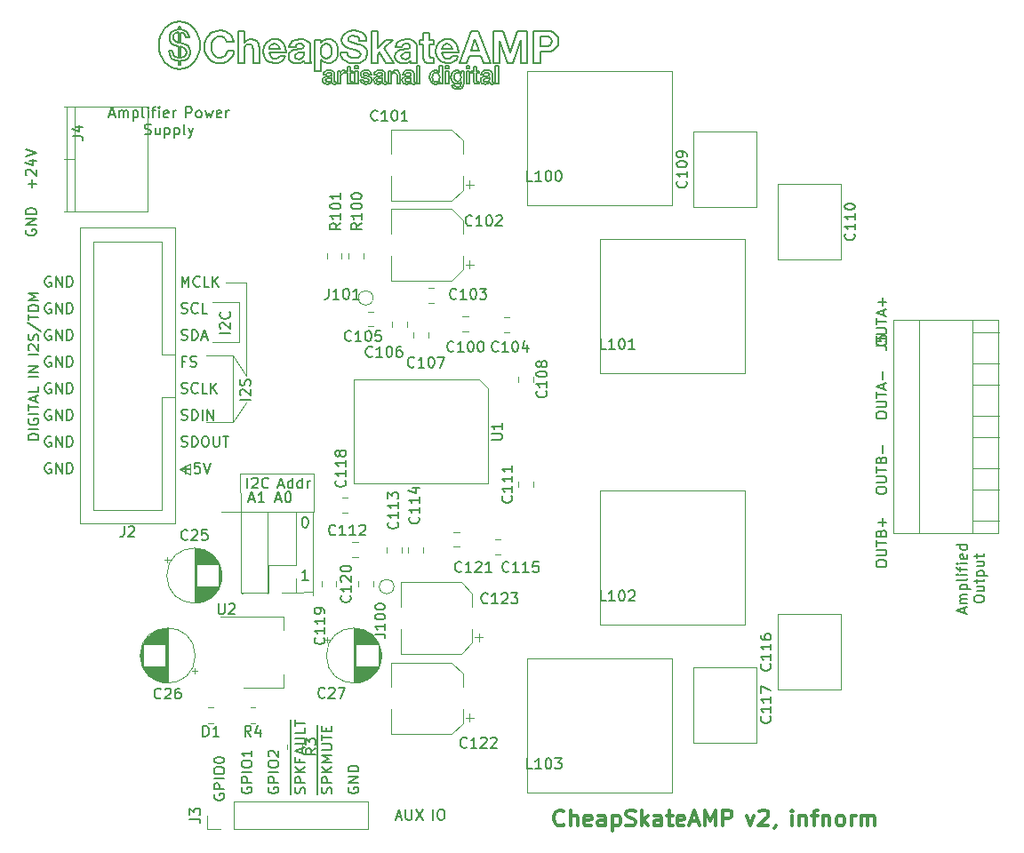
<source format=gbr>
G04 #@! TF.GenerationSoftware,KiCad,Pcbnew,(7.0.0-0)*
G04 #@! TF.CreationDate,2024-11-26T16:17:07-08:00*
G04 #@! TF.ProjectId,tas5754m,74617335-3735-4346-9d2e-6b696361645f,rev?*
G04 #@! TF.SameCoordinates,Original*
G04 #@! TF.FileFunction,Legend,Top*
G04 #@! TF.FilePolarity,Positive*
%FSLAX46Y46*%
G04 Gerber Fmt 4.6, Leading zero omitted, Abs format (unit mm)*
G04 Created by KiCad (PCBNEW (7.0.0-0)) date 2024-11-26 16:17:07*
%MOMM*%
%LPD*%
G01*
G04 APERTURE LIST*
%ADD10C,0.150000*%
%ADD11C,0.120000*%
%ADD12C,0.300000*%
G04 APERTURE END LIST*
D10*
X93201037Y-90058000D02*
X93086697Y-89629696D01*
X116724714Y-92292196D02*
X116640144Y-92313946D01*
X121160442Y-92212240D02*
X121179762Y-92364466D01*
X109817022Y-92867290D02*
X109768697Y-92874550D01*
X113492084Y-92512105D02*
X113533161Y-92323636D01*
X120923655Y-91946470D02*
X121034805Y-91748335D01*
X110681202Y-91820932D02*
X110548307Y-91849912D01*
X113533161Y-92323636D02*
X113644310Y-92210071D01*
X105105104Y-89404222D02*
X105027236Y-89185351D01*
X112562940Y-91840297D02*
X112538778Y-91905535D01*
X98248625Y-90031321D02*
X98105517Y-89711431D01*
X95121741Y-87949012D02*
X95121741Y-88924924D01*
X124328205Y-92647381D02*
X124427271Y-92606305D01*
X110542241Y-89016880D02*
X110748485Y-89256796D01*
X118873356Y-91917613D02*
X118994172Y-91714645D01*
X109892654Y-88949740D02*
X109585391Y-88692988D01*
X112006633Y-92842969D02*
X111731178Y-92842969D01*
X99351398Y-90161803D02*
X99149364Y-90300700D01*
X96636288Y-90445586D02*
X96396674Y-90783276D01*
X113307153Y-91944208D02*
X113019616Y-91944208D01*
X117053325Y-91859731D02*
X116990502Y-91808989D01*
X101183325Y-90831127D02*
X101183325Y-89690470D01*
X123318033Y-91219324D02*
X123318033Y-91593847D01*
X99460834Y-88629703D02*
X99536598Y-88835947D01*
X106149900Y-90885913D02*
X105859474Y-90848032D01*
X108997906Y-92350189D02*
X108947164Y-92410597D01*
X114605986Y-91922554D02*
X114605988Y-92565247D01*
X125519010Y-88722388D02*
X125527440Y-88722388D01*
X123477498Y-92850304D02*
X123388095Y-92855134D01*
X113972923Y-92123098D02*
X114115483Y-92103778D01*
X116509229Y-90490224D02*
X116782818Y-90431299D01*
X121177362Y-92057599D02*
X121160442Y-92212240D01*
X109382094Y-92606305D02*
X109461831Y-92533819D01*
X119704548Y-91893451D02*
X119595815Y-91806466D01*
X130330836Y-89733569D02*
X130549707Y-89673589D01*
X112606433Y-91576936D02*
X112785237Y-91560016D01*
X106882278Y-90620743D02*
X106726542Y-90745961D01*
X109534882Y-89749462D02*
X109509628Y-90006214D01*
X110365461Y-89833447D02*
X110388610Y-90092303D01*
X101183325Y-88958095D02*
X101183325Y-87825856D01*
X123107808Y-92775406D02*
X123057066Y-92673922D01*
X113275758Y-90831127D02*
X113873445Y-90831127D01*
X98248625Y-88629703D02*
X98501168Y-88398205D01*
X109421238Y-90229294D02*
X109261293Y-90380821D01*
X123803871Y-91775161D02*
X123931932Y-91647100D01*
X109338600Y-92268046D02*
X109154964Y-92292196D01*
X121312674Y-93099022D02*
X121402074Y-93125602D01*
X106469788Y-88996042D02*
X106311948Y-89014982D01*
X111543999Y-88945336D02*
X111270410Y-88852735D01*
X110695699Y-91560004D02*
X110760939Y-91562404D01*
X104280126Y-90417553D02*
X104111763Y-90439651D01*
X116896462Y-89821015D02*
X116774400Y-89850475D01*
X97626737Y-88446609D02*
X97503622Y-88718094D01*
X94930974Y-90651850D02*
X94662272Y-90611688D01*
X109420752Y-91808989D02*
X109338599Y-91784839D01*
X100071147Y-90182848D02*
X100156381Y-89941879D01*
X94079563Y-88442992D02*
X94079559Y-88442968D01*
X94245311Y-91272271D02*
X93911987Y-91061896D01*
X109901592Y-92654656D02*
X109901592Y-92845540D01*
X98551678Y-90868924D02*
X98879985Y-90898386D01*
X109070394Y-92313946D02*
X108997906Y-92350189D01*
X98879984Y-88309816D02*
X99111483Y-88351905D01*
X112944712Y-92106085D02*
X113092105Y-92147164D01*
X96641729Y-87903938D02*
X96822047Y-88296664D01*
X94468617Y-88257731D02*
X94441006Y-88418878D01*
X111005237Y-89833447D02*
X110365461Y-89833447D01*
X104350629Y-88623441D02*
X104090720Y-88596082D01*
X117386772Y-92867290D02*
X117338447Y-92874550D01*
X130869593Y-88124656D02*
X130549707Y-87909994D01*
X110791293Y-91799230D02*
X110791278Y-91593847D01*
X95677969Y-90487189D02*
X95442525Y-90590604D01*
X118214691Y-88655047D02*
X117852711Y-88655047D01*
X93381960Y-90445586D02*
X93201037Y-90058000D01*
X112794089Y-88722247D02*
X112768835Y-88481278D01*
X116862790Y-90745961D02*
X116681799Y-90826987D01*
X123852195Y-92210071D02*
X124006836Y-92152078D01*
X105472241Y-89934667D02*
X105640603Y-89741050D01*
X121295760Y-93318904D02*
X121121787Y-93253663D01*
X124770381Y-91755832D02*
X124813872Y-91922554D01*
X116001717Y-91985284D02*
X116001717Y-92843062D01*
X99742842Y-88036225D02*
X99347190Y-87825772D01*
X96933364Y-88722623D02*
X96971418Y-89169847D01*
X123965760Y-92852800D02*
X123828033Y-92787559D01*
X116908351Y-92268046D02*
X116724714Y-92292196D01*
X121820094Y-91765249D02*
X121824924Y-91765249D01*
X111969114Y-88360267D02*
X112095386Y-88499167D01*
X109019653Y-92628061D02*
X109101807Y-92652211D01*
X120372078Y-91117747D02*
X120647535Y-91117747D01*
X95959096Y-88424920D02*
X95607688Y-88424920D01*
X117644448Y-91117747D02*
X117919903Y-91117747D01*
X109183960Y-92659471D02*
X109283027Y-92647381D01*
X109017168Y-90439747D02*
X108773042Y-90380821D01*
X116639710Y-89871505D02*
X116496602Y-89892535D01*
X119803620Y-92843047D02*
X119803620Y-92673907D01*
X115334825Y-91620427D02*
X115559538Y-91560019D01*
X124127652Y-92876950D02*
X123965760Y-92852800D01*
X108802506Y-90805936D02*
X109177113Y-90885907D01*
X95512808Y-89051431D02*
X95754276Y-89169907D01*
X111434021Y-92850304D02*
X111344619Y-92855134D01*
X121597065Y-89888263D02*
X121554975Y-89404222D01*
X115995722Y-90848032D02*
X115760015Y-90730177D01*
X120027087Y-89888263D02*
X120027087Y-89888263D01*
X119803620Y-92673907D02*
X119798790Y-92673907D01*
X115165685Y-91777486D02*
X115170518Y-91782316D01*
X111523423Y-92840644D02*
X111434021Y-92850304D01*
X99536598Y-88835947D02*
X99536598Y-88835947D01*
X98879985Y-90898386D02*
X99146207Y-90877342D01*
X96971418Y-89169847D02*
X96931550Y-89629696D01*
X95897850Y-88117185D02*
X95959096Y-88424920D01*
X119603073Y-91605922D02*
X119704557Y-91668745D01*
X95009124Y-91451581D02*
X94613653Y-91405224D01*
X101210684Y-89405307D02*
X101292760Y-89214847D01*
X112002786Y-89063188D02*
X111543999Y-88945336D01*
X114738882Y-92654656D02*
X114738882Y-92845540D01*
X116456505Y-91647100D02*
X116635310Y-91579444D01*
X121805593Y-92950432D02*
X121824924Y-92813914D01*
X95617727Y-89605636D02*
X95479172Y-89444992D01*
X97427859Y-89016937D02*
X97402605Y-89341035D01*
X114700222Y-92855200D02*
X114654312Y-92867290D01*
X127518339Y-88701343D02*
X127518339Y-90831127D01*
X111859677Y-90376408D02*
X111670269Y-90389038D01*
X116753353Y-89008672D02*
X116606036Y-88996042D01*
X120338556Y-90407030D02*
X120174402Y-90309169D01*
X112196401Y-90203836D02*
X112049084Y-90317479D01*
X107432610Y-89037083D02*
X107454708Y-89214915D01*
X117568860Y-89037083D02*
X117590958Y-89214915D01*
X110461321Y-91649422D02*
X110572469Y-91584184D01*
X104574761Y-88705519D02*
X104350629Y-88623441D01*
X106145691Y-89576896D02*
X106410861Y-89543224D01*
X115726262Y-92843062D02*
X115726262Y-92057773D01*
X99793350Y-90570082D02*
X99949085Y-90393301D01*
X111731178Y-91593754D02*
X112006633Y-91593754D01*
X119368695Y-91560004D02*
X119487090Y-91572094D01*
X123566907Y-91799230D02*
X123318033Y-91799230D01*
X110342922Y-92248597D02*
X110342922Y-92843002D01*
X94613653Y-91405224D02*
X94245311Y-91272271D01*
X119509371Y-89290576D02*
X119429400Y-89745157D01*
X111274533Y-91799230D02*
X111274533Y-92466124D01*
X119064922Y-90384967D02*
X118862887Y-90334456D01*
X106857021Y-89766298D02*
X106760212Y-89821015D01*
X95772936Y-91272271D02*
X95404594Y-91405224D01*
X120714220Y-89075914D02*
X120847857Y-89164306D01*
X117294953Y-91755832D02*
X117338446Y-91922554D01*
X117031581Y-92533819D02*
X117062993Y-92422669D01*
X117018525Y-90620743D02*
X116862790Y-90745961D01*
X121643703Y-92589178D02*
X121747602Y-92490112D01*
X94135282Y-88152805D02*
X94302452Y-87892762D01*
X111731178Y-91378705D02*
X111731178Y-91117747D01*
X112514615Y-92246245D02*
X112386552Y-92181004D01*
X112765907Y-91777486D02*
X112695835Y-91782316D01*
X113046194Y-92582107D02*
X113072774Y-92495122D01*
X116143041Y-90212425D02*
X116172504Y-90347113D01*
X116938552Y-89433787D02*
X116993269Y-89290678D01*
X119789124Y-91755733D02*
X119789124Y-91117834D01*
X110067467Y-92843002D02*
X110067468Y-91593847D01*
D11*
X100880000Y-141330000D02*
X101000000Y-141400000D01*
X107800000Y-130000000D02*
X107800000Y-133600000D01*
D10*
X116821363Y-91777579D02*
X116630477Y-91825903D01*
X122599806Y-90161817D02*
X123723624Y-90161817D01*
X98501168Y-88398205D02*
X98673740Y-88331913D01*
X124465929Y-91808989D02*
X124383777Y-91784839D01*
X121489062Y-91777312D02*
X121334418Y-91815970D01*
X109725203Y-91755832D02*
X109768696Y-91922554D01*
X120372078Y-91593754D02*
X120647535Y-91593754D01*
X121189446Y-92792167D02*
X121015473Y-92649607D01*
X94926961Y-89252236D02*
X94549949Y-89142295D01*
X128137071Y-90831127D02*
X128137071Y-87825847D01*
X117590958Y-89214915D02*
X117590958Y-90347152D01*
X118900768Y-90852163D02*
X119081758Y-90847963D01*
X119180214Y-91922446D02*
X119119809Y-92067421D01*
X119505162Y-90208153D02*
X119728242Y-90570133D01*
X110466478Y-90313279D02*
X110589593Y-90497425D01*
X109461831Y-92533819D02*
X109493243Y-92422669D01*
X120077595Y-90805840D02*
X120540591Y-90885811D01*
X124654398Y-91642267D02*
X124770381Y-91755832D01*
X117079905Y-91946716D02*
X117053325Y-91859731D01*
X123566898Y-92840644D02*
X123477498Y-92850304D01*
X116774400Y-89850475D02*
X116639710Y-89871505D01*
X112811817Y-92318734D02*
X112664424Y-92287321D01*
X99490297Y-89947140D02*
X99351398Y-90161803D01*
X106036254Y-90347113D02*
X106116226Y-90435505D01*
X117062993Y-92422669D02*
X117062992Y-92217304D01*
X113348230Y-92470942D02*
X113297489Y-92659414D01*
X121503558Y-93132862D02*
X121647930Y-93112323D01*
X106844394Y-90124035D02*
X106857021Y-89989347D01*
X108495244Y-88932904D02*
X108486826Y-88932904D01*
X112541193Y-92544640D02*
X112604016Y-92611087D01*
X114904727Y-91593847D02*
X115165685Y-91593847D01*
X110572469Y-91584184D02*
X110695699Y-91560004D01*
X110326009Y-91835476D02*
X110330842Y-91835476D01*
X109065560Y-91579444D02*
X109268527Y-91560124D01*
X119429400Y-89745157D02*
X119505162Y-90208153D01*
X100201628Y-89673550D02*
X99561851Y-89673550D01*
X105147195Y-89888263D02*
X105105104Y-89404222D01*
X112154313Y-88722247D02*
X112794089Y-88722247D01*
X118994172Y-91714645D02*
X119168142Y-91598665D01*
X97626737Y-90219676D02*
X97794048Y-90448018D01*
X94930973Y-87643763D02*
X94930973Y-87376717D01*
X115776851Y-89741050D02*
X116012559Y-89635822D01*
X121824924Y-92813914D02*
X121824924Y-92623027D01*
X112939879Y-92354977D02*
X112811817Y-92318734D01*
X105509068Y-89131782D02*
X105581674Y-88974993D01*
X116567656Y-92350189D02*
X116516914Y-92410597D01*
X118972425Y-92683573D02*
X118863693Y-92473357D01*
X113992254Y-92292196D02*
X113907684Y-92313946D01*
X111168230Y-92835814D02*
X111064331Y-92775406D01*
X124146984Y-92652211D02*
X124229136Y-92659471D01*
X119736660Y-88928599D02*
X119509371Y-89290576D01*
X119102900Y-92231728D02*
X119122221Y-92388787D01*
X116606036Y-88996042D02*
X116448196Y-89014982D01*
X113813448Y-91975711D02*
X113537992Y-91975711D01*
X107454708Y-90347152D02*
X107471544Y-90629161D01*
X115663439Y-91845139D02*
X115482218Y-91777486D01*
X113873445Y-90831127D02*
X113873445Y-90081913D01*
X95760061Y-87061796D02*
X96097805Y-87271468D01*
X120302779Y-88618179D02*
X120086013Y-88684474D01*
X124555332Y-91946716D02*
X124528752Y-91859731D01*
X112575218Y-90628960D02*
X112715169Y-90486903D01*
X111034701Y-89416741D02*
X111363009Y-89517760D01*
X112006633Y-91378705D02*
X111731178Y-91378705D01*
X124043088Y-92350189D02*
X123992346Y-92410597D01*
X120052347Y-89366341D02*
X120132318Y-89214814D01*
X124296789Y-91777579D02*
X124105905Y-91825903D01*
X121339236Y-92589178D02*
X121489047Y-92625424D01*
X95525358Y-88161865D02*
X95361200Y-88007245D01*
X113856943Y-92628061D02*
X113939097Y-92652211D01*
X121399238Y-90493315D02*
X121559184Y-90157645D01*
X130330836Y-87846856D02*
X130069875Y-87825811D01*
X125527440Y-88722388D02*
X126264027Y-90831127D01*
X94440508Y-90529358D02*
X94265683Y-90404859D01*
X109505419Y-89492707D02*
X109534882Y-89749462D01*
X117852711Y-88655047D02*
X117852711Y-89054908D01*
X98673740Y-90325954D02*
X98501168Y-90262819D01*
X94701552Y-87988156D02*
X94551449Y-88103614D01*
X100156381Y-89941879D02*
X100201628Y-89673550D01*
X105876311Y-89635822D02*
X106145691Y-89576896D01*
X106894905Y-90730177D02*
X106882278Y-90620743D01*
X123042576Y-92536195D02*
X123042576Y-91799230D01*
X120883629Y-90843720D02*
X121171950Y-90717448D01*
X124507008Y-92533819D02*
X124538421Y-92422669D01*
X110760939Y-91562404D02*
X110799599Y-91567234D01*
X112095386Y-88499167D02*
X112154313Y-88722247D01*
X108648876Y-90702812D02*
X108802506Y-90805936D01*
X120372078Y-92842969D02*
X120372078Y-91593754D01*
X118862887Y-90334456D02*
X118812376Y-90132421D01*
X116881771Y-92840704D02*
X116652225Y-92876950D01*
X109514988Y-92724724D02*
X109312021Y-92840704D01*
X94051951Y-89999734D02*
X94023337Y-89689993D01*
X98063426Y-89341035D02*
X98105517Y-88958011D01*
X104722079Y-90717448D02*
X104949368Y-90493315D01*
X112437294Y-91637344D02*
X112606433Y-91576936D01*
X109252875Y-89109685D02*
X109417028Y-89269627D01*
X107454708Y-89214915D02*
X107454708Y-90347152D01*
X109338599Y-91784839D02*
X109251613Y-91777579D01*
X119487090Y-91572094D02*
X119603073Y-91605922D01*
X94378762Y-89689993D02*
X94465108Y-90091603D01*
X119161729Y-90380767D02*
X119064922Y-90384967D01*
X108495245Y-89749462D02*
X108520499Y-89488498D01*
X123551064Y-89669347D02*
X122772378Y-89669347D01*
X131109510Y-88789687D02*
X131050584Y-88431915D01*
X116531411Y-92152078D02*
X116705383Y-92123098D01*
X109510155Y-91946716D02*
X109483575Y-91859731D01*
X109585391Y-88692988D02*
X109382304Y-88620380D01*
X116847943Y-92103778D02*
X116966341Y-92082028D01*
X112006633Y-91117747D02*
X112006633Y-91378705D01*
X130419225Y-88558174D02*
X130469733Y-88789672D01*
X117350529Y-92637736D02*
X117403687Y-92659486D01*
X116852777Y-92647381D02*
X116951844Y-92606305D01*
X95607688Y-88424920D02*
X95525358Y-88161865D01*
X99536598Y-88835947D02*
X100176375Y-88835947D01*
X125519010Y-90831127D02*
X125519010Y-88722388D01*
X98673740Y-88331913D02*
X98879984Y-88309816D01*
X100585638Y-90831127D02*
X101183325Y-90831127D01*
X116210384Y-89324350D02*
X115612698Y-89324347D01*
X121034805Y-91748335D02*
X121211193Y-91610608D01*
X112175356Y-89816602D02*
X112235335Y-89903939D01*
X94930974Y-91041412D02*
X94930974Y-90651850D01*
X106642359Y-89505339D02*
X106802304Y-89433787D01*
X121824924Y-91593694D02*
X122100378Y-91593694D01*
X111645014Y-90898339D02*
X112183775Y-90826786D01*
X122364099Y-90831058D02*
X122599806Y-90161817D01*
X111731178Y-91117747D02*
X112006633Y-91117747D01*
X114105817Y-91560124D02*
X114287037Y-91579444D01*
X108807019Y-92210071D02*
X108961661Y-92152078D01*
X124946769Y-92654656D02*
X124946769Y-92845540D01*
X120928485Y-92949214D02*
X121203939Y-92949214D01*
X120916407Y-92439391D02*
X120884994Y-92185681D01*
X96931550Y-89629696D02*
X96817210Y-90058000D01*
X106646568Y-90431299D02*
X106789676Y-90292399D01*
X113275758Y-87825847D02*
X113275758Y-90831127D01*
X112927798Y-91811311D02*
X112765907Y-91777486D01*
X94926956Y-88886755D02*
X94926956Y-87942970D01*
X112695835Y-91782316D02*
X112620931Y-91801636D01*
X105640603Y-89741050D02*
X105876311Y-89635822D01*
X108520499Y-89488498D02*
X108604680Y-89265417D01*
X111334953Y-92628013D02*
X111407442Y-92637673D01*
X120372078Y-91378705D02*
X120372078Y-91117747D01*
X109509628Y-90006214D02*
X109421238Y-90229294D01*
X121805592Y-92035852D02*
X121745186Y-91902958D01*
X105409105Y-90237717D02*
X105472241Y-89934667D01*
X108773042Y-88676152D02*
X108619411Y-88780325D01*
X97794048Y-90448018D02*
X98004500Y-90636373D01*
X119798790Y-92673907D02*
X119636901Y-92830966D01*
X115608489Y-89934667D02*
X115776851Y-89741050D01*
X121559184Y-90157645D02*
X121033049Y-90157645D01*
X111590298Y-87754161D02*
X111186228Y-87808879D01*
D11*
X97540000Y-118745000D02*
X100080000Y-118745000D01*
D10*
X103286789Y-88928599D02*
X103059500Y-89290576D01*
X124523919Y-92038534D02*
X124555332Y-91946716D01*
X117062992Y-92217304D02*
X116908351Y-92268046D01*
X103627724Y-90805840D02*
X104090720Y-90885811D01*
X109768698Y-92565247D02*
X109780779Y-92637736D01*
X106137268Y-88634059D02*
X106499248Y-88596178D01*
X112235335Y-89903939D02*
X112255328Y-90014428D01*
X106191990Y-89071804D02*
X106112018Y-89172822D01*
X100585638Y-87825847D02*
X100585638Y-90831127D01*
X111186228Y-87808879D02*
X110824248Y-87977241D01*
X124825968Y-92637736D02*
X124879128Y-92659486D01*
X113794120Y-92577319D02*
X113856943Y-92628061D01*
X111005237Y-89833444D02*
X111005237Y-89833447D01*
X119102889Y-92231728D02*
X119102900Y-92231728D01*
X122662935Y-91378705D02*
X122387478Y-91378705D01*
X109483575Y-91859731D02*
X109420752Y-91808989D01*
X123042576Y-91593847D02*
X123042576Y-91219324D01*
X116681799Y-90826987D02*
X116286147Y-90885913D01*
X112396218Y-92770564D02*
X112280237Y-92635252D01*
X124180809Y-92123098D02*
X124323369Y-92103778D01*
X109283027Y-92647381D02*
X109382094Y-92606305D01*
X118635595Y-90831133D02*
X118900768Y-90852163D01*
X102627034Y-90831127D02*
X102627034Y-89492644D01*
X113019616Y-91944208D02*
X112927798Y-91811311D01*
X115883319Y-91666336D02*
X115972118Y-91799231D01*
X129375378Y-89240047D02*
X129375378Y-88339309D01*
X119122221Y-92388787D02*
X119185044Y-92526514D01*
X116516914Y-92410597D02*
X116500000Y-92500000D01*
X109901592Y-92845540D02*
X109862932Y-92855200D01*
X130469733Y-88789672D02*
X130419225Y-89021170D01*
X124528752Y-91859731D02*
X124465929Y-91808989D01*
X112867748Y-89709279D02*
X112785671Y-89526187D01*
X112785237Y-91560016D02*
X112968874Y-91581766D01*
X120729999Y-90417553D02*
X120561636Y-90439651D01*
X106116226Y-90435505D02*
X106234080Y-90477595D01*
X104090720Y-90885811D02*
X104433759Y-90843720D01*
X111400891Y-88284514D02*
X111560835Y-88267684D01*
X121641285Y-91811137D02*
X121489062Y-91777312D01*
X117502568Y-88899238D02*
X117568860Y-89037083D01*
X117919903Y-91117747D02*
X117919903Y-92842969D01*
X116172504Y-90073525D02*
X116143041Y-90212425D01*
X112976122Y-92630434D02*
X113046194Y-92582107D01*
X112040667Y-87808879D02*
X111590298Y-87754161D01*
X113784454Y-92410597D02*
X113767540Y-92500000D01*
X118812378Y-88002643D02*
X118214691Y-88002643D01*
X95393736Y-86932357D02*
X95760061Y-87061796D01*
X119250118Y-89054902D02*
X119250118Y-88655041D01*
X114175891Y-92268046D02*
X113992254Y-92292196D01*
X116635310Y-91579444D02*
X116838277Y-91560124D01*
X93376518Y-87903938D02*
X93621572Y-87556415D01*
X114021250Y-92659471D02*
X114120317Y-92647381D01*
D11*
X100715000Y-113665000D02*
X100715000Y-117475000D01*
D10*
X130069875Y-87825811D02*
X128714556Y-87825802D01*
X120647535Y-92842969D02*
X120372078Y-92842969D01*
X93196200Y-88296664D02*
X93376518Y-87903938D01*
X117297370Y-92876950D02*
X117157226Y-92843122D01*
X106924368Y-90831196D02*
X106894905Y-90730177D01*
X110132570Y-89766298D02*
X110073643Y-89324347D01*
X95121738Y-87376717D02*
X95121738Y-87639771D01*
X94302452Y-87892762D02*
X94572033Y-87708021D01*
X109401246Y-90862757D02*
X109593810Y-90793309D01*
X120647535Y-91117747D02*
X120647535Y-91378705D01*
X110441991Y-91932067D02*
X110369502Y-92064961D01*
X103278371Y-90570133D02*
X103437263Y-90704821D01*
X110739192Y-91825762D02*
X110681202Y-91820932D01*
X124323369Y-92103778D02*
X124441767Y-92082028D01*
X115426587Y-90831127D02*
X114513222Y-89454763D01*
X105623767Y-90730177D02*
X105463823Y-90528141D01*
X120561636Y-90439651D02*
X120338556Y-90407030D01*
X112006633Y-91593754D02*
X112006633Y-92842969D01*
X101292760Y-89214847D02*
X101435868Y-89104358D01*
X122662935Y-91117747D02*
X122662935Y-91378705D01*
X114330532Y-92217304D02*
X114175891Y-92268046D01*
X106857021Y-89290678D02*
X106823349Y-89139154D01*
X117432682Y-92855200D02*
X117386772Y-92867290D01*
X104549505Y-89509447D02*
X104549508Y-89509447D01*
X108700702Y-91975711D02*
X108758693Y-91775161D01*
X95121740Y-89300413D02*
X95121738Y-90356647D01*
X106372979Y-90490224D02*
X106646568Y-90431299D01*
X122834778Y-91799230D02*
X122834778Y-91593847D01*
X113128348Y-91647007D02*
X113246746Y-91767820D01*
X113873445Y-90081913D02*
X114104943Y-89858833D01*
X115559538Y-91560019D02*
X115743175Y-91586598D01*
X120999377Y-89509447D02*
X120027087Y-89509447D01*
X97402605Y-89341035D02*
X97427859Y-89658819D01*
X106760212Y-89821015D02*
X106638150Y-89850475D01*
X108695871Y-92323636D02*
X108807019Y-92210071D01*
X106499248Y-88596178D02*
X106831765Y-88621438D01*
X110388610Y-90092303D02*
X110466478Y-90313279D01*
X93920442Y-87271468D02*
X94258186Y-87061796D01*
X117338447Y-92874550D02*
X117297370Y-92876950D01*
X111523409Y-91799230D02*
X111274533Y-91799230D01*
X119250118Y-90368137D02*
X119161729Y-90380767D01*
X112794903Y-92074675D02*
X112944712Y-92106085D01*
X94286392Y-88977133D02*
X94131270Y-88747212D01*
X116352607Y-92787559D02*
X116258372Y-92673994D01*
X125119878Y-91117747D02*
X125395332Y-91117747D01*
X119081758Y-90847963D02*
X119250118Y-90831133D01*
X99146207Y-90877342D02*
X99389280Y-90814207D01*
X116966341Y-92082028D02*
X117048494Y-92038534D01*
X95411901Y-90285855D02*
X95595639Y-90105640D01*
X94642821Y-90268813D02*
X94926961Y-90346624D01*
X95121738Y-87639771D02*
X95474654Y-87713065D01*
X94551449Y-88103614D02*
X94468617Y-88257731D01*
X111417725Y-90359578D02*
X111203063Y-90262768D01*
X109396590Y-92082028D02*
X109478744Y-92038534D01*
X105859474Y-90848032D02*
X105623767Y-90730177D01*
X113798951Y-92152078D02*
X113972923Y-92123098D01*
X95121739Y-91041412D02*
X94930974Y-91041412D01*
X123745878Y-91975711D02*
X123803871Y-91775161D01*
X114352278Y-92724724D02*
X114149311Y-92840704D01*
X122387478Y-91378705D02*
X122387478Y-91117747D01*
X114233881Y-92082028D02*
X114316034Y-92038534D01*
X95404594Y-91405224D02*
X95009124Y-91451581D01*
X110490680Y-88447604D02*
X110466478Y-88663318D01*
X93911987Y-91061896D02*
X93621573Y-90783276D01*
X100176375Y-88835947D02*
X100125866Y-88589717D01*
X118214691Y-89054908D02*
X118214691Y-90338671D01*
X116361912Y-89926207D02*
X116248267Y-89985136D01*
X99313517Y-88461343D02*
X99460834Y-88629703D01*
X109012959Y-89046547D02*
X109252875Y-89109685D01*
X123931932Y-91647100D02*
X124110738Y-91579444D01*
X105581674Y-88974993D02*
X105817381Y-88751914D01*
X130549707Y-89673589D02*
X130869593Y-89454718D01*
X106036254Y-90073525D02*
X106006791Y-90212425D01*
X120174402Y-90309169D02*
X120070229Y-90138702D01*
X124383783Y-92268046D02*
X124200144Y-92292196D01*
X117178972Y-91642267D02*
X117294953Y-91755832D01*
X116286147Y-90885913D02*
X115995722Y-90848032D01*
X117644448Y-92842969D02*
X117644448Y-91117747D01*
X95734194Y-87876721D02*
X95897850Y-88117185D01*
X116496602Y-89892535D02*
X116361912Y-89926207D01*
X103833966Y-89096962D02*
X104073882Y-89046451D01*
X103682439Y-89214814D02*
X103833966Y-89096962D01*
X106112017Y-89985136D02*
X106036254Y-90073525D01*
X115170518Y-91782316D02*
X115334825Y-91620427D01*
X113644310Y-92210071D02*
X113798951Y-92152078D01*
X113246746Y-91767820D02*
X113307153Y-91944208D01*
D11*
X101350000Y-111760000D02*
X99445000Y-111760000D01*
D10*
X112512198Y-92441947D02*
X112541193Y-92544640D01*
X117275278Y-88709830D02*
X117502568Y-88899238D01*
X106617105Y-89008672D02*
X106469788Y-88996042D01*
X117048494Y-92038534D02*
X117079905Y-91946716D01*
X124813878Y-92565247D02*
X124825968Y-92637736D01*
X106006791Y-90212425D02*
X106036254Y-90347113D01*
X124006836Y-92152078D02*
X124180809Y-92123098D01*
X94023337Y-89689993D02*
X94378762Y-89689993D01*
X115645318Y-89131782D02*
X115717924Y-88974993D01*
X115262337Y-91874137D02*
X115201930Y-91978039D01*
X108486826Y-88655104D02*
X107918604Y-88655104D01*
X116490334Y-92852800D02*
X116352607Y-92787559D01*
X99347190Y-87825772D02*
X98879985Y-87754219D01*
X130549707Y-87909994D02*
X130330836Y-87846856D01*
X117031152Y-90730177D02*
X117018525Y-90620743D01*
X123699969Y-92512105D02*
X123741048Y-92323636D01*
X111523423Y-92628013D02*
X111523423Y-92840644D01*
X93621573Y-90783276D02*
X93381960Y-90445586D01*
X115201930Y-91978039D02*
X115180183Y-92106100D01*
X119605476Y-92620750D02*
X119714208Y-92519266D01*
X93086697Y-89629696D02*
X93046830Y-89169847D01*
X109862932Y-92659486D02*
X109901592Y-92654656D01*
X110376751Y-91736407D02*
X110461321Y-91649422D01*
X118416725Y-90759577D02*
X118635595Y-90831133D01*
D11*
X100880000Y-133590000D02*
X100800000Y-130000000D01*
D10*
X118827447Y-92209984D02*
X118873356Y-91917613D01*
X116526580Y-92577319D02*
X116589403Y-92628061D01*
X109312021Y-92840704D02*
X109082475Y-92876950D01*
X117338446Y-91922554D02*
X117338448Y-92565247D01*
X112236744Y-92441950D02*
X112512198Y-92441947D01*
X110799599Y-91567234D02*
X110799599Y-91833022D01*
X101945166Y-89202220D02*
X102008302Y-89367426D01*
X124357197Y-92840704D02*
X124127652Y-92876950D01*
X113898017Y-91825903D02*
X113813448Y-91975711D01*
X94079559Y-88442968D02*
X94135282Y-88152805D01*
X121747602Y-93050707D02*
X121805593Y-92950432D01*
X98551677Y-87784735D02*
X98257044Y-87876283D01*
X94465108Y-90091603D02*
X94642821Y-90268813D01*
X113220168Y-92212402D02*
X113311986Y-92316301D01*
X108516291Y-90561808D02*
X108524709Y-90561808D01*
X96097805Y-87271468D02*
X96396675Y-87556415D01*
X123318033Y-92466124D02*
X123320433Y-92541028D01*
X116705383Y-92123098D02*
X116847943Y-92103778D01*
X111139929Y-88751719D02*
X111106257Y-88608610D01*
X116652225Y-92876950D02*
X116490334Y-92852800D01*
X109382304Y-88620380D02*
X109143440Y-88596178D01*
X122387478Y-91593754D02*
X122662935Y-91593754D01*
X114700222Y-92659486D02*
X114738882Y-92654656D01*
X109177113Y-90885907D02*
X109401246Y-90862757D01*
X109768697Y-92874550D02*
X109727620Y-92876950D01*
X109493243Y-92422669D02*
X109493242Y-92217304D01*
X123378429Y-92628013D02*
X123450918Y-92637673D01*
X114088903Y-91777579D02*
X113898017Y-91825903D01*
X118812376Y-89054902D02*
X119250118Y-89054902D01*
X104911487Y-88991734D02*
X104762065Y-88829685D01*
X114702630Y-90831127D02*
X115426587Y-90831127D01*
X109135633Y-92123098D02*
X109278193Y-92103778D01*
X123042576Y-91219324D02*
X123318033Y-91219324D01*
X104949368Y-90493315D02*
X105109313Y-90157645D01*
D11*
X98175000Y-113665000D02*
X100715000Y-113665000D01*
D10*
X121015473Y-92649607D02*
X120916407Y-92439391D01*
X106638150Y-89850475D02*
X106503460Y-89871505D01*
X120884994Y-92185681D02*
X120923655Y-91946470D01*
X124494924Y-91579444D02*
X124654398Y-91642267D01*
X109727620Y-92876950D02*
X109587476Y-92843122D01*
X118269408Y-90603844D02*
X118416725Y-90759577D01*
X125830494Y-87825847D02*
X124900278Y-87825847D01*
X108930250Y-92500000D02*
X108956830Y-92577319D01*
X116990502Y-91808989D02*
X116908349Y-91784839D01*
X112693072Y-88280296D02*
X112578375Y-88111933D01*
X111160973Y-90835204D02*
X111645014Y-90898339D01*
X114605987Y-92874550D02*
X114564910Y-92876950D01*
X116753710Y-92659471D02*
X116852777Y-92647381D01*
X107471544Y-90629161D02*
X107530470Y-90831196D01*
X123992346Y-92410597D02*
X123975426Y-92500000D01*
X127518339Y-90831127D02*
X128137071Y-90831127D01*
X112234284Y-89126326D02*
X112002786Y-89063188D01*
X122662935Y-91593754D02*
X122662935Y-92842969D01*
X109833937Y-92659486D02*
X109862932Y-92659486D01*
X99149364Y-90300700D02*
X98879984Y-90346999D01*
X115717924Y-88974993D02*
X115953631Y-88751914D01*
X107918604Y-91593028D02*
X108516291Y-91593028D01*
X124115574Y-92313946D02*
X124043088Y-92350189D01*
X110589593Y-90497425D02*
X110748485Y-90645796D01*
X101183325Y-87825856D02*
X100585638Y-87825847D01*
X96817210Y-90058000D02*
X96636288Y-90445586D01*
X103437263Y-90704821D02*
X103627724Y-90805840D01*
X106739168Y-89050762D02*
X106617105Y-89008672D01*
X124862199Y-92867290D02*
X124813872Y-92874550D01*
X123318033Y-91593847D02*
X123566907Y-91593847D01*
X94473638Y-88596088D02*
X94571531Y-88730125D01*
X124636989Y-90831058D02*
X123513171Y-87825777D01*
X128714556Y-90831082D02*
X129375378Y-90831082D01*
X106802304Y-89433787D02*
X106857021Y-89290678D01*
X119185044Y-92526514D02*
X119293776Y-92623165D01*
X111274533Y-92466124D02*
X111276963Y-92541028D01*
X94930973Y-87376717D02*
X95121738Y-87376717D01*
X103602468Y-89366341D02*
X103682439Y-89214814D01*
D11*
X101350000Y-120650000D02*
X101350000Y-111760000D01*
D10*
X120523761Y-89046451D02*
X120714220Y-89075914D01*
X119168142Y-91598665D02*
X119368695Y-91560004D01*
X116993270Y-89989347D02*
X116993270Y-89766298D01*
X116500000Y-92500000D02*
X116526580Y-92577319D01*
X124879128Y-92659486D02*
X124908108Y-92659486D01*
X112386552Y-92181004D02*
X112297150Y-92077105D01*
X121699065Y-90831058D02*
X122364099Y-90831058D01*
X98257044Y-87876283D02*
X98004500Y-88021494D01*
X117471342Y-92654656D02*
X117471342Y-92845540D01*
X123163818Y-88566574D02*
X123172248Y-88566574D01*
X114316034Y-92038534D02*
X114347445Y-91946716D01*
X116248267Y-89985136D02*
X116172504Y-90073525D01*
X115165685Y-91593847D02*
X115165685Y-91777486D01*
X109017168Y-90439747D02*
X109017168Y-90439747D01*
X129375378Y-89753563D02*
X130069875Y-89753563D01*
X123741048Y-92323636D02*
X123852195Y-92210071D01*
X121211935Y-88829685D02*
X121024632Y-88705519D01*
X116951844Y-92606305D02*
X117031581Y-92533819D01*
X116328443Y-91775161D02*
X116456505Y-91647100D01*
X94265683Y-90404859D02*
X94137795Y-90238192D01*
X95121739Y-90651850D02*
X95121739Y-91041412D01*
X110563287Y-88263460D02*
X110490680Y-88447604D01*
X112538778Y-91905535D02*
X112572606Y-91987687D01*
D11*
X101350000Y-120650000D02*
X100080000Y-118745000D01*
D10*
X104264342Y-89075914D02*
X104397978Y-89164306D01*
X111293877Y-92594185D02*
X111334953Y-92628013D01*
X119153646Y-92826133D02*
X118972425Y-92683573D01*
X123388095Y-92855134D02*
X123211707Y-92835814D01*
X104490578Y-89309517D02*
X104549505Y-89509447D01*
X123057066Y-92673922D02*
X123042576Y-92536195D01*
X110791278Y-91593847D02*
X110999077Y-91593847D01*
X99606046Y-90711084D02*
X99793350Y-90570082D01*
X114654312Y-92867290D02*
X114605987Y-92874550D01*
X117403687Y-92659486D02*
X117432682Y-92659486D01*
X93621572Y-87556415D02*
X93920442Y-87271468D01*
X116875416Y-89050762D02*
X116753353Y-89008672D01*
X121940904Y-93198079D02*
X121748809Y-93303187D01*
X122835513Y-87825777D02*
X121699065Y-90831058D01*
X112664424Y-92040847D02*
X112794903Y-92074675D01*
X112968874Y-91581766D02*
X113128348Y-91647007D01*
X121179762Y-92364466D02*
X121237752Y-92494945D01*
X119789124Y-91117834D02*
X120064578Y-91117834D01*
X100033266Y-88372951D02*
X99903838Y-88187752D01*
X116012559Y-89635822D02*
X116281938Y-89576896D01*
X124772796Y-92876950D02*
X124632651Y-92843122D01*
X127509909Y-88701343D02*
X127518339Y-88701343D01*
X124427271Y-92606305D02*
X124507008Y-92533819D01*
X111407442Y-92637673D02*
X111465432Y-92637673D01*
X104111763Y-90439651D02*
X103888683Y-90407030D01*
X116172504Y-90347113D02*
X116252476Y-90435505D01*
X98105517Y-89711431D02*
X98063426Y-89341035D01*
D11*
X107800000Y-133600000D02*
X106000000Y-133600000D01*
D10*
X113873445Y-89437927D02*
X113873445Y-87825856D01*
X109278193Y-92103778D02*
X109396590Y-92082028D01*
X97427859Y-89658819D02*
X97503622Y-89955559D01*
X114115483Y-92103778D02*
X114233881Y-92082028D01*
X122387478Y-92842969D02*
X122387478Y-91593754D01*
X126264027Y-90831127D02*
X126773322Y-90831127D01*
X119887134Y-90704821D02*
X120077595Y-90805840D01*
X116370330Y-90477595D02*
X116509229Y-90490224D01*
X105027236Y-89185351D02*
X104911487Y-88991734D01*
X113311986Y-92316301D02*
X113348230Y-92470942D01*
X123211707Y-92835814D02*
X123107808Y-92775406D01*
X116589403Y-92628061D02*
X116671557Y-92652211D01*
X111148347Y-88448665D02*
X111253574Y-88343440D01*
X110342922Y-92843002D02*
X110067467Y-92843002D01*
X124064829Y-92628061D02*
X124146984Y-92652211D01*
X94131270Y-88747212D02*
X94079563Y-88442992D01*
X94137795Y-90238192D02*
X94051951Y-89999734D01*
X114320865Y-91859731D02*
X114258042Y-91808989D01*
X114258042Y-91808989D02*
X114175889Y-91784839D01*
X124538421Y-92422669D02*
X124538424Y-92217304D01*
X111013589Y-92673922D02*
X110999093Y-92536195D01*
X118214691Y-88002643D02*
X118214691Y-88655047D01*
X102008302Y-89367426D02*
X102029347Y-89602081D01*
X108520499Y-90006214D02*
X108495245Y-89749462D01*
X109768696Y-91922554D02*
X109768698Y-92565247D01*
D11*
X100880000Y-133590000D02*
X99000000Y-133600000D01*
D10*
X116959597Y-89139154D02*
X116875416Y-89050762D01*
X106823349Y-89139154D02*
X106739168Y-89050762D01*
X124313703Y-91560124D02*
X124494924Y-91579444D01*
X121747602Y-92490112D02*
X121805592Y-92349967D01*
X125119878Y-92842969D02*
X125119878Y-91117747D01*
X116252476Y-90435505D02*
X116370330Y-90477595D01*
X131050584Y-89147458D02*
X131109510Y-88789687D01*
X105463823Y-90528141D02*
X105409105Y-90237717D01*
X113835196Y-92350189D02*
X113784454Y-92410597D01*
X119784293Y-91755733D02*
X119789124Y-91755733D01*
X118863693Y-92473357D02*
X118827447Y-92209984D01*
X108782857Y-92787559D02*
X108688622Y-92673994D01*
X98105517Y-88958011D02*
X98248625Y-88629703D01*
X120027087Y-89888263D02*
X121597065Y-89888263D01*
X95479172Y-89444992D02*
X95121740Y-89300413D01*
X113724045Y-91647100D02*
X113902850Y-91579444D01*
X114605988Y-92565247D02*
X114618069Y-92637736D01*
X131050584Y-88431915D02*
X130869593Y-88124656D01*
X102467090Y-88844449D02*
X102222964Y-88663459D01*
X104397978Y-89164306D02*
X104490578Y-89309517D01*
X108486826Y-88932904D02*
X108486826Y-88655104D01*
X101828364Y-89101201D02*
X101945166Y-89202220D01*
X118214691Y-90338671D02*
X118269408Y-90603844D01*
X113620147Y-92787559D02*
X113525912Y-92673994D01*
X106410861Y-89543224D02*
X106642359Y-89505339D01*
D11*
X105870000Y-141320000D02*
X107750000Y-141250000D01*
D10*
X121445571Y-92842909D02*
X121189446Y-92792167D01*
X112255328Y-90014428D02*
X112196401Y-90203836D01*
X112881888Y-92654584D02*
X112976122Y-92630434D01*
X111059955Y-90090196D02*
X111005237Y-89833444D01*
X114626868Y-88655041D02*
X113873445Y-89437927D01*
X110548307Y-91849912D02*
X110441991Y-91932067D01*
X113297489Y-92659414D02*
X113164593Y-92785060D01*
X105476448Y-89324347D02*
X105509068Y-89131782D01*
X120070229Y-90138702D02*
X120027087Y-89888263D01*
X122662935Y-92842969D02*
X122387478Y-92842969D01*
X116448196Y-89014982D02*
X116328238Y-89071804D01*
X124632651Y-92843122D02*
X124560165Y-92724724D01*
X109101807Y-92652211D02*
X109183960Y-92659471D01*
X111465432Y-92637673D02*
X111523423Y-92628013D01*
X103620355Y-90138702D02*
X103577212Y-89888263D01*
D11*
X100080000Y-118745000D02*
X100080000Y-125095000D01*
D10*
X119714208Y-92519266D02*
X119777031Y-92379121D01*
X94571531Y-88730125D02*
X94726653Y-88825508D01*
X104423235Y-90351259D02*
X104280126Y-90417553D01*
X112311648Y-91748491D02*
X112437294Y-91637344D01*
X120940457Y-89309517D02*
X120999384Y-89509447D01*
X124383777Y-91784839D02*
X124296789Y-91777579D01*
X111270410Y-88852735D02*
X111139929Y-88751719D01*
X130292955Y-89160070D02*
X130107756Y-89223205D01*
X98004500Y-90636373D02*
X98257044Y-90780535D01*
X116630477Y-91825903D02*
X116545908Y-91975711D01*
X122772378Y-89669347D02*
X123163818Y-88566574D01*
X116281938Y-89576896D02*
X116547109Y-89543224D01*
X121477107Y-89185351D02*
X121361358Y-88991734D01*
X112664424Y-92287321D02*
X112514615Y-92246245D01*
X117060615Y-90831196D02*
X117031152Y-90730177D01*
X130107756Y-88356139D02*
X130292955Y-88423483D01*
X113757874Y-92852800D02*
X113620147Y-92787559D01*
D11*
X101350000Y-123190000D02*
X100080000Y-125095000D01*
D10*
X110330842Y-91835476D02*
X110376751Y-91736407D01*
X95957592Y-89403844D02*
X96025363Y-89728144D01*
X117607794Y-90629161D02*
X117666720Y-90831196D01*
X94926956Y-87942970D02*
X94701552Y-87988156D01*
X112895106Y-89938675D02*
X112867748Y-89709279D01*
X119636901Y-92830966D02*
X119412186Y-92876875D01*
X124002006Y-92577319D02*
X124064829Y-92628061D01*
X111203063Y-90262768D02*
X111059955Y-90090196D01*
X124441767Y-92082028D02*
X124523919Y-92038534D01*
X119595815Y-91806466D02*
X119453253Y-91777471D01*
X116545908Y-91975711D02*
X116270452Y-91975711D01*
X102979528Y-89745157D02*
X103055291Y-90208153D01*
X119448420Y-92659411D02*
X119605476Y-92620750D01*
X123723624Y-90161817D02*
X123950913Y-90831058D01*
X103724529Y-90309169D02*
X103620355Y-90138702D01*
X110999093Y-91799230D02*
X110791293Y-91799230D01*
X116376770Y-92210071D02*
X116531411Y-92152078D01*
X117019497Y-91579444D02*
X117178972Y-91642267D01*
X99111483Y-88351905D02*
X99313517Y-88461343D01*
X114347445Y-91946716D02*
X114320865Y-91859731D01*
X116273518Y-88634059D02*
X116635498Y-88596178D01*
X124110738Y-91579444D02*
X124313703Y-91560124D01*
X112297150Y-92077105D02*
X112263322Y-91917631D01*
X104583179Y-90157645D02*
X104423235Y-90351259D01*
X114671227Y-92659486D02*
X114700222Y-92659486D01*
X119250118Y-90831133D02*
X119250118Y-90368137D01*
X95121741Y-88924924D02*
X95512808Y-89051431D01*
X94926961Y-90346624D02*
X94926961Y-89252236D01*
X121489047Y-92625424D02*
X121489062Y-92625424D01*
X114104943Y-89858833D02*
X114702630Y-90831127D01*
X117852711Y-89054908D02*
X118214691Y-89054908D01*
X115545353Y-90237717D02*
X115608489Y-89934667D01*
X114562493Y-91755832D02*
X114605986Y-91922554D01*
X93046830Y-89169847D02*
X93084883Y-88722623D01*
X121033049Y-90157645D02*
X120873108Y-90351259D01*
X113092105Y-92147164D02*
X113220168Y-92212402D01*
X103577214Y-89509447D02*
X103602468Y-89366341D01*
D11*
X103400000Y-133600000D02*
X103400000Y-141400000D01*
D10*
X108524709Y-90561808D02*
X108648876Y-90702812D01*
X109449748Y-91579444D02*
X109609222Y-91642267D01*
X115356572Y-91804066D02*
X115262337Y-91874137D01*
X113767540Y-92500000D02*
X113794120Y-92577319D01*
X107918604Y-88655104D02*
X107918604Y-91593028D01*
X112427901Y-87977241D02*
X112040667Y-87808879D01*
X108516291Y-91593028D02*
X108516291Y-90561808D01*
X114513222Y-89454763D02*
X115333989Y-88655041D01*
X111523409Y-91593847D02*
X111523409Y-91799230D01*
X101183325Y-89690470D02*
X101210684Y-89405307D01*
X123513171Y-87825777D02*
X122835513Y-87825777D01*
X121489062Y-92625424D02*
X121643703Y-92589178D01*
X110748485Y-89256796D02*
X111034701Y-89416741D01*
X113595983Y-91775161D02*
X113724045Y-91647100D01*
X121647930Y-93112323D02*
X121747602Y-93050707D01*
X121232937Y-91917454D02*
X121177362Y-92057599D01*
X108764624Y-89109685D02*
X109012959Y-89046547D01*
X121024632Y-88705519D02*
X120800499Y-88623441D01*
X126533406Y-89892496D02*
X125830494Y-87825847D01*
X130292955Y-88423483D02*
X130419225Y-88558174D01*
X130419225Y-89021170D02*
X130292955Y-89160070D01*
X117590958Y-90347152D02*
X117607794Y-90629161D01*
X129888885Y-88339309D02*
X130107756Y-88356139D01*
X96025363Y-89728144D02*
X96003651Y-89975888D01*
X106360352Y-89892535D02*
X106225662Y-89926207D01*
X119453253Y-91777471D02*
X119288949Y-91818547D01*
X108608889Y-90229294D02*
X108520499Y-90006214D01*
X124229136Y-92659471D02*
X124328205Y-92647381D01*
X95009124Y-86888110D02*
X95393736Y-86932357D01*
X123566898Y-92628013D02*
X123566898Y-92840644D01*
X121237752Y-92494945D02*
X121339236Y-92589178D01*
X116248266Y-89172822D02*
X116210384Y-89324350D01*
X119777031Y-92379121D02*
X119798781Y-92217232D01*
X120847857Y-89164306D02*
X120940457Y-89309517D01*
X109862932Y-92855200D02*
X109817022Y-92867290D01*
X108604680Y-89265417D02*
X108764624Y-89109685D01*
X123172248Y-88566574D02*
X123551064Y-89669347D01*
X94572033Y-87708021D02*
X94930973Y-87643763D01*
X124900278Y-90831127D02*
X125519010Y-90831127D01*
X107139028Y-88709830D02*
X107366318Y-88899238D01*
X110073643Y-90187204D02*
X110132570Y-89766298D01*
X105817381Y-88751914D02*
X106137268Y-88634059D01*
X130869593Y-89454718D02*
X131050584Y-89147458D01*
X102029347Y-90831127D02*
X102627034Y-90831127D01*
X120086013Y-88684474D02*
X119736660Y-88928599D01*
X99903838Y-88187752D02*
X99742842Y-88036225D01*
X111973321Y-89690329D02*
X112175356Y-89816602D01*
X108619411Y-88780325D02*
X108495244Y-88932904D01*
X115612698Y-89324347D02*
X115645318Y-89131782D01*
X124946769Y-92845540D02*
X124908108Y-92855200D01*
X110799599Y-91833022D02*
X110739192Y-91825762D01*
X109478744Y-92038534D02*
X109510155Y-91946716D01*
X98257044Y-90780535D02*
X98551678Y-90868924D01*
X115333989Y-88655041D02*
X114626868Y-88655041D01*
X103577214Y-89888263D02*
X105147195Y-89888263D01*
X96822047Y-88296664D02*
X96933364Y-88722623D01*
X119288949Y-91818547D02*
X119180214Y-91922446D01*
X111276963Y-92541028D02*
X111293877Y-92594185D01*
X95754276Y-89169907D02*
X95957592Y-89403844D01*
X120873108Y-90351259D02*
X120729999Y-90417553D01*
X116993270Y-89766298D02*
X116896462Y-89821015D01*
X101486377Y-88684507D02*
X101325381Y-88794994D01*
X125395332Y-92842969D02*
X125119878Y-92842969D01*
D11*
X107750000Y-133750000D02*
X107750000Y-141550000D01*
D10*
X109268527Y-91560124D02*
X109449748Y-91579444D01*
X120064578Y-91117834D02*
X120064578Y-92843047D01*
X124560165Y-92724724D02*
X124357197Y-92840704D01*
X109593810Y-90793309D02*
X109892654Y-90544972D01*
X115482218Y-91777486D02*
X115356572Y-91804066D01*
X108758693Y-91775161D02*
X108886756Y-91647100D01*
X121334418Y-91815970D02*
X121232937Y-91917454D01*
X108961661Y-92152078D02*
X109135633Y-92123098D01*
X115600071Y-90528141D02*
X115545353Y-90237717D01*
X110999077Y-91219324D02*
X111274533Y-91219324D01*
X114564910Y-92876950D02*
X114424766Y-92843122D01*
X112604016Y-92611087D02*
X112794902Y-92659414D01*
X119412186Y-92876875D02*
X119153646Y-92826133D01*
X121361358Y-88991734D02*
X121211935Y-88829685D01*
X122100378Y-92777647D02*
X122060509Y-93024107D01*
X107366318Y-88899238D02*
X107432610Y-89037083D01*
X106857021Y-89989347D02*
X106857021Y-89766298D01*
X94726653Y-88825508D02*
X94926956Y-88886755D01*
X116270452Y-91975711D02*
X116328443Y-91775161D01*
X100125866Y-88589717D02*
X100033266Y-88372951D01*
X113072774Y-92495122D02*
X113034114Y-92408134D01*
X101831521Y-88596115D02*
X101486377Y-88684507D01*
X117338448Y-92565247D02*
X117350529Y-92637736D01*
X108654794Y-92512105D02*
X108695871Y-92323636D01*
X124105905Y-91825903D02*
X124021335Y-91975711D01*
X121660620Y-92784919D02*
X121445571Y-92842909D01*
X116908349Y-91784839D02*
X116821363Y-91777579D01*
X110369502Y-92064961D02*
X110342922Y-92248597D01*
X114287037Y-91579444D02*
X114446512Y-91642267D01*
X121486644Y-93338224D02*
X121295760Y-93318904D01*
X121171950Y-90717448D02*
X121399238Y-90493315D01*
X97794048Y-88213006D02*
X97626737Y-88446609D01*
X124021335Y-91975711D02*
X123745878Y-91975711D01*
X111363009Y-89517760D02*
X111687105Y-89601940D01*
X121402074Y-93125602D02*
X121503558Y-93132862D01*
X94662272Y-90611688D02*
X94440508Y-90529358D01*
X112572606Y-91987687D02*
X112664424Y-92040847D01*
X119728242Y-90570133D02*
X119887134Y-90704821D01*
X129375378Y-90831082D02*
X129375378Y-89753563D01*
X98879984Y-90346999D02*
X98673740Y-90325954D01*
X101646322Y-89067529D02*
X101828364Y-89101201D01*
X116925926Y-90292399D02*
X116980644Y-90124035D01*
X115743175Y-91586598D02*
X115883319Y-91666336D01*
X123337353Y-92594185D02*
X123378429Y-92628013D01*
X121824912Y-92190493D02*
X121805592Y-92035852D01*
X104090720Y-88596082D02*
X103852908Y-88618179D01*
X116993269Y-89290678D02*
X116959597Y-89139154D01*
X127206867Y-87825847D02*
X126541836Y-89892496D01*
X96106260Y-91061896D02*
X95772936Y-91272271D01*
X113537992Y-91975711D02*
X113595983Y-91775161D01*
X95474654Y-87713065D02*
X95734194Y-87876721D01*
X106726542Y-90745961D02*
X106545552Y-90826987D01*
X114149311Y-92840704D02*
X113919765Y-92876950D01*
X112049084Y-90317479D02*
X111859677Y-90376408D01*
X108956830Y-92577319D02*
X109019653Y-92628061D01*
X111106257Y-88608610D02*
X111148347Y-88448665D01*
X94549949Y-89142295D02*
X94286392Y-88977133D01*
X98879985Y-87754219D02*
X98551677Y-87784735D01*
X115953631Y-88751914D02*
X116273518Y-88634059D01*
X121554975Y-89404222D02*
X121477107Y-89185351D01*
X114904727Y-92843065D02*
X114904727Y-91593847D01*
X114424766Y-92843122D02*
X114352278Y-92724724D01*
X99561851Y-89673550D02*
X99490297Y-89947140D01*
X103852908Y-88618179D02*
X103636142Y-88684474D01*
X117919903Y-92842969D02*
X117644448Y-92842969D01*
X96971418Y-89169847D02*
X96971418Y-89169847D01*
X113907684Y-92313946D02*
X113835196Y-92350189D01*
X112985789Y-92855131D02*
X112790071Y-92876881D01*
X108947164Y-92410597D02*
X108930250Y-92500000D01*
X115180183Y-92106100D02*
X115180183Y-92843065D01*
X102627034Y-89492644D02*
X102589152Y-89126457D01*
X120540591Y-90885811D02*
X120883629Y-90843720D01*
X106545552Y-90826987D02*
X106149900Y-90885913D01*
X130107756Y-89223205D02*
X129888885Y-89240035D01*
X109780779Y-92637736D02*
X109833937Y-92659486D01*
X103055291Y-90208153D02*
X103278371Y-90570133D01*
X123566907Y-91593847D02*
X123566907Y-91799230D01*
X124538424Y-92217304D02*
X124383783Y-92268046D01*
X116778607Y-89505339D02*
X116938552Y-89433787D01*
D11*
X100715000Y-117475000D02*
X98175000Y-117475000D01*
D10*
X121745186Y-91902958D02*
X121641285Y-91811137D01*
X121211193Y-91610608D02*
X121450404Y-91559866D01*
X119704557Y-91668745D02*
X119784293Y-91755733D01*
X118812376Y-90132421D02*
X118812376Y-89054902D01*
X108773042Y-90380821D02*
X108608889Y-90229294D01*
X111253574Y-88343440D02*
X111400891Y-88284514D01*
X121203939Y-92949214D02*
X121245018Y-93043447D01*
X111670269Y-90389038D02*
X111417725Y-90359578D01*
X95361200Y-88007245D02*
X95121741Y-87949012D01*
X112578375Y-88111933D02*
X112427901Y-87977241D01*
X103636142Y-88684474D02*
X103286789Y-88928599D01*
X124813872Y-92874550D02*
X124772796Y-92876950D01*
X120027087Y-89509447D02*
X120052347Y-89366341D01*
D11*
X100800000Y-130000000D02*
X107800000Y-130000000D01*
D10*
X129888885Y-89240035D02*
X129375378Y-89240047D01*
X95121738Y-90356647D02*
X95411901Y-90285855D01*
X95938515Y-90184977D02*
X95829954Y-90355410D01*
X116265621Y-92323636D02*
X116376770Y-92210071D01*
X104433759Y-90843720D02*
X104722079Y-90717448D01*
X123950913Y-90831058D02*
X124636989Y-90831058D01*
X109154964Y-92292196D02*
X109070394Y-92313946D01*
X114175889Y-91784839D02*
X114088903Y-91777579D01*
X117471342Y-92845540D02*
X117432682Y-92855200D01*
X115180183Y-92843065D02*
X114904727Y-92843065D01*
X129375378Y-88339309D02*
X129888885Y-88339309D01*
X112815135Y-90321697D02*
X112895106Y-89938675D01*
X94441006Y-88418878D02*
X94441007Y-88418878D01*
X105109313Y-90157645D02*
X104583179Y-90157645D01*
X114330533Y-92422669D02*
X114330532Y-92217304D01*
X97503622Y-89955559D02*
X97626737Y-90219676D01*
X116328238Y-89071804D02*
X116248266Y-89172822D01*
X109609222Y-91642267D02*
X109725203Y-91755832D01*
X114446512Y-91642267D02*
X114562493Y-91755832D01*
X113873445Y-87825856D02*
X113275758Y-87825847D01*
X95829954Y-90355410D02*
X95677969Y-90487189D01*
X120132318Y-89214814D02*
X120283845Y-89096962D01*
D11*
X100080000Y-125095000D02*
X97540000Y-125095000D01*
D10*
X112620931Y-91801636D02*
X112562940Y-91840297D01*
X113034114Y-92408134D02*
X112939879Y-92354977D01*
X117157226Y-92843122D02*
X117084738Y-92724724D01*
X113525912Y-92673994D02*
X113492084Y-92512105D01*
X116640144Y-92313946D02*
X116567656Y-92350189D01*
X101195952Y-88958095D02*
X101183325Y-88958095D01*
X121667868Y-91610608D02*
X121820094Y-91765249D01*
X112715169Y-90486903D02*
X112815135Y-90321697D01*
X108886756Y-91647100D02*
X109065560Y-91579444D01*
X109261293Y-90380821D02*
X109017168Y-90439747D01*
X111344619Y-92855134D02*
X111168230Y-92835814D01*
X110999093Y-92536195D02*
X110999093Y-91799230D01*
X118812378Y-88655047D02*
X118812378Y-88002643D01*
X109143440Y-88596178D02*
X108773042Y-88676152D01*
X121245018Y-93043447D02*
X121312674Y-93099022D01*
X98501168Y-90262819D02*
X98248625Y-90031321D01*
X112533127Y-89265223D02*
X112234284Y-89126326D01*
X126541836Y-89892496D02*
X126533406Y-89892496D01*
X111731178Y-92842969D02*
X111731178Y-91593754D01*
X109251613Y-91777579D02*
X109060728Y-91825903D01*
X114299121Y-92533819D02*
X114330533Y-92422669D01*
X113902850Y-91579444D02*
X114105817Y-91560124D01*
X109587476Y-92843122D02*
X109514988Y-92724724D01*
X106112018Y-89172822D02*
X106074136Y-89324350D01*
X110067468Y-91593847D02*
X110326009Y-91593847D01*
X126773322Y-90831127D02*
X127509909Y-88701343D01*
X94624511Y-86932357D02*
X95009124Y-86888110D01*
X125395332Y-91117747D02*
X125395332Y-92842969D01*
X111274533Y-91219324D02*
X111274533Y-91593847D01*
X112280237Y-92635252D02*
X112236744Y-92441950D01*
X102222964Y-88663459D02*
X101831521Y-88596115D01*
X111064331Y-92775406D02*
X111013589Y-92673922D01*
X116635498Y-88596178D02*
X116968015Y-88621438D01*
X123975426Y-92500000D02*
X124002006Y-92577319D01*
X112263322Y-91917631D02*
X112311648Y-91748491D01*
X123042576Y-91799230D02*
X122834778Y-91799230D01*
X108976158Y-91975711D02*
X108700702Y-91975711D01*
X95595639Y-90105640D02*
X95663913Y-89826523D01*
X121450404Y-91559866D02*
X121667868Y-91610608D01*
X110326009Y-91593847D02*
X110326009Y-91835476D01*
X123508908Y-92637673D02*
X123566898Y-92628013D01*
X108920584Y-92852800D02*
X108782857Y-92787559D01*
X128714556Y-87825802D02*
X128714556Y-90831082D01*
X101325381Y-88794994D02*
X101195952Y-88958095D01*
X121820094Y-92623027D02*
X121660620Y-92784919D01*
X103888683Y-90407030D02*
X103724529Y-90309169D01*
X106503460Y-89871505D02*
X106360352Y-89892535D01*
X114618069Y-92637736D02*
X114671227Y-92659486D01*
X109892654Y-90544972D02*
X110073643Y-90187204D01*
X111274533Y-91593847D02*
X111523409Y-91593847D01*
X117084738Y-92724724D02*
X116881771Y-92840704D01*
X102029347Y-89602081D02*
X102029347Y-90831127D01*
X120991308Y-93132850D02*
X120928485Y-92949214D01*
X98004500Y-88021494D02*
X97794048Y-88213006D01*
X112794902Y-92659414D02*
X112881888Y-92654584D01*
X106311948Y-89014982D02*
X106191990Y-89071804D01*
X120283845Y-89096962D02*
X120523761Y-89046451D01*
X116547109Y-89543224D02*
X116778607Y-89505339D01*
X109417028Y-89269627D02*
X109505419Y-89492707D01*
X112183775Y-90826786D02*
X112575218Y-90628960D01*
X110999077Y-91593847D02*
X110999077Y-91219324D01*
X122834778Y-91593847D02*
X123042576Y-91593847D01*
X123733797Y-92673994D02*
X123699969Y-92512105D01*
X104762065Y-88829685D02*
X104574761Y-88705519D01*
X110748485Y-90645796D02*
X111160973Y-90835204D01*
X116258372Y-92673994D02*
X116224544Y-92512105D01*
X106074136Y-89324350D02*
X105476448Y-89324347D01*
X120064578Y-92843047D02*
X119803620Y-92843047D01*
X109082475Y-92876950D02*
X108920584Y-92852800D01*
X122060509Y-93024107D02*
X121940904Y-93198079D01*
X96003651Y-89975888D02*
X95938515Y-90184977D01*
X93084883Y-88722623D02*
X93196200Y-88296664D01*
X123320433Y-92541028D02*
X123337353Y-92594185D01*
X116980644Y-90124035D02*
X116993270Y-89989347D01*
X120647535Y-91593754D02*
X120647535Y-92842969D01*
X113164593Y-92785060D02*
X112985789Y-92855131D01*
X112785671Y-89526187D02*
X112533127Y-89265223D01*
X97503622Y-88718094D02*
X97427859Y-89016937D01*
X108688622Y-92673994D02*
X108654794Y-92512105D01*
X124900278Y-87825847D02*
X124900278Y-90831127D01*
X107530470Y-90831196D02*
X106924368Y-90831196D01*
X121748809Y-93303187D02*
X121486644Y-93338224D01*
X123318033Y-91799230D02*
X123318033Y-92466124D01*
X121121787Y-93253663D02*
X120991308Y-93132850D01*
X128137071Y-87825847D02*
X127206867Y-87825847D01*
X96396675Y-87556415D02*
X96641729Y-87903938D01*
X120540591Y-88596082D02*
X120302779Y-88618179D01*
X104549508Y-89509447D02*
X103577214Y-89509447D01*
X112790071Y-92876881D02*
X112570190Y-92850301D01*
X121824924Y-91765249D02*
X121824924Y-91593694D01*
X106789676Y-90292399D02*
X106844394Y-90124035D01*
X114738882Y-92845540D02*
X114700222Y-92855200D01*
X117432682Y-92659486D02*
X117471342Y-92654656D01*
X116001717Y-92843062D02*
X115726262Y-92843062D01*
X110073643Y-89324347D02*
X109892654Y-88949740D01*
X112768835Y-88481278D02*
X112693072Y-88280296D01*
X99389280Y-90814207D02*
X99606046Y-90711084D01*
X116968015Y-88621438D02*
X117275278Y-88709830D01*
X99949085Y-90393301D02*
X100071147Y-90182848D01*
X123450918Y-92637673D02*
X123508908Y-92637673D01*
X95442525Y-90590604D02*
X95121739Y-90651850D01*
X114120317Y-92647381D02*
X114219384Y-92606305D01*
X94258186Y-87061796D02*
X94624511Y-86932357D01*
X103059500Y-89290576D02*
X102979528Y-89745157D01*
X109493242Y-92217304D02*
X109338600Y-92268046D01*
X130069875Y-89753563D02*
X130330836Y-89733569D01*
X119775222Y-92032386D02*
X119704548Y-91893451D01*
X113919765Y-92876950D02*
X113757874Y-92852800D01*
X120999384Y-89509447D02*
X120999377Y-89509447D01*
X113939097Y-92652211D02*
X114021250Y-92659471D01*
X121805592Y-92349967D02*
X121824912Y-92190493D01*
X112570190Y-92850301D02*
X112396218Y-92770564D01*
X101435868Y-89104358D02*
X101646322Y-89067529D01*
X116782818Y-90431299D02*
X116925926Y-90292399D01*
X116671557Y-92652211D02*
X116753710Y-92659471D01*
X111687105Y-89601940D02*
X111973321Y-89690329D01*
X120800499Y-88623441D02*
X120540591Y-88596082D01*
X123828033Y-92787559D02*
X123733797Y-92673994D01*
X117666720Y-90831196D02*
X117060615Y-90831196D01*
X119250118Y-88655041D02*
X118812378Y-88655047D01*
X116838277Y-91560124D02*
X117019497Y-91579444D01*
X103577212Y-89888263D02*
X103577214Y-89888263D01*
X124908108Y-92659486D02*
X124946769Y-92654656D01*
X111783915Y-88288714D02*
X111969114Y-88360267D01*
X109060728Y-91825903D02*
X108976158Y-91975711D01*
X124200144Y-92292196D02*
X124115574Y-92313946D01*
X114219384Y-92606305D02*
X114299121Y-92533819D01*
X119293776Y-92623165D02*
X119448420Y-92659411D01*
X115972118Y-91799231D02*
X116001717Y-91985284D01*
X102589152Y-89126457D02*
X102467090Y-88844449D01*
X122387478Y-91117747D02*
X122662935Y-91117747D01*
X124813872Y-91922554D02*
X124813878Y-92565247D01*
X120647535Y-91378705D02*
X120372078Y-91378705D01*
X106225662Y-89926207D02*
X106112017Y-89985136D01*
X106831765Y-88621438D02*
X107139028Y-88709830D01*
X115760015Y-90730177D02*
X115600071Y-90528141D01*
X106234080Y-90477595D02*
X106372979Y-90490224D01*
X110466478Y-88663318D02*
X110542241Y-89016880D01*
X110824248Y-87977241D02*
X110563287Y-88263460D01*
X116224544Y-92512105D02*
X116265621Y-92323636D01*
X121824924Y-92623027D02*
X121820094Y-92623027D01*
X95663913Y-89826523D02*
X95617727Y-89605636D01*
X119119809Y-92067421D02*
X119102889Y-92231728D01*
X122100378Y-91593694D02*
X122100378Y-92777647D01*
X104073882Y-89046451D02*
X104264342Y-89075914D01*
X96396674Y-90783276D02*
X96106260Y-91061896D01*
X111560835Y-88267684D02*
X111783915Y-88288714D01*
X124908108Y-92855200D02*
X124862199Y-92867290D01*
X94441007Y-88418878D02*
X94473638Y-88596088D01*
X115726262Y-92057773D02*
X115663439Y-91845139D01*
X119798781Y-92217232D02*
X119775222Y-92032386D01*
X106928571Y-134117380D02*
X107023809Y-134117380D01*
X107023809Y-134117380D02*
X107119047Y-134165000D01*
X107119047Y-134165000D02*
X107166666Y-134212619D01*
X107166666Y-134212619D02*
X107214285Y-134307857D01*
X107214285Y-134307857D02*
X107261904Y-134498333D01*
X107261904Y-134498333D02*
X107261904Y-134736428D01*
X107261904Y-134736428D02*
X107214285Y-134926904D01*
X107214285Y-134926904D02*
X107166666Y-135022142D01*
X107166666Y-135022142D02*
X107119047Y-135069761D01*
X107119047Y-135069761D02*
X107023809Y-135117380D01*
X107023809Y-135117380D02*
X106928571Y-135117380D01*
X106928571Y-135117380D02*
X106833333Y-135069761D01*
X106833333Y-135069761D02*
X106785714Y-135022142D01*
X106785714Y-135022142D02*
X106738095Y-134926904D01*
X106738095Y-134926904D02*
X106690476Y-134736428D01*
X106690476Y-134736428D02*
X106690476Y-134498333D01*
X106690476Y-134498333D02*
X106738095Y-134307857D01*
X106738095Y-134307857D02*
X106785714Y-134212619D01*
X106785714Y-134212619D02*
X106833333Y-134165000D01*
X106833333Y-134165000D02*
X106928571Y-134117380D01*
X107261904Y-140117380D02*
X106690476Y-140117380D01*
X106976190Y-140117380D02*
X106976190Y-139117380D01*
X106976190Y-139117380D02*
X106880952Y-139260238D01*
X106880952Y-139260238D02*
X106785714Y-139355476D01*
X106785714Y-139355476D02*
X106690476Y-139403095D01*
X101680476Y-132431666D02*
X102156666Y-132431666D01*
X101585238Y-132717380D02*
X101918571Y-131717380D01*
X101918571Y-131717380D02*
X102251904Y-132717380D01*
X103109047Y-132717380D02*
X102537619Y-132717380D01*
X102823333Y-132717380D02*
X102823333Y-131717380D01*
X102823333Y-131717380D02*
X102728095Y-131860238D01*
X102728095Y-131860238D02*
X102632857Y-131955476D01*
X102632857Y-131955476D02*
X102537619Y-132003095D01*
X104220476Y-132431666D02*
X104696666Y-132431666D01*
X104125238Y-132717380D02*
X104458571Y-131717380D01*
X104458571Y-131717380D02*
X104791904Y-132717380D01*
X105315714Y-131717380D02*
X105410952Y-131717380D01*
X105410952Y-131717380D02*
X105506190Y-131765000D01*
X105506190Y-131765000D02*
X105553809Y-131812619D01*
X105553809Y-131812619D02*
X105601428Y-131907857D01*
X105601428Y-131907857D02*
X105649047Y-132098333D01*
X105649047Y-132098333D02*
X105649047Y-132336428D01*
X105649047Y-132336428D02*
X105601428Y-132526904D01*
X105601428Y-132526904D02*
X105553809Y-132622142D01*
X105553809Y-132622142D02*
X105506190Y-132669761D01*
X105506190Y-132669761D02*
X105410952Y-132717380D01*
X105410952Y-132717380D02*
X105315714Y-132717380D01*
X105315714Y-132717380D02*
X105220476Y-132669761D01*
X105220476Y-132669761D02*
X105172857Y-132622142D01*
X105172857Y-132622142D02*
X105125238Y-132526904D01*
X105125238Y-132526904D02*
X105077619Y-132336428D01*
X105077619Y-132336428D02*
X105077619Y-132098333D01*
X105077619Y-132098333D02*
X105125238Y-131907857D01*
X105125238Y-131907857D02*
X105172857Y-131812619D01*
X105172857Y-131812619D02*
X105220476Y-131765000D01*
X105220476Y-131765000D02*
X105315714Y-131717380D01*
X101488095Y-131367380D02*
X101488095Y-130367380D01*
X101916666Y-130462619D02*
X101964285Y-130415000D01*
X101964285Y-130415000D02*
X102059523Y-130367380D01*
X102059523Y-130367380D02*
X102297618Y-130367380D01*
X102297618Y-130367380D02*
X102392856Y-130415000D01*
X102392856Y-130415000D02*
X102440475Y-130462619D01*
X102440475Y-130462619D02*
X102488094Y-130557857D01*
X102488094Y-130557857D02*
X102488094Y-130653095D01*
X102488094Y-130653095D02*
X102440475Y-130795952D01*
X102440475Y-130795952D02*
X101869047Y-131367380D01*
X101869047Y-131367380D02*
X102488094Y-131367380D01*
X103488094Y-131272142D02*
X103440475Y-131319761D01*
X103440475Y-131319761D02*
X103297618Y-131367380D01*
X103297618Y-131367380D02*
X103202380Y-131367380D01*
X103202380Y-131367380D02*
X103059523Y-131319761D01*
X103059523Y-131319761D02*
X102964285Y-131224523D01*
X102964285Y-131224523D02*
X102916666Y-131129285D01*
X102916666Y-131129285D02*
X102869047Y-130938809D01*
X102869047Y-130938809D02*
X102869047Y-130795952D01*
X102869047Y-130795952D02*
X102916666Y-130605476D01*
X102916666Y-130605476D02*
X102964285Y-130510238D01*
X102964285Y-130510238D02*
X103059523Y-130415000D01*
X103059523Y-130415000D02*
X103202380Y-130367380D01*
X103202380Y-130367380D02*
X103297618Y-130367380D01*
X103297618Y-130367380D02*
X103440475Y-130415000D01*
X103440475Y-130415000D02*
X103488094Y-130462619D01*
X104469047Y-131081666D02*
X104945237Y-131081666D01*
X104373809Y-131367380D02*
X104707142Y-130367380D01*
X104707142Y-130367380D02*
X105040475Y-131367380D01*
X105802380Y-131367380D02*
X105802380Y-130367380D01*
X105802380Y-131319761D02*
X105707142Y-131367380D01*
X105707142Y-131367380D02*
X105516666Y-131367380D01*
X105516666Y-131367380D02*
X105421428Y-131319761D01*
X105421428Y-131319761D02*
X105373809Y-131272142D01*
X105373809Y-131272142D02*
X105326190Y-131176904D01*
X105326190Y-131176904D02*
X105326190Y-130891190D01*
X105326190Y-130891190D02*
X105373809Y-130795952D01*
X105373809Y-130795952D02*
X105421428Y-130748333D01*
X105421428Y-130748333D02*
X105516666Y-130700714D01*
X105516666Y-130700714D02*
X105707142Y-130700714D01*
X105707142Y-130700714D02*
X105802380Y-130748333D01*
X106707142Y-131367380D02*
X106707142Y-130367380D01*
X106707142Y-131319761D02*
X106611904Y-131367380D01*
X106611904Y-131367380D02*
X106421428Y-131367380D01*
X106421428Y-131367380D02*
X106326190Y-131319761D01*
X106326190Y-131319761D02*
X106278571Y-131272142D01*
X106278571Y-131272142D02*
X106230952Y-131176904D01*
X106230952Y-131176904D02*
X106230952Y-130891190D01*
X106230952Y-130891190D02*
X106278571Y-130795952D01*
X106278571Y-130795952D02*
X106326190Y-130748333D01*
X106326190Y-130748333D02*
X106421428Y-130700714D01*
X106421428Y-130700714D02*
X106611904Y-130700714D01*
X106611904Y-130700714D02*
X106707142Y-130748333D01*
X107183333Y-131367380D02*
X107183333Y-130700714D01*
X107183333Y-130891190D02*
X107230952Y-130795952D01*
X107230952Y-130795952D02*
X107278571Y-130748333D01*
X107278571Y-130748333D02*
X107373809Y-130700714D01*
X107373809Y-130700714D02*
X107469047Y-130700714D01*
X161367380Y-117523809D02*
X161367380Y-117333333D01*
X161367380Y-117333333D02*
X161415000Y-117238095D01*
X161415000Y-117238095D02*
X161510238Y-117142857D01*
X161510238Y-117142857D02*
X161700714Y-117095238D01*
X161700714Y-117095238D02*
X162034047Y-117095238D01*
X162034047Y-117095238D02*
X162224523Y-117142857D01*
X162224523Y-117142857D02*
X162319761Y-117238095D01*
X162319761Y-117238095D02*
X162367380Y-117333333D01*
X162367380Y-117333333D02*
X162367380Y-117523809D01*
X162367380Y-117523809D02*
X162319761Y-117619047D01*
X162319761Y-117619047D02*
X162224523Y-117714285D01*
X162224523Y-117714285D02*
X162034047Y-117761904D01*
X162034047Y-117761904D02*
X161700714Y-117761904D01*
X161700714Y-117761904D02*
X161510238Y-117714285D01*
X161510238Y-117714285D02*
X161415000Y-117619047D01*
X161415000Y-117619047D02*
X161367380Y-117523809D01*
X161367380Y-116666666D02*
X162176904Y-116666666D01*
X162176904Y-116666666D02*
X162272142Y-116619047D01*
X162272142Y-116619047D02*
X162319761Y-116571428D01*
X162319761Y-116571428D02*
X162367380Y-116476190D01*
X162367380Y-116476190D02*
X162367380Y-116285714D01*
X162367380Y-116285714D02*
X162319761Y-116190476D01*
X162319761Y-116190476D02*
X162272142Y-116142857D01*
X162272142Y-116142857D02*
X162176904Y-116095238D01*
X162176904Y-116095238D02*
X161367380Y-116095238D01*
X161367380Y-115761904D02*
X161367380Y-115190476D01*
X162367380Y-115476190D02*
X161367380Y-115476190D01*
X162081666Y-114904761D02*
X162081666Y-114428571D01*
X162367380Y-114999999D02*
X161367380Y-114666666D01*
X161367380Y-114666666D02*
X162367380Y-114333333D01*
X161986428Y-113999999D02*
X161986428Y-113238095D01*
X162367380Y-113619047D02*
X161605476Y-113619047D01*
X161367380Y-124523809D02*
X161367380Y-124333333D01*
X161367380Y-124333333D02*
X161415000Y-124238095D01*
X161415000Y-124238095D02*
X161510238Y-124142857D01*
X161510238Y-124142857D02*
X161700714Y-124095238D01*
X161700714Y-124095238D02*
X162034047Y-124095238D01*
X162034047Y-124095238D02*
X162224523Y-124142857D01*
X162224523Y-124142857D02*
X162319761Y-124238095D01*
X162319761Y-124238095D02*
X162367380Y-124333333D01*
X162367380Y-124333333D02*
X162367380Y-124523809D01*
X162367380Y-124523809D02*
X162319761Y-124619047D01*
X162319761Y-124619047D02*
X162224523Y-124714285D01*
X162224523Y-124714285D02*
X162034047Y-124761904D01*
X162034047Y-124761904D02*
X161700714Y-124761904D01*
X161700714Y-124761904D02*
X161510238Y-124714285D01*
X161510238Y-124714285D02*
X161415000Y-124619047D01*
X161415000Y-124619047D02*
X161367380Y-124523809D01*
X161367380Y-123666666D02*
X162176904Y-123666666D01*
X162176904Y-123666666D02*
X162272142Y-123619047D01*
X162272142Y-123619047D02*
X162319761Y-123571428D01*
X162319761Y-123571428D02*
X162367380Y-123476190D01*
X162367380Y-123476190D02*
X162367380Y-123285714D01*
X162367380Y-123285714D02*
X162319761Y-123190476D01*
X162319761Y-123190476D02*
X162272142Y-123142857D01*
X162272142Y-123142857D02*
X162176904Y-123095238D01*
X162176904Y-123095238D02*
X161367380Y-123095238D01*
X161367380Y-122761904D02*
X161367380Y-122190476D01*
X162367380Y-122476190D02*
X161367380Y-122476190D01*
X162081666Y-121904761D02*
X162081666Y-121428571D01*
X162367380Y-121999999D02*
X161367380Y-121666666D01*
X161367380Y-121666666D02*
X162367380Y-121333333D01*
X161986428Y-120999999D02*
X161986428Y-120238095D01*
X161367380Y-131666666D02*
X161367380Y-131476190D01*
X161367380Y-131476190D02*
X161415000Y-131380952D01*
X161415000Y-131380952D02*
X161510238Y-131285714D01*
X161510238Y-131285714D02*
X161700714Y-131238095D01*
X161700714Y-131238095D02*
X162034047Y-131238095D01*
X162034047Y-131238095D02*
X162224523Y-131285714D01*
X162224523Y-131285714D02*
X162319761Y-131380952D01*
X162319761Y-131380952D02*
X162367380Y-131476190D01*
X162367380Y-131476190D02*
X162367380Y-131666666D01*
X162367380Y-131666666D02*
X162319761Y-131761904D01*
X162319761Y-131761904D02*
X162224523Y-131857142D01*
X162224523Y-131857142D02*
X162034047Y-131904761D01*
X162034047Y-131904761D02*
X161700714Y-131904761D01*
X161700714Y-131904761D02*
X161510238Y-131857142D01*
X161510238Y-131857142D02*
X161415000Y-131761904D01*
X161415000Y-131761904D02*
X161367380Y-131666666D01*
X161367380Y-130809523D02*
X162176904Y-130809523D01*
X162176904Y-130809523D02*
X162272142Y-130761904D01*
X162272142Y-130761904D02*
X162319761Y-130714285D01*
X162319761Y-130714285D02*
X162367380Y-130619047D01*
X162367380Y-130619047D02*
X162367380Y-130428571D01*
X162367380Y-130428571D02*
X162319761Y-130333333D01*
X162319761Y-130333333D02*
X162272142Y-130285714D01*
X162272142Y-130285714D02*
X162176904Y-130238095D01*
X162176904Y-130238095D02*
X161367380Y-130238095D01*
X161367380Y-129904761D02*
X161367380Y-129333333D01*
X162367380Y-129619047D02*
X161367380Y-129619047D01*
X161843571Y-128666666D02*
X161891190Y-128523809D01*
X161891190Y-128523809D02*
X161938809Y-128476190D01*
X161938809Y-128476190D02*
X162034047Y-128428571D01*
X162034047Y-128428571D02*
X162176904Y-128428571D01*
X162176904Y-128428571D02*
X162272142Y-128476190D01*
X162272142Y-128476190D02*
X162319761Y-128523809D01*
X162319761Y-128523809D02*
X162367380Y-128619047D01*
X162367380Y-128619047D02*
X162367380Y-128999999D01*
X162367380Y-128999999D02*
X161367380Y-128999999D01*
X161367380Y-128999999D02*
X161367380Y-128666666D01*
X161367380Y-128666666D02*
X161415000Y-128571428D01*
X161415000Y-128571428D02*
X161462619Y-128523809D01*
X161462619Y-128523809D02*
X161557857Y-128476190D01*
X161557857Y-128476190D02*
X161653095Y-128476190D01*
X161653095Y-128476190D02*
X161748333Y-128523809D01*
X161748333Y-128523809D02*
X161795952Y-128571428D01*
X161795952Y-128571428D02*
X161843571Y-128666666D01*
X161843571Y-128666666D02*
X161843571Y-128999999D01*
X161986428Y-127999999D02*
X161986428Y-127238095D01*
X161367380Y-138666666D02*
X161367380Y-138476190D01*
X161367380Y-138476190D02*
X161415000Y-138380952D01*
X161415000Y-138380952D02*
X161510238Y-138285714D01*
X161510238Y-138285714D02*
X161700714Y-138238095D01*
X161700714Y-138238095D02*
X162034047Y-138238095D01*
X162034047Y-138238095D02*
X162224523Y-138285714D01*
X162224523Y-138285714D02*
X162319761Y-138380952D01*
X162319761Y-138380952D02*
X162367380Y-138476190D01*
X162367380Y-138476190D02*
X162367380Y-138666666D01*
X162367380Y-138666666D02*
X162319761Y-138761904D01*
X162319761Y-138761904D02*
X162224523Y-138857142D01*
X162224523Y-138857142D02*
X162034047Y-138904761D01*
X162034047Y-138904761D02*
X161700714Y-138904761D01*
X161700714Y-138904761D02*
X161510238Y-138857142D01*
X161510238Y-138857142D02*
X161415000Y-138761904D01*
X161415000Y-138761904D02*
X161367380Y-138666666D01*
X161367380Y-137809523D02*
X162176904Y-137809523D01*
X162176904Y-137809523D02*
X162272142Y-137761904D01*
X162272142Y-137761904D02*
X162319761Y-137714285D01*
X162319761Y-137714285D02*
X162367380Y-137619047D01*
X162367380Y-137619047D02*
X162367380Y-137428571D01*
X162367380Y-137428571D02*
X162319761Y-137333333D01*
X162319761Y-137333333D02*
X162272142Y-137285714D01*
X162272142Y-137285714D02*
X162176904Y-137238095D01*
X162176904Y-137238095D02*
X161367380Y-137238095D01*
X161367380Y-136904761D02*
X161367380Y-136333333D01*
X162367380Y-136619047D02*
X161367380Y-136619047D01*
X161843571Y-135666666D02*
X161891190Y-135523809D01*
X161891190Y-135523809D02*
X161938809Y-135476190D01*
X161938809Y-135476190D02*
X162034047Y-135428571D01*
X162034047Y-135428571D02*
X162176904Y-135428571D01*
X162176904Y-135428571D02*
X162272142Y-135476190D01*
X162272142Y-135476190D02*
X162319761Y-135523809D01*
X162319761Y-135523809D02*
X162367380Y-135619047D01*
X162367380Y-135619047D02*
X162367380Y-135999999D01*
X162367380Y-135999999D02*
X161367380Y-135999999D01*
X161367380Y-135999999D02*
X161367380Y-135666666D01*
X161367380Y-135666666D02*
X161415000Y-135571428D01*
X161415000Y-135571428D02*
X161462619Y-135523809D01*
X161462619Y-135523809D02*
X161557857Y-135476190D01*
X161557857Y-135476190D02*
X161653095Y-135476190D01*
X161653095Y-135476190D02*
X161748333Y-135523809D01*
X161748333Y-135523809D02*
X161795952Y-135571428D01*
X161795952Y-135571428D02*
X161843571Y-135666666D01*
X161843571Y-135666666D02*
X161843571Y-135999999D01*
X161986428Y-134999999D02*
X161986428Y-134238095D01*
X162367380Y-134619047D02*
X161605476Y-134619047D01*
X80986428Y-102761904D02*
X80986428Y-102000000D01*
X81367380Y-102380952D02*
X80605476Y-102380952D01*
X80462619Y-101571428D02*
X80415000Y-101523809D01*
X80415000Y-101523809D02*
X80367380Y-101428571D01*
X80367380Y-101428571D02*
X80367380Y-101190476D01*
X80367380Y-101190476D02*
X80415000Y-101095238D01*
X80415000Y-101095238D02*
X80462619Y-101047619D01*
X80462619Y-101047619D02*
X80557857Y-101000000D01*
X80557857Y-101000000D02*
X80653095Y-101000000D01*
X80653095Y-101000000D02*
X80795952Y-101047619D01*
X80795952Y-101047619D02*
X81367380Y-101619047D01*
X81367380Y-101619047D02*
X81367380Y-101000000D01*
X80700714Y-100142857D02*
X81367380Y-100142857D01*
X80319761Y-100380952D02*
X81034047Y-100619047D01*
X81034047Y-100619047D02*
X81034047Y-100000000D01*
X80367380Y-99761904D02*
X81367380Y-99428571D01*
X81367380Y-99428571D02*
X80367380Y-99095238D01*
X80415000Y-106761904D02*
X80367380Y-106857142D01*
X80367380Y-106857142D02*
X80367380Y-106999999D01*
X80367380Y-106999999D02*
X80415000Y-107142856D01*
X80415000Y-107142856D02*
X80510238Y-107238094D01*
X80510238Y-107238094D02*
X80605476Y-107285713D01*
X80605476Y-107285713D02*
X80795952Y-107333332D01*
X80795952Y-107333332D02*
X80938809Y-107333332D01*
X80938809Y-107333332D02*
X81129285Y-107285713D01*
X81129285Y-107285713D02*
X81224523Y-107238094D01*
X81224523Y-107238094D02*
X81319761Y-107142856D01*
X81319761Y-107142856D02*
X81367380Y-106999999D01*
X81367380Y-106999999D02*
X81367380Y-106904761D01*
X81367380Y-106904761D02*
X81319761Y-106761904D01*
X81319761Y-106761904D02*
X81272142Y-106714285D01*
X81272142Y-106714285D02*
X80938809Y-106714285D01*
X80938809Y-106714285D02*
X80938809Y-106904761D01*
X81367380Y-106285713D02*
X80367380Y-106285713D01*
X80367380Y-106285713D02*
X81367380Y-105714285D01*
X81367380Y-105714285D02*
X80367380Y-105714285D01*
X81367380Y-105238094D02*
X80367380Y-105238094D01*
X80367380Y-105238094D02*
X80367380Y-104999999D01*
X80367380Y-104999999D02*
X80415000Y-104857142D01*
X80415000Y-104857142D02*
X80510238Y-104761904D01*
X80510238Y-104761904D02*
X80605476Y-104714285D01*
X80605476Y-104714285D02*
X80795952Y-104666666D01*
X80795952Y-104666666D02*
X80938809Y-104666666D01*
X80938809Y-104666666D02*
X81129285Y-104714285D01*
X81129285Y-104714285D02*
X81224523Y-104761904D01*
X81224523Y-104761904D02*
X81319761Y-104857142D01*
X81319761Y-104857142D02*
X81367380Y-104999999D01*
X81367380Y-104999999D02*
X81367380Y-105238094D01*
X88366666Y-95771666D02*
X88842856Y-95771666D01*
X88271428Y-96057380D02*
X88604761Y-95057380D01*
X88604761Y-95057380D02*
X88938094Y-96057380D01*
X89271428Y-96057380D02*
X89271428Y-95390714D01*
X89271428Y-95485952D02*
X89319047Y-95438333D01*
X89319047Y-95438333D02*
X89414285Y-95390714D01*
X89414285Y-95390714D02*
X89557142Y-95390714D01*
X89557142Y-95390714D02*
X89652380Y-95438333D01*
X89652380Y-95438333D02*
X89699999Y-95533571D01*
X89699999Y-95533571D02*
X89699999Y-96057380D01*
X89699999Y-95533571D02*
X89747618Y-95438333D01*
X89747618Y-95438333D02*
X89842856Y-95390714D01*
X89842856Y-95390714D02*
X89985713Y-95390714D01*
X89985713Y-95390714D02*
X90080952Y-95438333D01*
X90080952Y-95438333D02*
X90128571Y-95533571D01*
X90128571Y-95533571D02*
X90128571Y-96057380D01*
X90604761Y-95390714D02*
X90604761Y-96390714D01*
X90604761Y-95438333D02*
X90699999Y-95390714D01*
X90699999Y-95390714D02*
X90890475Y-95390714D01*
X90890475Y-95390714D02*
X90985713Y-95438333D01*
X90985713Y-95438333D02*
X91033332Y-95485952D01*
X91033332Y-95485952D02*
X91080951Y-95581190D01*
X91080951Y-95581190D02*
X91080951Y-95866904D01*
X91080951Y-95866904D02*
X91033332Y-95962142D01*
X91033332Y-95962142D02*
X90985713Y-96009761D01*
X90985713Y-96009761D02*
X90890475Y-96057380D01*
X90890475Y-96057380D02*
X90699999Y-96057380D01*
X90699999Y-96057380D02*
X90604761Y-96009761D01*
X91652380Y-96057380D02*
X91557142Y-96009761D01*
X91557142Y-96009761D02*
X91509523Y-95914523D01*
X91509523Y-95914523D02*
X91509523Y-95057380D01*
X92033333Y-96057380D02*
X92033333Y-95390714D01*
X92033333Y-95057380D02*
X91985714Y-95105000D01*
X91985714Y-95105000D02*
X92033333Y-95152619D01*
X92033333Y-95152619D02*
X92080952Y-95105000D01*
X92080952Y-95105000D02*
X92033333Y-95057380D01*
X92033333Y-95057380D02*
X92033333Y-95152619D01*
X92366666Y-95390714D02*
X92747618Y-95390714D01*
X92509523Y-96057380D02*
X92509523Y-95200238D01*
X92509523Y-95200238D02*
X92557142Y-95105000D01*
X92557142Y-95105000D02*
X92652380Y-95057380D01*
X92652380Y-95057380D02*
X92747618Y-95057380D01*
X93080952Y-96057380D02*
X93080952Y-95390714D01*
X93080952Y-95057380D02*
X93033333Y-95105000D01*
X93033333Y-95105000D02*
X93080952Y-95152619D01*
X93080952Y-95152619D02*
X93128571Y-95105000D01*
X93128571Y-95105000D02*
X93080952Y-95057380D01*
X93080952Y-95057380D02*
X93080952Y-95152619D01*
X93938094Y-96009761D02*
X93842856Y-96057380D01*
X93842856Y-96057380D02*
X93652380Y-96057380D01*
X93652380Y-96057380D02*
X93557142Y-96009761D01*
X93557142Y-96009761D02*
X93509523Y-95914523D01*
X93509523Y-95914523D02*
X93509523Y-95533571D01*
X93509523Y-95533571D02*
X93557142Y-95438333D01*
X93557142Y-95438333D02*
X93652380Y-95390714D01*
X93652380Y-95390714D02*
X93842856Y-95390714D01*
X93842856Y-95390714D02*
X93938094Y-95438333D01*
X93938094Y-95438333D02*
X93985713Y-95533571D01*
X93985713Y-95533571D02*
X93985713Y-95628809D01*
X93985713Y-95628809D02*
X93509523Y-95724047D01*
X94414285Y-96057380D02*
X94414285Y-95390714D01*
X94414285Y-95581190D02*
X94461904Y-95485952D01*
X94461904Y-95485952D02*
X94509523Y-95438333D01*
X94509523Y-95438333D02*
X94604761Y-95390714D01*
X94604761Y-95390714D02*
X94699999Y-95390714D01*
X95633333Y-96057380D02*
X95633333Y-95057380D01*
X95633333Y-95057380D02*
X96014285Y-95057380D01*
X96014285Y-95057380D02*
X96109523Y-95105000D01*
X96109523Y-95105000D02*
X96157142Y-95152619D01*
X96157142Y-95152619D02*
X96204761Y-95247857D01*
X96204761Y-95247857D02*
X96204761Y-95390714D01*
X96204761Y-95390714D02*
X96157142Y-95485952D01*
X96157142Y-95485952D02*
X96109523Y-95533571D01*
X96109523Y-95533571D02*
X96014285Y-95581190D01*
X96014285Y-95581190D02*
X95633333Y-95581190D01*
X96776190Y-96057380D02*
X96680952Y-96009761D01*
X96680952Y-96009761D02*
X96633333Y-95962142D01*
X96633333Y-95962142D02*
X96585714Y-95866904D01*
X96585714Y-95866904D02*
X96585714Y-95581190D01*
X96585714Y-95581190D02*
X96633333Y-95485952D01*
X96633333Y-95485952D02*
X96680952Y-95438333D01*
X96680952Y-95438333D02*
X96776190Y-95390714D01*
X96776190Y-95390714D02*
X96919047Y-95390714D01*
X96919047Y-95390714D02*
X97014285Y-95438333D01*
X97014285Y-95438333D02*
X97061904Y-95485952D01*
X97061904Y-95485952D02*
X97109523Y-95581190D01*
X97109523Y-95581190D02*
X97109523Y-95866904D01*
X97109523Y-95866904D02*
X97061904Y-95962142D01*
X97061904Y-95962142D02*
X97014285Y-96009761D01*
X97014285Y-96009761D02*
X96919047Y-96057380D01*
X96919047Y-96057380D02*
X96776190Y-96057380D01*
X97442857Y-95390714D02*
X97633333Y-96057380D01*
X97633333Y-96057380D02*
X97823809Y-95581190D01*
X97823809Y-95581190D02*
X98014285Y-96057380D01*
X98014285Y-96057380D02*
X98204761Y-95390714D01*
X98966666Y-96009761D02*
X98871428Y-96057380D01*
X98871428Y-96057380D02*
X98680952Y-96057380D01*
X98680952Y-96057380D02*
X98585714Y-96009761D01*
X98585714Y-96009761D02*
X98538095Y-95914523D01*
X98538095Y-95914523D02*
X98538095Y-95533571D01*
X98538095Y-95533571D02*
X98585714Y-95438333D01*
X98585714Y-95438333D02*
X98680952Y-95390714D01*
X98680952Y-95390714D02*
X98871428Y-95390714D01*
X98871428Y-95390714D02*
X98966666Y-95438333D01*
X98966666Y-95438333D02*
X99014285Y-95533571D01*
X99014285Y-95533571D02*
X99014285Y-95628809D01*
X99014285Y-95628809D02*
X98538095Y-95724047D01*
X99442857Y-96057380D02*
X99442857Y-95390714D01*
X99442857Y-95581190D02*
X99490476Y-95485952D01*
X99490476Y-95485952D02*
X99538095Y-95438333D01*
X99538095Y-95438333D02*
X99633333Y-95390714D01*
X99633333Y-95390714D02*
X99728571Y-95390714D01*
X91714285Y-97629761D02*
X91857142Y-97677380D01*
X91857142Y-97677380D02*
X92095237Y-97677380D01*
X92095237Y-97677380D02*
X92190475Y-97629761D01*
X92190475Y-97629761D02*
X92238094Y-97582142D01*
X92238094Y-97582142D02*
X92285713Y-97486904D01*
X92285713Y-97486904D02*
X92285713Y-97391666D01*
X92285713Y-97391666D02*
X92238094Y-97296428D01*
X92238094Y-97296428D02*
X92190475Y-97248809D01*
X92190475Y-97248809D02*
X92095237Y-97201190D01*
X92095237Y-97201190D02*
X91904761Y-97153571D01*
X91904761Y-97153571D02*
X91809523Y-97105952D01*
X91809523Y-97105952D02*
X91761904Y-97058333D01*
X91761904Y-97058333D02*
X91714285Y-96963095D01*
X91714285Y-96963095D02*
X91714285Y-96867857D01*
X91714285Y-96867857D02*
X91761904Y-96772619D01*
X91761904Y-96772619D02*
X91809523Y-96725000D01*
X91809523Y-96725000D02*
X91904761Y-96677380D01*
X91904761Y-96677380D02*
X92142856Y-96677380D01*
X92142856Y-96677380D02*
X92285713Y-96725000D01*
X93142856Y-97010714D02*
X93142856Y-97677380D01*
X92714285Y-97010714D02*
X92714285Y-97534523D01*
X92714285Y-97534523D02*
X92761904Y-97629761D01*
X92761904Y-97629761D02*
X92857142Y-97677380D01*
X92857142Y-97677380D02*
X92999999Y-97677380D01*
X92999999Y-97677380D02*
X93095237Y-97629761D01*
X93095237Y-97629761D02*
X93142856Y-97582142D01*
X93619047Y-97010714D02*
X93619047Y-98010714D01*
X93619047Y-97058333D02*
X93714285Y-97010714D01*
X93714285Y-97010714D02*
X93904761Y-97010714D01*
X93904761Y-97010714D02*
X93999999Y-97058333D01*
X93999999Y-97058333D02*
X94047618Y-97105952D01*
X94047618Y-97105952D02*
X94095237Y-97201190D01*
X94095237Y-97201190D02*
X94095237Y-97486904D01*
X94095237Y-97486904D02*
X94047618Y-97582142D01*
X94047618Y-97582142D02*
X93999999Y-97629761D01*
X93999999Y-97629761D02*
X93904761Y-97677380D01*
X93904761Y-97677380D02*
X93714285Y-97677380D01*
X93714285Y-97677380D02*
X93619047Y-97629761D01*
X94523809Y-97010714D02*
X94523809Y-98010714D01*
X94523809Y-97058333D02*
X94619047Y-97010714D01*
X94619047Y-97010714D02*
X94809523Y-97010714D01*
X94809523Y-97010714D02*
X94904761Y-97058333D01*
X94904761Y-97058333D02*
X94952380Y-97105952D01*
X94952380Y-97105952D02*
X94999999Y-97201190D01*
X94999999Y-97201190D02*
X94999999Y-97486904D01*
X94999999Y-97486904D02*
X94952380Y-97582142D01*
X94952380Y-97582142D02*
X94904761Y-97629761D01*
X94904761Y-97629761D02*
X94809523Y-97677380D01*
X94809523Y-97677380D02*
X94619047Y-97677380D01*
X94619047Y-97677380D02*
X94523809Y-97629761D01*
X95571428Y-97677380D02*
X95476190Y-97629761D01*
X95476190Y-97629761D02*
X95428571Y-97534523D01*
X95428571Y-97534523D02*
X95428571Y-96677380D01*
X95857143Y-97010714D02*
X96095238Y-97677380D01*
X96333333Y-97010714D02*
X96095238Y-97677380D01*
X96095238Y-97677380D02*
X96000000Y-97915476D01*
X96000000Y-97915476D02*
X95952381Y-97963095D01*
X95952381Y-97963095D02*
X95857143Y-98010714D01*
X169771666Y-143261904D02*
X169771666Y-142785714D01*
X170057380Y-143357142D02*
X169057380Y-143023809D01*
X169057380Y-143023809D02*
X170057380Y-142690476D01*
X170057380Y-142357142D02*
X169390714Y-142357142D01*
X169485952Y-142357142D02*
X169438333Y-142309523D01*
X169438333Y-142309523D02*
X169390714Y-142214285D01*
X169390714Y-142214285D02*
X169390714Y-142071428D01*
X169390714Y-142071428D02*
X169438333Y-141976190D01*
X169438333Y-141976190D02*
X169533571Y-141928571D01*
X169533571Y-141928571D02*
X170057380Y-141928571D01*
X169533571Y-141928571D02*
X169438333Y-141880952D01*
X169438333Y-141880952D02*
X169390714Y-141785714D01*
X169390714Y-141785714D02*
X169390714Y-141642857D01*
X169390714Y-141642857D02*
X169438333Y-141547618D01*
X169438333Y-141547618D02*
X169533571Y-141499999D01*
X169533571Y-141499999D02*
X170057380Y-141499999D01*
X169390714Y-141023809D02*
X170390714Y-141023809D01*
X169438333Y-141023809D02*
X169390714Y-140928571D01*
X169390714Y-140928571D02*
X169390714Y-140738095D01*
X169390714Y-140738095D02*
X169438333Y-140642857D01*
X169438333Y-140642857D02*
X169485952Y-140595238D01*
X169485952Y-140595238D02*
X169581190Y-140547619D01*
X169581190Y-140547619D02*
X169866904Y-140547619D01*
X169866904Y-140547619D02*
X169962142Y-140595238D01*
X169962142Y-140595238D02*
X170009761Y-140642857D01*
X170009761Y-140642857D02*
X170057380Y-140738095D01*
X170057380Y-140738095D02*
X170057380Y-140928571D01*
X170057380Y-140928571D02*
X170009761Y-141023809D01*
X170057380Y-139976190D02*
X170009761Y-140071428D01*
X170009761Y-140071428D02*
X169914523Y-140119047D01*
X169914523Y-140119047D02*
X169057380Y-140119047D01*
X170057380Y-139595237D02*
X169390714Y-139595237D01*
X169057380Y-139595237D02*
X169105000Y-139642856D01*
X169105000Y-139642856D02*
X169152619Y-139595237D01*
X169152619Y-139595237D02*
X169105000Y-139547618D01*
X169105000Y-139547618D02*
X169057380Y-139595237D01*
X169057380Y-139595237D02*
X169152619Y-139595237D01*
X169390714Y-139261904D02*
X169390714Y-138880952D01*
X170057380Y-139119047D02*
X169200238Y-139119047D01*
X169200238Y-139119047D02*
X169105000Y-139071428D01*
X169105000Y-139071428D02*
X169057380Y-138976190D01*
X169057380Y-138976190D02*
X169057380Y-138880952D01*
X170057380Y-138547618D02*
X169390714Y-138547618D01*
X169057380Y-138547618D02*
X169105000Y-138595237D01*
X169105000Y-138595237D02*
X169152619Y-138547618D01*
X169152619Y-138547618D02*
X169105000Y-138499999D01*
X169105000Y-138499999D02*
X169057380Y-138547618D01*
X169057380Y-138547618D02*
X169152619Y-138547618D01*
X170009761Y-137690476D02*
X170057380Y-137785714D01*
X170057380Y-137785714D02*
X170057380Y-137976190D01*
X170057380Y-137976190D02*
X170009761Y-138071428D01*
X170009761Y-138071428D02*
X169914523Y-138119047D01*
X169914523Y-138119047D02*
X169533571Y-138119047D01*
X169533571Y-138119047D02*
X169438333Y-138071428D01*
X169438333Y-138071428D02*
X169390714Y-137976190D01*
X169390714Y-137976190D02*
X169390714Y-137785714D01*
X169390714Y-137785714D02*
X169438333Y-137690476D01*
X169438333Y-137690476D02*
X169533571Y-137642857D01*
X169533571Y-137642857D02*
X169628809Y-137642857D01*
X169628809Y-137642857D02*
X169724047Y-138119047D01*
X170057380Y-136785714D02*
X169057380Y-136785714D01*
X170009761Y-136785714D02*
X170057380Y-136880952D01*
X170057380Y-136880952D02*
X170057380Y-137071428D01*
X170057380Y-137071428D02*
X170009761Y-137166666D01*
X170009761Y-137166666D02*
X169962142Y-137214285D01*
X169962142Y-137214285D02*
X169866904Y-137261904D01*
X169866904Y-137261904D02*
X169581190Y-137261904D01*
X169581190Y-137261904D02*
X169485952Y-137214285D01*
X169485952Y-137214285D02*
X169438333Y-137166666D01*
X169438333Y-137166666D02*
X169390714Y-137071428D01*
X169390714Y-137071428D02*
X169390714Y-136880952D01*
X169390714Y-136880952D02*
X169438333Y-136785714D01*
X170677380Y-142023809D02*
X170677380Y-141833333D01*
X170677380Y-141833333D02*
X170725000Y-141738095D01*
X170725000Y-141738095D02*
X170820238Y-141642857D01*
X170820238Y-141642857D02*
X171010714Y-141595238D01*
X171010714Y-141595238D02*
X171344047Y-141595238D01*
X171344047Y-141595238D02*
X171534523Y-141642857D01*
X171534523Y-141642857D02*
X171629761Y-141738095D01*
X171629761Y-141738095D02*
X171677380Y-141833333D01*
X171677380Y-141833333D02*
X171677380Y-142023809D01*
X171677380Y-142023809D02*
X171629761Y-142119047D01*
X171629761Y-142119047D02*
X171534523Y-142214285D01*
X171534523Y-142214285D02*
X171344047Y-142261904D01*
X171344047Y-142261904D02*
X171010714Y-142261904D01*
X171010714Y-142261904D02*
X170820238Y-142214285D01*
X170820238Y-142214285D02*
X170725000Y-142119047D01*
X170725000Y-142119047D02*
X170677380Y-142023809D01*
X171010714Y-140738095D02*
X171677380Y-140738095D01*
X171010714Y-141166666D02*
X171534523Y-141166666D01*
X171534523Y-141166666D02*
X171629761Y-141119047D01*
X171629761Y-141119047D02*
X171677380Y-141023809D01*
X171677380Y-141023809D02*
X171677380Y-140880952D01*
X171677380Y-140880952D02*
X171629761Y-140785714D01*
X171629761Y-140785714D02*
X171582142Y-140738095D01*
X171010714Y-140404761D02*
X171010714Y-140023809D01*
X170677380Y-140261904D02*
X171534523Y-140261904D01*
X171534523Y-140261904D02*
X171629761Y-140214285D01*
X171629761Y-140214285D02*
X171677380Y-140119047D01*
X171677380Y-140119047D02*
X171677380Y-140023809D01*
X171010714Y-139690475D02*
X172010714Y-139690475D01*
X171058333Y-139690475D02*
X171010714Y-139595237D01*
X171010714Y-139595237D02*
X171010714Y-139404761D01*
X171010714Y-139404761D02*
X171058333Y-139309523D01*
X171058333Y-139309523D02*
X171105952Y-139261904D01*
X171105952Y-139261904D02*
X171201190Y-139214285D01*
X171201190Y-139214285D02*
X171486904Y-139214285D01*
X171486904Y-139214285D02*
X171582142Y-139261904D01*
X171582142Y-139261904D02*
X171629761Y-139309523D01*
X171629761Y-139309523D02*
X171677380Y-139404761D01*
X171677380Y-139404761D02*
X171677380Y-139595237D01*
X171677380Y-139595237D02*
X171629761Y-139690475D01*
X171010714Y-138357142D02*
X171677380Y-138357142D01*
X171010714Y-138785713D02*
X171534523Y-138785713D01*
X171534523Y-138785713D02*
X171629761Y-138738094D01*
X171629761Y-138738094D02*
X171677380Y-138642856D01*
X171677380Y-138642856D02*
X171677380Y-138499999D01*
X171677380Y-138499999D02*
X171629761Y-138404761D01*
X171629761Y-138404761D02*
X171582142Y-138357142D01*
X171010714Y-138023808D02*
X171010714Y-137642856D01*
X170677380Y-137880951D02*
X171534523Y-137880951D01*
X171534523Y-137880951D02*
X171629761Y-137833332D01*
X171629761Y-137833332D02*
X171677380Y-137738094D01*
X171677380Y-137738094D02*
X171677380Y-137642856D01*
X95190476Y-122289761D02*
X95333333Y-122337380D01*
X95333333Y-122337380D02*
X95571428Y-122337380D01*
X95571428Y-122337380D02*
X95666666Y-122289761D01*
X95666666Y-122289761D02*
X95714285Y-122242142D01*
X95714285Y-122242142D02*
X95761904Y-122146904D01*
X95761904Y-122146904D02*
X95761904Y-122051666D01*
X95761904Y-122051666D02*
X95714285Y-121956428D01*
X95714285Y-121956428D02*
X95666666Y-121908809D01*
X95666666Y-121908809D02*
X95571428Y-121861190D01*
X95571428Y-121861190D02*
X95380952Y-121813571D01*
X95380952Y-121813571D02*
X95285714Y-121765952D01*
X95285714Y-121765952D02*
X95238095Y-121718333D01*
X95238095Y-121718333D02*
X95190476Y-121623095D01*
X95190476Y-121623095D02*
X95190476Y-121527857D01*
X95190476Y-121527857D02*
X95238095Y-121432619D01*
X95238095Y-121432619D02*
X95285714Y-121385000D01*
X95285714Y-121385000D02*
X95380952Y-121337380D01*
X95380952Y-121337380D02*
X95619047Y-121337380D01*
X95619047Y-121337380D02*
X95761904Y-121385000D01*
X96761904Y-122242142D02*
X96714285Y-122289761D01*
X96714285Y-122289761D02*
X96571428Y-122337380D01*
X96571428Y-122337380D02*
X96476190Y-122337380D01*
X96476190Y-122337380D02*
X96333333Y-122289761D01*
X96333333Y-122289761D02*
X96238095Y-122194523D01*
X96238095Y-122194523D02*
X96190476Y-122099285D01*
X96190476Y-122099285D02*
X96142857Y-121908809D01*
X96142857Y-121908809D02*
X96142857Y-121765952D01*
X96142857Y-121765952D02*
X96190476Y-121575476D01*
X96190476Y-121575476D02*
X96238095Y-121480238D01*
X96238095Y-121480238D02*
X96333333Y-121385000D01*
X96333333Y-121385000D02*
X96476190Y-121337380D01*
X96476190Y-121337380D02*
X96571428Y-121337380D01*
X96571428Y-121337380D02*
X96714285Y-121385000D01*
X96714285Y-121385000D02*
X96761904Y-121432619D01*
X97666666Y-122337380D02*
X97190476Y-122337380D01*
X97190476Y-122337380D02*
X97190476Y-121337380D01*
X98000000Y-122337380D02*
X98000000Y-121337380D01*
X98571428Y-122337380D02*
X98142857Y-121765952D01*
X98571428Y-121337380D02*
X98000000Y-121908809D01*
X99862380Y-116601904D02*
X98862380Y-116601904D01*
X98957619Y-116173333D02*
X98910000Y-116125714D01*
X98910000Y-116125714D02*
X98862380Y-116030476D01*
X98862380Y-116030476D02*
X98862380Y-115792381D01*
X98862380Y-115792381D02*
X98910000Y-115697143D01*
X98910000Y-115697143D02*
X98957619Y-115649524D01*
X98957619Y-115649524D02*
X99052857Y-115601905D01*
X99052857Y-115601905D02*
X99148095Y-115601905D01*
X99148095Y-115601905D02*
X99290952Y-115649524D01*
X99290952Y-115649524D02*
X99862380Y-116220952D01*
X99862380Y-116220952D02*
X99862380Y-115601905D01*
X99767142Y-114601905D02*
X99814761Y-114649524D01*
X99814761Y-114649524D02*
X99862380Y-114792381D01*
X99862380Y-114792381D02*
X99862380Y-114887619D01*
X99862380Y-114887619D02*
X99814761Y-115030476D01*
X99814761Y-115030476D02*
X99719523Y-115125714D01*
X99719523Y-115125714D02*
X99624285Y-115173333D01*
X99624285Y-115173333D02*
X99433809Y-115220952D01*
X99433809Y-115220952D02*
X99290952Y-115220952D01*
X99290952Y-115220952D02*
X99100476Y-115173333D01*
X99100476Y-115173333D02*
X99005238Y-115125714D01*
X99005238Y-115125714D02*
X98910000Y-115030476D01*
X98910000Y-115030476D02*
X98862380Y-114887619D01*
X98862380Y-114887619D02*
X98862380Y-114792381D01*
X98862380Y-114792381D02*
X98910000Y-114649524D01*
X98910000Y-114649524D02*
X98957619Y-114601905D01*
X95238095Y-112177380D02*
X95238095Y-111177380D01*
X95238095Y-111177380D02*
X95571428Y-111891666D01*
X95571428Y-111891666D02*
X95904761Y-111177380D01*
X95904761Y-111177380D02*
X95904761Y-112177380D01*
X96952380Y-112082142D02*
X96904761Y-112129761D01*
X96904761Y-112129761D02*
X96761904Y-112177380D01*
X96761904Y-112177380D02*
X96666666Y-112177380D01*
X96666666Y-112177380D02*
X96523809Y-112129761D01*
X96523809Y-112129761D02*
X96428571Y-112034523D01*
X96428571Y-112034523D02*
X96380952Y-111939285D01*
X96380952Y-111939285D02*
X96333333Y-111748809D01*
X96333333Y-111748809D02*
X96333333Y-111605952D01*
X96333333Y-111605952D02*
X96380952Y-111415476D01*
X96380952Y-111415476D02*
X96428571Y-111320238D01*
X96428571Y-111320238D02*
X96523809Y-111225000D01*
X96523809Y-111225000D02*
X96666666Y-111177380D01*
X96666666Y-111177380D02*
X96761904Y-111177380D01*
X96761904Y-111177380D02*
X96904761Y-111225000D01*
X96904761Y-111225000D02*
X96952380Y-111272619D01*
X97857142Y-112177380D02*
X97380952Y-112177380D01*
X97380952Y-112177380D02*
X97380952Y-111177380D01*
X98190476Y-112177380D02*
X98190476Y-111177380D01*
X98761904Y-112177380D02*
X98333333Y-111605952D01*
X98761904Y-111177380D02*
X98190476Y-111748809D01*
X82761904Y-118845000D02*
X82666666Y-118797380D01*
X82666666Y-118797380D02*
X82523809Y-118797380D01*
X82523809Y-118797380D02*
X82380952Y-118845000D01*
X82380952Y-118845000D02*
X82285714Y-118940238D01*
X82285714Y-118940238D02*
X82238095Y-119035476D01*
X82238095Y-119035476D02*
X82190476Y-119225952D01*
X82190476Y-119225952D02*
X82190476Y-119368809D01*
X82190476Y-119368809D02*
X82238095Y-119559285D01*
X82238095Y-119559285D02*
X82285714Y-119654523D01*
X82285714Y-119654523D02*
X82380952Y-119749761D01*
X82380952Y-119749761D02*
X82523809Y-119797380D01*
X82523809Y-119797380D02*
X82619047Y-119797380D01*
X82619047Y-119797380D02*
X82761904Y-119749761D01*
X82761904Y-119749761D02*
X82809523Y-119702142D01*
X82809523Y-119702142D02*
X82809523Y-119368809D01*
X82809523Y-119368809D02*
X82619047Y-119368809D01*
X83238095Y-119797380D02*
X83238095Y-118797380D01*
X83238095Y-118797380D02*
X83809523Y-119797380D01*
X83809523Y-119797380D02*
X83809523Y-118797380D01*
X84285714Y-119797380D02*
X84285714Y-118797380D01*
X84285714Y-118797380D02*
X84523809Y-118797380D01*
X84523809Y-118797380D02*
X84666666Y-118845000D01*
X84666666Y-118845000D02*
X84761904Y-118940238D01*
X84761904Y-118940238D02*
X84809523Y-119035476D01*
X84809523Y-119035476D02*
X84857142Y-119225952D01*
X84857142Y-119225952D02*
X84857142Y-119368809D01*
X84857142Y-119368809D02*
X84809523Y-119559285D01*
X84809523Y-119559285D02*
X84761904Y-119654523D01*
X84761904Y-119654523D02*
X84666666Y-119749761D01*
X84666666Y-119749761D02*
X84523809Y-119797380D01*
X84523809Y-119797380D02*
X84285714Y-119797380D01*
X82761904Y-113765000D02*
X82666666Y-113717380D01*
X82666666Y-113717380D02*
X82523809Y-113717380D01*
X82523809Y-113717380D02*
X82380952Y-113765000D01*
X82380952Y-113765000D02*
X82285714Y-113860238D01*
X82285714Y-113860238D02*
X82238095Y-113955476D01*
X82238095Y-113955476D02*
X82190476Y-114145952D01*
X82190476Y-114145952D02*
X82190476Y-114288809D01*
X82190476Y-114288809D02*
X82238095Y-114479285D01*
X82238095Y-114479285D02*
X82285714Y-114574523D01*
X82285714Y-114574523D02*
X82380952Y-114669761D01*
X82380952Y-114669761D02*
X82523809Y-114717380D01*
X82523809Y-114717380D02*
X82619047Y-114717380D01*
X82619047Y-114717380D02*
X82761904Y-114669761D01*
X82761904Y-114669761D02*
X82809523Y-114622142D01*
X82809523Y-114622142D02*
X82809523Y-114288809D01*
X82809523Y-114288809D02*
X82619047Y-114288809D01*
X83238095Y-114717380D02*
X83238095Y-113717380D01*
X83238095Y-113717380D02*
X83809523Y-114717380D01*
X83809523Y-114717380D02*
X83809523Y-113717380D01*
X84285714Y-114717380D02*
X84285714Y-113717380D01*
X84285714Y-113717380D02*
X84523809Y-113717380D01*
X84523809Y-113717380D02*
X84666666Y-113765000D01*
X84666666Y-113765000D02*
X84761904Y-113860238D01*
X84761904Y-113860238D02*
X84809523Y-113955476D01*
X84809523Y-113955476D02*
X84857142Y-114145952D01*
X84857142Y-114145952D02*
X84857142Y-114288809D01*
X84857142Y-114288809D02*
X84809523Y-114479285D01*
X84809523Y-114479285D02*
X84761904Y-114574523D01*
X84761904Y-114574523D02*
X84666666Y-114669761D01*
X84666666Y-114669761D02*
X84523809Y-114717380D01*
X84523809Y-114717380D02*
X84285714Y-114717380D01*
X111125000Y-159893095D02*
X111077380Y-159988333D01*
X111077380Y-159988333D02*
X111077380Y-160131190D01*
X111077380Y-160131190D02*
X111125000Y-160274047D01*
X111125000Y-160274047D02*
X111220238Y-160369285D01*
X111220238Y-160369285D02*
X111315476Y-160416904D01*
X111315476Y-160416904D02*
X111505952Y-160464523D01*
X111505952Y-160464523D02*
X111648809Y-160464523D01*
X111648809Y-160464523D02*
X111839285Y-160416904D01*
X111839285Y-160416904D02*
X111934523Y-160369285D01*
X111934523Y-160369285D02*
X112029761Y-160274047D01*
X112029761Y-160274047D02*
X112077380Y-160131190D01*
X112077380Y-160131190D02*
X112077380Y-160035952D01*
X112077380Y-160035952D02*
X112029761Y-159893095D01*
X112029761Y-159893095D02*
X111982142Y-159845476D01*
X111982142Y-159845476D02*
X111648809Y-159845476D01*
X111648809Y-159845476D02*
X111648809Y-160035952D01*
X112077380Y-159416904D02*
X111077380Y-159416904D01*
X111077380Y-159416904D02*
X112077380Y-158845476D01*
X112077380Y-158845476D02*
X111077380Y-158845476D01*
X112077380Y-158369285D02*
X111077380Y-158369285D01*
X111077380Y-158369285D02*
X111077380Y-158131190D01*
X111077380Y-158131190D02*
X111125000Y-157988333D01*
X111125000Y-157988333D02*
X111220238Y-157893095D01*
X111220238Y-157893095D02*
X111315476Y-157845476D01*
X111315476Y-157845476D02*
X111505952Y-157797857D01*
X111505952Y-157797857D02*
X111648809Y-157797857D01*
X111648809Y-157797857D02*
X111839285Y-157845476D01*
X111839285Y-157845476D02*
X111934523Y-157893095D01*
X111934523Y-157893095D02*
X112029761Y-157988333D01*
X112029761Y-157988333D02*
X112077380Y-158131190D01*
X112077380Y-158131190D02*
X112077380Y-158369285D01*
X95571428Y-119273571D02*
X95238095Y-119273571D01*
X95238095Y-119797380D02*
X95238095Y-118797380D01*
X95238095Y-118797380D02*
X95714285Y-118797380D01*
X96047619Y-119749761D02*
X96190476Y-119797380D01*
X96190476Y-119797380D02*
X96428571Y-119797380D01*
X96428571Y-119797380D02*
X96523809Y-119749761D01*
X96523809Y-119749761D02*
X96571428Y-119702142D01*
X96571428Y-119702142D02*
X96619047Y-119606904D01*
X96619047Y-119606904D02*
X96619047Y-119511666D01*
X96619047Y-119511666D02*
X96571428Y-119416428D01*
X96571428Y-119416428D02*
X96523809Y-119368809D01*
X96523809Y-119368809D02*
X96428571Y-119321190D01*
X96428571Y-119321190D02*
X96238095Y-119273571D01*
X96238095Y-119273571D02*
X96142857Y-119225952D01*
X96142857Y-119225952D02*
X96095238Y-119178333D01*
X96095238Y-119178333D02*
X96047619Y-119083095D01*
X96047619Y-119083095D02*
X96047619Y-118987857D01*
X96047619Y-118987857D02*
X96095238Y-118892619D01*
X96095238Y-118892619D02*
X96142857Y-118845000D01*
X96142857Y-118845000D02*
X96238095Y-118797380D01*
X96238095Y-118797380D02*
X96476190Y-118797380D01*
X96476190Y-118797380D02*
X96619047Y-118845000D01*
X95190476Y-117209761D02*
X95333333Y-117257380D01*
X95333333Y-117257380D02*
X95571428Y-117257380D01*
X95571428Y-117257380D02*
X95666666Y-117209761D01*
X95666666Y-117209761D02*
X95714285Y-117162142D01*
X95714285Y-117162142D02*
X95761904Y-117066904D01*
X95761904Y-117066904D02*
X95761904Y-116971666D01*
X95761904Y-116971666D02*
X95714285Y-116876428D01*
X95714285Y-116876428D02*
X95666666Y-116828809D01*
X95666666Y-116828809D02*
X95571428Y-116781190D01*
X95571428Y-116781190D02*
X95380952Y-116733571D01*
X95380952Y-116733571D02*
X95285714Y-116685952D01*
X95285714Y-116685952D02*
X95238095Y-116638333D01*
X95238095Y-116638333D02*
X95190476Y-116543095D01*
X95190476Y-116543095D02*
X95190476Y-116447857D01*
X95190476Y-116447857D02*
X95238095Y-116352619D01*
X95238095Y-116352619D02*
X95285714Y-116305000D01*
X95285714Y-116305000D02*
X95380952Y-116257380D01*
X95380952Y-116257380D02*
X95619047Y-116257380D01*
X95619047Y-116257380D02*
X95761904Y-116305000D01*
X96190476Y-117257380D02*
X96190476Y-116257380D01*
X96190476Y-116257380D02*
X96428571Y-116257380D01*
X96428571Y-116257380D02*
X96571428Y-116305000D01*
X96571428Y-116305000D02*
X96666666Y-116400238D01*
X96666666Y-116400238D02*
X96714285Y-116495476D01*
X96714285Y-116495476D02*
X96761904Y-116685952D01*
X96761904Y-116685952D02*
X96761904Y-116828809D01*
X96761904Y-116828809D02*
X96714285Y-117019285D01*
X96714285Y-117019285D02*
X96666666Y-117114523D01*
X96666666Y-117114523D02*
X96571428Y-117209761D01*
X96571428Y-117209761D02*
X96428571Y-117257380D01*
X96428571Y-117257380D02*
X96190476Y-117257380D01*
X97142857Y-116971666D02*
X97619047Y-116971666D01*
X97047619Y-117257380D02*
X97380952Y-116257380D01*
X97380952Y-116257380D02*
X97714285Y-117257380D01*
X82761904Y-126465000D02*
X82666666Y-126417380D01*
X82666666Y-126417380D02*
X82523809Y-126417380D01*
X82523809Y-126417380D02*
X82380952Y-126465000D01*
X82380952Y-126465000D02*
X82285714Y-126560238D01*
X82285714Y-126560238D02*
X82238095Y-126655476D01*
X82238095Y-126655476D02*
X82190476Y-126845952D01*
X82190476Y-126845952D02*
X82190476Y-126988809D01*
X82190476Y-126988809D02*
X82238095Y-127179285D01*
X82238095Y-127179285D02*
X82285714Y-127274523D01*
X82285714Y-127274523D02*
X82380952Y-127369761D01*
X82380952Y-127369761D02*
X82523809Y-127417380D01*
X82523809Y-127417380D02*
X82619047Y-127417380D01*
X82619047Y-127417380D02*
X82761904Y-127369761D01*
X82761904Y-127369761D02*
X82809523Y-127322142D01*
X82809523Y-127322142D02*
X82809523Y-126988809D01*
X82809523Y-126988809D02*
X82619047Y-126988809D01*
X83238095Y-127417380D02*
X83238095Y-126417380D01*
X83238095Y-126417380D02*
X83809523Y-127417380D01*
X83809523Y-127417380D02*
X83809523Y-126417380D01*
X84285714Y-127417380D02*
X84285714Y-126417380D01*
X84285714Y-126417380D02*
X84523809Y-126417380D01*
X84523809Y-126417380D02*
X84666666Y-126465000D01*
X84666666Y-126465000D02*
X84761904Y-126560238D01*
X84761904Y-126560238D02*
X84809523Y-126655476D01*
X84809523Y-126655476D02*
X84857142Y-126845952D01*
X84857142Y-126845952D02*
X84857142Y-126988809D01*
X84857142Y-126988809D02*
X84809523Y-127179285D01*
X84809523Y-127179285D02*
X84761904Y-127274523D01*
X84761904Y-127274523D02*
X84666666Y-127369761D01*
X84666666Y-127369761D02*
X84523809Y-127417380D01*
X84523809Y-127417380D02*
X84285714Y-127417380D01*
X82761904Y-123925000D02*
X82666666Y-123877380D01*
X82666666Y-123877380D02*
X82523809Y-123877380D01*
X82523809Y-123877380D02*
X82380952Y-123925000D01*
X82380952Y-123925000D02*
X82285714Y-124020238D01*
X82285714Y-124020238D02*
X82238095Y-124115476D01*
X82238095Y-124115476D02*
X82190476Y-124305952D01*
X82190476Y-124305952D02*
X82190476Y-124448809D01*
X82190476Y-124448809D02*
X82238095Y-124639285D01*
X82238095Y-124639285D02*
X82285714Y-124734523D01*
X82285714Y-124734523D02*
X82380952Y-124829761D01*
X82380952Y-124829761D02*
X82523809Y-124877380D01*
X82523809Y-124877380D02*
X82619047Y-124877380D01*
X82619047Y-124877380D02*
X82761904Y-124829761D01*
X82761904Y-124829761D02*
X82809523Y-124782142D01*
X82809523Y-124782142D02*
X82809523Y-124448809D01*
X82809523Y-124448809D02*
X82619047Y-124448809D01*
X83238095Y-124877380D02*
X83238095Y-123877380D01*
X83238095Y-123877380D02*
X83809523Y-124877380D01*
X83809523Y-124877380D02*
X83809523Y-123877380D01*
X84285714Y-124877380D02*
X84285714Y-123877380D01*
X84285714Y-123877380D02*
X84523809Y-123877380D01*
X84523809Y-123877380D02*
X84666666Y-123925000D01*
X84666666Y-123925000D02*
X84761904Y-124020238D01*
X84761904Y-124020238D02*
X84809523Y-124115476D01*
X84809523Y-124115476D02*
X84857142Y-124305952D01*
X84857142Y-124305952D02*
X84857142Y-124448809D01*
X84857142Y-124448809D02*
X84809523Y-124639285D01*
X84809523Y-124639285D02*
X84761904Y-124734523D01*
X84761904Y-124734523D02*
X84666666Y-124829761D01*
X84666666Y-124829761D02*
X84523809Y-124877380D01*
X84523809Y-124877380D02*
X84285714Y-124877380D01*
X95238095Y-129576428D02*
X96000000Y-129576428D01*
X95619047Y-129957380D02*
X95619047Y-129195476D01*
X96952380Y-128957380D02*
X96476190Y-128957380D01*
X96476190Y-128957380D02*
X96428571Y-129433571D01*
X96428571Y-129433571D02*
X96476190Y-129385952D01*
X96476190Y-129385952D02*
X96571428Y-129338333D01*
X96571428Y-129338333D02*
X96809523Y-129338333D01*
X96809523Y-129338333D02*
X96904761Y-129385952D01*
X96904761Y-129385952D02*
X96952380Y-129433571D01*
X96952380Y-129433571D02*
X96999999Y-129528809D01*
X96999999Y-129528809D02*
X96999999Y-129766904D01*
X96999999Y-129766904D02*
X96952380Y-129862142D01*
X96952380Y-129862142D02*
X96904761Y-129909761D01*
X96904761Y-129909761D02*
X96809523Y-129957380D01*
X96809523Y-129957380D02*
X96571428Y-129957380D01*
X96571428Y-129957380D02*
X96476190Y-129909761D01*
X96476190Y-129909761D02*
X96428571Y-129862142D01*
X97285714Y-128957380D02*
X97619047Y-129957380D01*
X97619047Y-129957380D02*
X97952380Y-128957380D01*
X82761904Y-129005000D02*
X82666666Y-128957380D01*
X82666666Y-128957380D02*
X82523809Y-128957380D01*
X82523809Y-128957380D02*
X82380952Y-129005000D01*
X82380952Y-129005000D02*
X82285714Y-129100238D01*
X82285714Y-129100238D02*
X82238095Y-129195476D01*
X82238095Y-129195476D02*
X82190476Y-129385952D01*
X82190476Y-129385952D02*
X82190476Y-129528809D01*
X82190476Y-129528809D02*
X82238095Y-129719285D01*
X82238095Y-129719285D02*
X82285714Y-129814523D01*
X82285714Y-129814523D02*
X82380952Y-129909761D01*
X82380952Y-129909761D02*
X82523809Y-129957380D01*
X82523809Y-129957380D02*
X82619047Y-129957380D01*
X82619047Y-129957380D02*
X82761904Y-129909761D01*
X82761904Y-129909761D02*
X82809523Y-129862142D01*
X82809523Y-129862142D02*
X82809523Y-129528809D01*
X82809523Y-129528809D02*
X82619047Y-129528809D01*
X83238095Y-129957380D02*
X83238095Y-128957380D01*
X83238095Y-128957380D02*
X83809523Y-129957380D01*
X83809523Y-129957380D02*
X83809523Y-128957380D01*
X84285714Y-129957380D02*
X84285714Y-128957380D01*
X84285714Y-128957380D02*
X84523809Y-128957380D01*
X84523809Y-128957380D02*
X84666666Y-129005000D01*
X84666666Y-129005000D02*
X84761904Y-129100238D01*
X84761904Y-129100238D02*
X84809523Y-129195476D01*
X84809523Y-129195476D02*
X84857142Y-129385952D01*
X84857142Y-129385952D02*
X84857142Y-129528809D01*
X84857142Y-129528809D02*
X84809523Y-129719285D01*
X84809523Y-129719285D02*
X84761904Y-129814523D01*
X84761904Y-129814523D02*
X84666666Y-129909761D01*
X84666666Y-129909761D02*
X84523809Y-129957380D01*
X84523809Y-129957380D02*
X84285714Y-129957380D01*
X82761904Y-111225000D02*
X82666666Y-111177380D01*
X82666666Y-111177380D02*
X82523809Y-111177380D01*
X82523809Y-111177380D02*
X82380952Y-111225000D01*
X82380952Y-111225000D02*
X82285714Y-111320238D01*
X82285714Y-111320238D02*
X82238095Y-111415476D01*
X82238095Y-111415476D02*
X82190476Y-111605952D01*
X82190476Y-111605952D02*
X82190476Y-111748809D01*
X82190476Y-111748809D02*
X82238095Y-111939285D01*
X82238095Y-111939285D02*
X82285714Y-112034523D01*
X82285714Y-112034523D02*
X82380952Y-112129761D01*
X82380952Y-112129761D02*
X82523809Y-112177380D01*
X82523809Y-112177380D02*
X82619047Y-112177380D01*
X82619047Y-112177380D02*
X82761904Y-112129761D01*
X82761904Y-112129761D02*
X82809523Y-112082142D01*
X82809523Y-112082142D02*
X82809523Y-111748809D01*
X82809523Y-111748809D02*
X82619047Y-111748809D01*
X83238095Y-112177380D02*
X83238095Y-111177380D01*
X83238095Y-111177380D02*
X83809523Y-112177380D01*
X83809523Y-112177380D02*
X83809523Y-111177380D01*
X84285714Y-112177380D02*
X84285714Y-111177380D01*
X84285714Y-111177380D02*
X84523809Y-111177380D01*
X84523809Y-111177380D02*
X84666666Y-111225000D01*
X84666666Y-111225000D02*
X84761904Y-111320238D01*
X84761904Y-111320238D02*
X84809523Y-111415476D01*
X84809523Y-111415476D02*
X84857142Y-111605952D01*
X84857142Y-111605952D02*
X84857142Y-111748809D01*
X84857142Y-111748809D02*
X84809523Y-111939285D01*
X84809523Y-111939285D02*
X84761904Y-112034523D01*
X84761904Y-112034523D02*
X84666666Y-112129761D01*
X84666666Y-112129761D02*
X84523809Y-112177380D01*
X84523809Y-112177380D02*
X84285714Y-112177380D01*
X115660476Y-162691666D02*
X116136666Y-162691666D01*
X115565238Y-162977380D02*
X115898571Y-161977380D01*
X115898571Y-161977380D02*
X116231904Y-162977380D01*
X116565238Y-161977380D02*
X116565238Y-162786904D01*
X116565238Y-162786904D02*
X116612857Y-162882142D01*
X116612857Y-162882142D02*
X116660476Y-162929761D01*
X116660476Y-162929761D02*
X116755714Y-162977380D01*
X116755714Y-162977380D02*
X116946190Y-162977380D01*
X116946190Y-162977380D02*
X117041428Y-162929761D01*
X117041428Y-162929761D02*
X117089047Y-162882142D01*
X117089047Y-162882142D02*
X117136666Y-162786904D01*
X117136666Y-162786904D02*
X117136666Y-161977380D01*
X117517619Y-161977380D02*
X118184285Y-162977380D01*
X118184285Y-161977380D02*
X117517619Y-162977380D01*
X119165238Y-162977380D02*
X119165238Y-161977380D01*
X119831904Y-161977380D02*
X120022380Y-161977380D01*
X120022380Y-161977380D02*
X120117618Y-162025000D01*
X120117618Y-162025000D02*
X120212856Y-162120238D01*
X120212856Y-162120238D02*
X120260475Y-162310714D01*
X120260475Y-162310714D02*
X120260475Y-162644047D01*
X120260475Y-162644047D02*
X120212856Y-162834523D01*
X120212856Y-162834523D02*
X120117618Y-162929761D01*
X120117618Y-162929761D02*
X120022380Y-162977380D01*
X120022380Y-162977380D02*
X119831904Y-162977380D01*
X119831904Y-162977380D02*
X119736666Y-162929761D01*
X119736666Y-162929761D02*
X119641428Y-162834523D01*
X119641428Y-162834523D02*
X119593809Y-162644047D01*
X119593809Y-162644047D02*
X119593809Y-162310714D01*
X119593809Y-162310714D02*
X119641428Y-162120238D01*
X119641428Y-162120238D02*
X119736666Y-162025000D01*
X119736666Y-162025000D02*
X119831904Y-161977380D01*
X82761904Y-121385000D02*
X82666666Y-121337380D01*
X82666666Y-121337380D02*
X82523809Y-121337380D01*
X82523809Y-121337380D02*
X82380952Y-121385000D01*
X82380952Y-121385000D02*
X82285714Y-121480238D01*
X82285714Y-121480238D02*
X82238095Y-121575476D01*
X82238095Y-121575476D02*
X82190476Y-121765952D01*
X82190476Y-121765952D02*
X82190476Y-121908809D01*
X82190476Y-121908809D02*
X82238095Y-122099285D01*
X82238095Y-122099285D02*
X82285714Y-122194523D01*
X82285714Y-122194523D02*
X82380952Y-122289761D01*
X82380952Y-122289761D02*
X82523809Y-122337380D01*
X82523809Y-122337380D02*
X82619047Y-122337380D01*
X82619047Y-122337380D02*
X82761904Y-122289761D01*
X82761904Y-122289761D02*
X82809523Y-122242142D01*
X82809523Y-122242142D02*
X82809523Y-121908809D01*
X82809523Y-121908809D02*
X82619047Y-121908809D01*
X83238095Y-122337380D02*
X83238095Y-121337380D01*
X83238095Y-121337380D02*
X83809523Y-122337380D01*
X83809523Y-122337380D02*
X83809523Y-121337380D01*
X84285714Y-122337380D02*
X84285714Y-121337380D01*
X84285714Y-121337380D02*
X84523809Y-121337380D01*
X84523809Y-121337380D02*
X84666666Y-121385000D01*
X84666666Y-121385000D02*
X84761904Y-121480238D01*
X84761904Y-121480238D02*
X84809523Y-121575476D01*
X84809523Y-121575476D02*
X84857142Y-121765952D01*
X84857142Y-121765952D02*
X84857142Y-121908809D01*
X84857142Y-121908809D02*
X84809523Y-122099285D01*
X84809523Y-122099285D02*
X84761904Y-122194523D01*
X84761904Y-122194523D02*
X84666666Y-122289761D01*
X84666666Y-122289761D02*
X84523809Y-122337380D01*
X84523809Y-122337380D02*
X84285714Y-122337380D01*
X95190476Y-124829761D02*
X95333333Y-124877380D01*
X95333333Y-124877380D02*
X95571428Y-124877380D01*
X95571428Y-124877380D02*
X95666666Y-124829761D01*
X95666666Y-124829761D02*
X95714285Y-124782142D01*
X95714285Y-124782142D02*
X95761904Y-124686904D01*
X95761904Y-124686904D02*
X95761904Y-124591666D01*
X95761904Y-124591666D02*
X95714285Y-124496428D01*
X95714285Y-124496428D02*
X95666666Y-124448809D01*
X95666666Y-124448809D02*
X95571428Y-124401190D01*
X95571428Y-124401190D02*
X95380952Y-124353571D01*
X95380952Y-124353571D02*
X95285714Y-124305952D01*
X95285714Y-124305952D02*
X95238095Y-124258333D01*
X95238095Y-124258333D02*
X95190476Y-124163095D01*
X95190476Y-124163095D02*
X95190476Y-124067857D01*
X95190476Y-124067857D02*
X95238095Y-123972619D01*
X95238095Y-123972619D02*
X95285714Y-123925000D01*
X95285714Y-123925000D02*
X95380952Y-123877380D01*
X95380952Y-123877380D02*
X95619047Y-123877380D01*
X95619047Y-123877380D02*
X95761904Y-123925000D01*
X96190476Y-124877380D02*
X96190476Y-123877380D01*
X96190476Y-123877380D02*
X96428571Y-123877380D01*
X96428571Y-123877380D02*
X96571428Y-123925000D01*
X96571428Y-123925000D02*
X96666666Y-124020238D01*
X96666666Y-124020238D02*
X96714285Y-124115476D01*
X96714285Y-124115476D02*
X96761904Y-124305952D01*
X96761904Y-124305952D02*
X96761904Y-124448809D01*
X96761904Y-124448809D02*
X96714285Y-124639285D01*
X96714285Y-124639285D02*
X96666666Y-124734523D01*
X96666666Y-124734523D02*
X96571428Y-124829761D01*
X96571428Y-124829761D02*
X96428571Y-124877380D01*
X96428571Y-124877380D02*
X96190476Y-124877380D01*
X97190476Y-124877380D02*
X97190476Y-123877380D01*
X97666666Y-124877380D02*
X97666666Y-123877380D01*
X97666666Y-123877380D02*
X98238094Y-124877380D01*
X98238094Y-124877380D02*
X98238094Y-123877380D01*
D12*
X131635714Y-163408214D02*
X131564286Y-163479642D01*
X131564286Y-163479642D02*
X131350000Y-163551071D01*
X131350000Y-163551071D02*
X131207143Y-163551071D01*
X131207143Y-163551071D02*
X130992857Y-163479642D01*
X130992857Y-163479642D02*
X130850000Y-163336785D01*
X130850000Y-163336785D02*
X130778571Y-163193928D01*
X130778571Y-163193928D02*
X130707143Y-162908214D01*
X130707143Y-162908214D02*
X130707143Y-162693928D01*
X130707143Y-162693928D02*
X130778571Y-162408214D01*
X130778571Y-162408214D02*
X130850000Y-162265357D01*
X130850000Y-162265357D02*
X130992857Y-162122500D01*
X130992857Y-162122500D02*
X131207143Y-162051071D01*
X131207143Y-162051071D02*
X131350000Y-162051071D01*
X131350000Y-162051071D02*
X131564286Y-162122500D01*
X131564286Y-162122500D02*
X131635714Y-162193928D01*
X132278571Y-163551071D02*
X132278571Y-162051071D01*
X132921429Y-163551071D02*
X132921429Y-162765357D01*
X132921429Y-162765357D02*
X132850000Y-162622500D01*
X132850000Y-162622500D02*
X132707143Y-162551071D01*
X132707143Y-162551071D02*
X132492857Y-162551071D01*
X132492857Y-162551071D02*
X132350000Y-162622500D01*
X132350000Y-162622500D02*
X132278571Y-162693928D01*
X134207143Y-163479642D02*
X134064286Y-163551071D01*
X134064286Y-163551071D02*
X133778572Y-163551071D01*
X133778572Y-163551071D02*
X133635714Y-163479642D01*
X133635714Y-163479642D02*
X133564286Y-163336785D01*
X133564286Y-163336785D02*
X133564286Y-162765357D01*
X133564286Y-162765357D02*
X133635714Y-162622500D01*
X133635714Y-162622500D02*
X133778572Y-162551071D01*
X133778572Y-162551071D02*
X134064286Y-162551071D01*
X134064286Y-162551071D02*
X134207143Y-162622500D01*
X134207143Y-162622500D02*
X134278572Y-162765357D01*
X134278572Y-162765357D02*
X134278572Y-162908214D01*
X134278572Y-162908214D02*
X133564286Y-163051071D01*
X135564286Y-163551071D02*
X135564286Y-162765357D01*
X135564286Y-162765357D02*
X135492857Y-162622500D01*
X135492857Y-162622500D02*
X135350000Y-162551071D01*
X135350000Y-162551071D02*
X135064286Y-162551071D01*
X135064286Y-162551071D02*
X134921428Y-162622500D01*
X135564286Y-163479642D02*
X135421428Y-163551071D01*
X135421428Y-163551071D02*
X135064286Y-163551071D01*
X135064286Y-163551071D02*
X134921428Y-163479642D01*
X134921428Y-163479642D02*
X134850000Y-163336785D01*
X134850000Y-163336785D02*
X134850000Y-163193928D01*
X134850000Y-163193928D02*
X134921428Y-163051071D01*
X134921428Y-163051071D02*
X135064286Y-162979642D01*
X135064286Y-162979642D02*
X135421428Y-162979642D01*
X135421428Y-162979642D02*
X135564286Y-162908214D01*
X136278571Y-162551071D02*
X136278571Y-164051071D01*
X136278571Y-162622500D02*
X136421429Y-162551071D01*
X136421429Y-162551071D02*
X136707143Y-162551071D01*
X136707143Y-162551071D02*
X136850000Y-162622500D01*
X136850000Y-162622500D02*
X136921429Y-162693928D01*
X136921429Y-162693928D02*
X136992857Y-162836785D01*
X136992857Y-162836785D02*
X136992857Y-163265357D01*
X136992857Y-163265357D02*
X136921429Y-163408214D01*
X136921429Y-163408214D02*
X136850000Y-163479642D01*
X136850000Y-163479642D02*
X136707143Y-163551071D01*
X136707143Y-163551071D02*
X136421429Y-163551071D01*
X136421429Y-163551071D02*
X136278571Y-163479642D01*
X137564286Y-163479642D02*
X137778572Y-163551071D01*
X137778572Y-163551071D02*
X138135714Y-163551071D01*
X138135714Y-163551071D02*
X138278572Y-163479642D01*
X138278572Y-163479642D02*
X138350000Y-163408214D01*
X138350000Y-163408214D02*
X138421429Y-163265357D01*
X138421429Y-163265357D02*
X138421429Y-163122500D01*
X138421429Y-163122500D02*
X138350000Y-162979642D01*
X138350000Y-162979642D02*
X138278572Y-162908214D01*
X138278572Y-162908214D02*
X138135714Y-162836785D01*
X138135714Y-162836785D02*
X137850000Y-162765357D01*
X137850000Y-162765357D02*
X137707143Y-162693928D01*
X137707143Y-162693928D02*
X137635714Y-162622500D01*
X137635714Y-162622500D02*
X137564286Y-162479642D01*
X137564286Y-162479642D02*
X137564286Y-162336785D01*
X137564286Y-162336785D02*
X137635714Y-162193928D01*
X137635714Y-162193928D02*
X137707143Y-162122500D01*
X137707143Y-162122500D02*
X137850000Y-162051071D01*
X137850000Y-162051071D02*
X138207143Y-162051071D01*
X138207143Y-162051071D02*
X138421429Y-162122500D01*
X139064285Y-163551071D02*
X139064285Y-162051071D01*
X139207143Y-162979642D02*
X139635714Y-163551071D01*
X139635714Y-162551071D02*
X139064285Y-163122500D01*
X140921429Y-163551071D02*
X140921429Y-162765357D01*
X140921429Y-162765357D02*
X140850000Y-162622500D01*
X140850000Y-162622500D02*
X140707143Y-162551071D01*
X140707143Y-162551071D02*
X140421429Y-162551071D01*
X140421429Y-162551071D02*
X140278571Y-162622500D01*
X140921429Y-163479642D02*
X140778571Y-163551071D01*
X140778571Y-163551071D02*
X140421429Y-163551071D01*
X140421429Y-163551071D02*
X140278571Y-163479642D01*
X140278571Y-163479642D02*
X140207143Y-163336785D01*
X140207143Y-163336785D02*
X140207143Y-163193928D01*
X140207143Y-163193928D02*
X140278571Y-163051071D01*
X140278571Y-163051071D02*
X140421429Y-162979642D01*
X140421429Y-162979642D02*
X140778571Y-162979642D01*
X140778571Y-162979642D02*
X140921429Y-162908214D01*
X141421429Y-162551071D02*
X141992857Y-162551071D01*
X141635714Y-162051071D02*
X141635714Y-163336785D01*
X141635714Y-163336785D02*
X141707143Y-163479642D01*
X141707143Y-163479642D02*
X141850000Y-163551071D01*
X141850000Y-163551071D02*
X141992857Y-163551071D01*
X143064286Y-163479642D02*
X142921429Y-163551071D01*
X142921429Y-163551071D02*
X142635715Y-163551071D01*
X142635715Y-163551071D02*
X142492857Y-163479642D01*
X142492857Y-163479642D02*
X142421429Y-163336785D01*
X142421429Y-163336785D02*
X142421429Y-162765357D01*
X142421429Y-162765357D02*
X142492857Y-162622500D01*
X142492857Y-162622500D02*
X142635715Y-162551071D01*
X142635715Y-162551071D02*
X142921429Y-162551071D01*
X142921429Y-162551071D02*
X143064286Y-162622500D01*
X143064286Y-162622500D02*
X143135715Y-162765357D01*
X143135715Y-162765357D02*
X143135715Y-162908214D01*
X143135715Y-162908214D02*
X142421429Y-163051071D01*
X143707143Y-163122500D02*
X144421429Y-163122500D01*
X143564286Y-163551071D02*
X144064286Y-162051071D01*
X144064286Y-162051071D02*
X144564286Y-163551071D01*
X145064285Y-163551071D02*
X145064285Y-162051071D01*
X145064285Y-162051071D02*
X145564285Y-163122500D01*
X145564285Y-163122500D02*
X146064285Y-162051071D01*
X146064285Y-162051071D02*
X146064285Y-163551071D01*
X146778571Y-163551071D02*
X146778571Y-162051071D01*
X146778571Y-162051071D02*
X147350000Y-162051071D01*
X147350000Y-162051071D02*
X147492857Y-162122500D01*
X147492857Y-162122500D02*
X147564286Y-162193928D01*
X147564286Y-162193928D02*
X147635714Y-162336785D01*
X147635714Y-162336785D02*
X147635714Y-162551071D01*
X147635714Y-162551071D02*
X147564286Y-162693928D01*
X147564286Y-162693928D02*
X147492857Y-162765357D01*
X147492857Y-162765357D02*
X147350000Y-162836785D01*
X147350000Y-162836785D02*
X146778571Y-162836785D01*
X149035714Y-162551071D02*
X149392857Y-163551071D01*
X149392857Y-163551071D02*
X149750000Y-162551071D01*
X150250000Y-162193928D02*
X150321428Y-162122500D01*
X150321428Y-162122500D02*
X150464286Y-162051071D01*
X150464286Y-162051071D02*
X150821428Y-162051071D01*
X150821428Y-162051071D02*
X150964286Y-162122500D01*
X150964286Y-162122500D02*
X151035714Y-162193928D01*
X151035714Y-162193928D02*
X151107143Y-162336785D01*
X151107143Y-162336785D02*
X151107143Y-162479642D01*
X151107143Y-162479642D02*
X151035714Y-162693928D01*
X151035714Y-162693928D02*
X150178571Y-163551071D01*
X150178571Y-163551071D02*
X151107143Y-163551071D01*
X151821428Y-163479642D02*
X151821428Y-163551071D01*
X151821428Y-163551071D02*
X151749999Y-163693928D01*
X151749999Y-163693928D02*
X151678571Y-163765357D01*
X153364285Y-163551071D02*
X153364285Y-162551071D01*
X153364285Y-162051071D02*
X153292857Y-162122500D01*
X153292857Y-162122500D02*
X153364285Y-162193928D01*
X153364285Y-162193928D02*
X153435714Y-162122500D01*
X153435714Y-162122500D02*
X153364285Y-162051071D01*
X153364285Y-162051071D02*
X153364285Y-162193928D01*
X154078571Y-162551071D02*
X154078571Y-163551071D01*
X154078571Y-162693928D02*
X154150000Y-162622500D01*
X154150000Y-162622500D02*
X154292857Y-162551071D01*
X154292857Y-162551071D02*
X154507143Y-162551071D01*
X154507143Y-162551071D02*
X154650000Y-162622500D01*
X154650000Y-162622500D02*
X154721429Y-162765357D01*
X154721429Y-162765357D02*
X154721429Y-163551071D01*
X155221429Y-162551071D02*
X155792857Y-162551071D01*
X155435714Y-163551071D02*
X155435714Y-162265357D01*
X155435714Y-162265357D02*
X155507143Y-162122500D01*
X155507143Y-162122500D02*
X155650000Y-162051071D01*
X155650000Y-162051071D02*
X155792857Y-162051071D01*
X156292857Y-162551071D02*
X156292857Y-163551071D01*
X156292857Y-162693928D02*
X156364286Y-162622500D01*
X156364286Y-162622500D02*
X156507143Y-162551071D01*
X156507143Y-162551071D02*
X156721429Y-162551071D01*
X156721429Y-162551071D02*
X156864286Y-162622500D01*
X156864286Y-162622500D02*
X156935715Y-162765357D01*
X156935715Y-162765357D02*
X156935715Y-163551071D01*
X157864286Y-163551071D02*
X157721429Y-163479642D01*
X157721429Y-163479642D02*
X157650000Y-163408214D01*
X157650000Y-163408214D02*
X157578572Y-163265357D01*
X157578572Y-163265357D02*
X157578572Y-162836785D01*
X157578572Y-162836785D02*
X157650000Y-162693928D01*
X157650000Y-162693928D02*
X157721429Y-162622500D01*
X157721429Y-162622500D02*
X157864286Y-162551071D01*
X157864286Y-162551071D02*
X158078572Y-162551071D01*
X158078572Y-162551071D02*
X158221429Y-162622500D01*
X158221429Y-162622500D02*
X158292858Y-162693928D01*
X158292858Y-162693928D02*
X158364286Y-162836785D01*
X158364286Y-162836785D02*
X158364286Y-163265357D01*
X158364286Y-163265357D02*
X158292858Y-163408214D01*
X158292858Y-163408214D02*
X158221429Y-163479642D01*
X158221429Y-163479642D02*
X158078572Y-163551071D01*
X158078572Y-163551071D02*
X157864286Y-163551071D01*
X159007143Y-163551071D02*
X159007143Y-162551071D01*
X159007143Y-162836785D02*
X159078572Y-162693928D01*
X159078572Y-162693928D02*
X159150001Y-162622500D01*
X159150001Y-162622500D02*
X159292858Y-162551071D01*
X159292858Y-162551071D02*
X159435715Y-162551071D01*
X159935714Y-163551071D02*
X159935714Y-162551071D01*
X159935714Y-162693928D02*
X160007143Y-162622500D01*
X160007143Y-162622500D02*
X160150000Y-162551071D01*
X160150000Y-162551071D02*
X160364286Y-162551071D01*
X160364286Y-162551071D02*
X160507143Y-162622500D01*
X160507143Y-162622500D02*
X160578572Y-162765357D01*
X160578572Y-162765357D02*
X160578572Y-163551071D01*
X160578572Y-162765357D02*
X160650000Y-162622500D01*
X160650000Y-162622500D02*
X160792857Y-162551071D01*
X160792857Y-162551071D02*
X161007143Y-162551071D01*
X161007143Y-162551071D02*
X161150000Y-162622500D01*
X161150000Y-162622500D02*
X161221429Y-162765357D01*
X161221429Y-162765357D02*
X161221429Y-163551071D01*
D10*
X95190476Y-114669761D02*
X95333333Y-114717380D01*
X95333333Y-114717380D02*
X95571428Y-114717380D01*
X95571428Y-114717380D02*
X95666666Y-114669761D01*
X95666666Y-114669761D02*
X95714285Y-114622142D01*
X95714285Y-114622142D02*
X95761904Y-114526904D01*
X95761904Y-114526904D02*
X95761904Y-114431666D01*
X95761904Y-114431666D02*
X95714285Y-114336428D01*
X95714285Y-114336428D02*
X95666666Y-114288809D01*
X95666666Y-114288809D02*
X95571428Y-114241190D01*
X95571428Y-114241190D02*
X95380952Y-114193571D01*
X95380952Y-114193571D02*
X95285714Y-114145952D01*
X95285714Y-114145952D02*
X95238095Y-114098333D01*
X95238095Y-114098333D02*
X95190476Y-114003095D01*
X95190476Y-114003095D02*
X95190476Y-113907857D01*
X95190476Y-113907857D02*
X95238095Y-113812619D01*
X95238095Y-113812619D02*
X95285714Y-113765000D01*
X95285714Y-113765000D02*
X95380952Y-113717380D01*
X95380952Y-113717380D02*
X95619047Y-113717380D01*
X95619047Y-113717380D02*
X95761904Y-113765000D01*
X96761904Y-114622142D02*
X96714285Y-114669761D01*
X96714285Y-114669761D02*
X96571428Y-114717380D01*
X96571428Y-114717380D02*
X96476190Y-114717380D01*
X96476190Y-114717380D02*
X96333333Y-114669761D01*
X96333333Y-114669761D02*
X96238095Y-114574523D01*
X96238095Y-114574523D02*
X96190476Y-114479285D01*
X96190476Y-114479285D02*
X96142857Y-114288809D01*
X96142857Y-114288809D02*
X96142857Y-114145952D01*
X96142857Y-114145952D02*
X96190476Y-113955476D01*
X96190476Y-113955476D02*
X96238095Y-113860238D01*
X96238095Y-113860238D02*
X96333333Y-113765000D01*
X96333333Y-113765000D02*
X96476190Y-113717380D01*
X96476190Y-113717380D02*
X96571428Y-113717380D01*
X96571428Y-113717380D02*
X96714285Y-113765000D01*
X96714285Y-113765000D02*
X96761904Y-113812619D01*
X97666666Y-114717380D02*
X97190476Y-114717380D01*
X97190476Y-114717380D02*
X97190476Y-113717380D01*
X100965000Y-159893095D02*
X100917380Y-159988333D01*
X100917380Y-159988333D02*
X100917380Y-160131190D01*
X100917380Y-160131190D02*
X100965000Y-160274047D01*
X100965000Y-160274047D02*
X101060238Y-160369285D01*
X101060238Y-160369285D02*
X101155476Y-160416904D01*
X101155476Y-160416904D02*
X101345952Y-160464523D01*
X101345952Y-160464523D02*
X101488809Y-160464523D01*
X101488809Y-160464523D02*
X101679285Y-160416904D01*
X101679285Y-160416904D02*
X101774523Y-160369285D01*
X101774523Y-160369285D02*
X101869761Y-160274047D01*
X101869761Y-160274047D02*
X101917380Y-160131190D01*
X101917380Y-160131190D02*
X101917380Y-160035952D01*
X101917380Y-160035952D02*
X101869761Y-159893095D01*
X101869761Y-159893095D02*
X101822142Y-159845476D01*
X101822142Y-159845476D02*
X101488809Y-159845476D01*
X101488809Y-159845476D02*
X101488809Y-160035952D01*
X101917380Y-159416904D02*
X100917380Y-159416904D01*
X100917380Y-159416904D02*
X100917380Y-159035952D01*
X100917380Y-159035952D02*
X100965000Y-158940714D01*
X100965000Y-158940714D02*
X101012619Y-158893095D01*
X101012619Y-158893095D02*
X101107857Y-158845476D01*
X101107857Y-158845476D02*
X101250714Y-158845476D01*
X101250714Y-158845476D02*
X101345952Y-158893095D01*
X101345952Y-158893095D02*
X101393571Y-158940714D01*
X101393571Y-158940714D02*
X101441190Y-159035952D01*
X101441190Y-159035952D02*
X101441190Y-159416904D01*
X101917380Y-158416904D02*
X100917380Y-158416904D01*
X100917380Y-157750238D02*
X100917380Y-157559762D01*
X100917380Y-157559762D02*
X100965000Y-157464524D01*
X100965000Y-157464524D02*
X101060238Y-157369286D01*
X101060238Y-157369286D02*
X101250714Y-157321667D01*
X101250714Y-157321667D02*
X101584047Y-157321667D01*
X101584047Y-157321667D02*
X101774523Y-157369286D01*
X101774523Y-157369286D02*
X101869761Y-157464524D01*
X101869761Y-157464524D02*
X101917380Y-157559762D01*
X101917380Y-157559762D02*
X101917380Y-157750238D01*
X101917380Y-157750238D02*
X101869761Y-157845476D01*
X101869761Y-157845476D02*
X101774523Y-157940714D01*
X101774523Y-157940714D02*
X101584047Y-157988333D01*
X101584047Y-157988333D02*
X101250714Y-157988333D01*
X101250714Y-157988333D02*
X101060238Y-157940714D01*
X101060238Y-157940714D02*
X100965000Y-157845476D01*
X100965000Y-157845476D02*
X100917380Y-157750238D01*
X101917380Y-156369286D02*
X101917380Y-156940714D01*
X101917380Y-156655000D02*
X100917380Y-156655000D01*
X100917380Y-156655000D02*
X101060238Y-156750238D01*
X101060238Y-156750238D02*
X101155476Y-156845476D01*
X101155476Y-156845476D02*
X101203095Y-156940714D01*
X98332065Y-160528095D02*
X98284445Y-160623333D01*
X98284445Y-160623333D02*
X98284445Y-160766190D01*
X98284445Y-160766190D02*
X98332065Y-160909047D01*
X98332065Y-160909047D02*
X98427303Y-161004285D01*
X98427303Y-161004285D02*
X98522541Y-161051904D01*
X98522541Y-161051904D02*
X98713017Y-161099523D01*
X98713017Y-161099523D02*
X98855874Y-161099523D01*
X98855874Y-161099523D02*
X99046350Y-161051904D01*
X99046350Y-161051904D02*
X99141588Y-161004285D01*
X99141588Y-161004285D02*
X99236826Y-160909047D01*
X99236826Y-160909047D02*
X99284445Y-160766190D01*
X99284445Y-160766190D02*
X99284445Y-160670952D01*
X99284445Y-160670952D02*
X99236826Y-160528095D01*
X99236826Y-160528095D02*
X99189207Y-160480476D01*
X99189207Y-160480476D02*
X98855874Y-160480476D01*
X98855874Y-160480476D02*
X98855874Y-160670952D01*
X99284445Y-160051904D02*
X98284445Y-160051904D01*
X98284445Y-160051904D02*
X98284445Y-159670952D01*
X98284445Y-159670952D02*
X98332065Y-159575714D01*
X98332065Y-159575714D02*
X98379684Y-159528095D01*
X98379684Y-159528095D02*
X98474922Y-159480476D01*
X98474922Y-159480476D02*
X98617779Y-159480476D01*
X98617779Y-159480476D02*
X98713017Y-159528095D01*
X98713017Y-159528095D02*
X98760636Y-159575714D01*
X98760636Y-159575714D02*
X98808255Y-159670952D01*
X98808255Y-159670952D02*
X98808255Y-160051904D01*
X99284445Y-159051904D02*
X98284445Y-159051904D01*
X98284445Y-158385238D02*
X98284445Y-158194762D01*
X98284445Y-158194762D02*
X98332065Y-158099524D01*
X98332065Y-158099524D02*
X98427303Y-158004286D01*
X98427303Y-158004286D02*
X98617779Y-157956667D01*
X98617779Y-157956667D02*
X98951112Y-157956667D01*
X98951112Y-157956667D02*
X99141588Y-158004286D01*
X99141588Y-158004286D02*
X99236826Y-158099524D01*
X99236826Y-158099524D02*
X99284445Y-158194762D01*
X99284445Y-158194762D02*
X99284445Y-158385238D01*
X99284445Y-158385238D02*
X99236826Y-158480476D01*
X99236826Y-158480476D02*
X99141588Y-158575714D01*
X99141588Y-158575714D02*
X98951112Y-158623333D01*
X98951112Y-158623333D02*
X98617779Y-158623333D01*
X98617779Y-158623333D02*
X98427303Y-158575714D01*
X98427303Y-158575714D02*
X98332065Y-158480476D01*
X98332065Y-158480476D02*
X98284445Y-158385238D01*
X98284445Y-157337619D02*
X98284445Y-157242381D01*
X98284445Y-157242381D02*
X98332065Y-157147143D01*
X98332065Y-157147143D02*
X98379684Y-157099524D01*
X98379684Y-157099524D02*
X98474922Y-157051905D01*
X98474922Y-157051905D02*
X98665398Y-157004286D01*
X98665398Y-157004286D02*
X98903493Y-157004286D01*
X98903493Y-157004286D02*
X99093969Y-157051905D01*
X99093969Y-157051905D02*
X99189207Y-157099524D01*
X99189207Y-157099524D02*
X99236826Y-157147143D01*
X99236826Y-157147143D02*
X99284445Y-157242381D01*
X99284445Y-157242381D02*
X99284445Y-157337619D01*
X99284445Y-157337619D02*
X99236826Y-157432857D01*
X99236826Y-157432857D02*
X99189207Y-157480476D01*
X99189207Y-157480476D02*
X99093969Y-157528095D01*
X99093969Y-157528095D02*
X98903493Y-157575714D01*
X98903493Y-157575714D02*
X98665398Y-157575714D01*
X98665398Y-157575714D02*
X98474922Y-157528095D01*
X98474922Y-157528095D02*
X98379684Y-157480476D01*
X98379684Y-157480476D02*
X98332065Y-157432857D01*
X98332065Y-157432857D02*
X98284445Y-157337619D01*
X106949761Y-160464523D02*
X106997380Y-160321666D01*
X106997380Y-160321666D02*
X106997380Y-160083571D01*
X106997380Y-160083571D02*
X106949761Y-159988333D01*
X106949761Y-159988333D02*
X106902142Y-159940714D01*
X106902142Y-159940714D02*
X106806904Y-159893095D01*
X106806904Y-159893095D02*
X106711666Y-159893095D01*
X106711666Y-159893095D02*
X106616428Y-159940714D01*
X106616428Y-159940714D02*
X106568809Y-159988333D01*
X106568809Y-159988333D02*
X106521190Y-160083571D01*
X106521190Y-160083571D02*
X106473571Y-160274047D01*
X106473571Y-160274047D02*
X106425952Y-160369285D01*
X106425952Y-160369285D02*
X106378333Y-160416904D01*
X106378333Y-160416904D02*
X106283095Y-160464523D01*
X106283095Y-160464523D02*
X106187857Y-160464523D01*
X106187857Y-160464523D02*
X106092619Y-160416904D01*
X106092619Y-160416904D02*
X106045000Y-160369285D01*
X106045000Y-160369285D02*
X105997380Y-160274047D01*
X105997380Y-160274047D02*
X105997380Y-160035952D01*
X105997380Y-160035952D02*
X106045000Y-159893095D01*
X106997380Y-159464523D02*
X105997380Y-159464523D01*
X105997380Y-159464523D02*
X105997380Y-159083571D01*
X105997380Y-159083571D02*
X106045000Y-158988333D01*
X106045000Y-158988333D02*
X106092619Y-158940714D01*
X106092619Y-158940714D02*
X106187857Y-158893095D01*
X106187857Y-158893095D02*
X106330714Y-158893095D01*
X106330714Y-158893095D02*
X106425952Y-158940714D01*
X106425952Y-158940714D02*
X106473571Y-158988333D01*
X106473571Y-158988333D02*
X106521190Y-159083571D01*
X106521190Y-159083571D02*
X106521190Y-159464523D01*
X106997380Y-158464523D02*
X105997380Y-158464523D01*
X106997380Y-157893095D02*
X106425952Y-158321666D01*
X105997380Y-157893095D02*
X106568809Y-158464523D01*
X106473571Y-157131190D02*
X106473571Y-157464523D01*
X106997380Y-157464523D02*
X105997380Y-157464523D01*
X105997380Y-157464523D02*
X105997380Y-156988333D01*
X106711666Y-156654999D02*
X106711666Y-156178809D01*
X106997380Y-156750237D02*
X105997380Y-156416904D01*
X105997380Y-156416904D02*
X106997380Y-156083571D01*
X105997380Y-155750237D02*
X106806904Y-155750237D01*
X106806904Y-155750237D02*
X106902142Y-155702618D01*
X106902142Y-155702618D02*
X106949761Y-155654999D01*
X106949761Y-155654999D02*
X106997380Y-155559761D01*
X106997380Y-155559761D02*
X106997380Y-155369285D01*
X106997380Y-155369285D02*
X106949761Y-155274047D01*
X106949761Y-155274047D02*
X106902142Y-155226428D01*
X106902142Y-155226428D02*
X106806904Y-155178809D01*
X106806904Y-155178809D02*
X105997380Y-155178809D01*
X106997380Y-154226428D02*
X106997380Y-154702618D01*
X106997380Y-154702618D02*
X105997380Y-154702618D01*
X105997380Y-154035951D02*
X105997380Y-153464523D01*
X106997380Y-153750237D02*
X105997380Y-153750237D01*
X105645000Y-160555000D02*
X105645000Y-153469285D01*
X101767380Y-122951904D02*
X100767380Y-122951904D01*
X100862619Y-122523333D02*
X100815000Y-122475714D01*
X100815000Y-122475714D02*
X100767380Y-122380476D01*
X100767380Y-122380476D02*
X100767380Y-122142381D01*
X100767380Y-122142381D02*
X100815000Y-122047143D01*
X100815000Y-122047143D02*
X100862619Y-121999524D01*
X100862619Y-121999524D02*
X100957857Y-121951905D01*
X100957857Y-121951905D02*
X101053095Y-121951905D01*
X101053095Y-121951905D02*
X101195952Y-121999524D01*
X101195952Y-121999524D02*
X101767380Y-122570952D01*
X101767380Y-122570952D02*
X101767380Y-121951905D01*
X101719761Y-121570952D02*
X101767380Y-121428095D01*
X101767380Y-121428095D02*
X101767380Y-121190000D01*
X101767380Y-121190000D02*
X101719761Y-121094762D01*
X101719761Y-121094762D02*
X101672142Y-121047143D01*
X101672142Y-121047143D02*
X101576904Y-120999524D01*
X101576904Y-120999524D02*
X101481666Y-120999524D01*
X101481666Y-120999524D02*
X101386428Y-121047143D01*
X101386428Y-121047143D02*
X101338809Y-121094762D01*
X101338809Y-121094762D02*
X101291190Y-121190000D01*
X101291190Y-121190000D02*
X101243571Y-121380476D01*
X101243571Y-121380476D02*
X101195952Y-121475714D01*
X101195952Y-121475714D02*
X101148333Y-121523333D01*
X101148333Y-121523333D02*
X101053095Y-121570952D01*
X101053095Y-121570952D02*
X100957857Y-121570952D01*
X100957857Y-121570952D02*
X100862619Y-121523333D01*
X100862619Y-121523333D02*
X100815000Y-121475714D01*
X100815000Y-121475714D02*
X100767380Y-121380476D01*
X100767380Y-121380476D02*
X100767380Y-121142381D01*
X100767380Y-121142381D02*
X100815000Y-120999524D01*
X82761904Y-116305000D02*
X82666666Y-116257380D01*
X82666666Y-116257380D02*
X82523809Y-116257380D01*
X82523809Y-116257380D02*
X82380952Y-116305000D01*
X82380952Y-116305000D02*
X82285714Y-116400238D01*
X82285714Y-116400238D02*
X82238095Y-116495476D01*
X82238095Y-116495476D02*
X82190476Y-116685952D01*
X82190476Y-116685952D02*
X82190476Y-116828809D01*
X82190476Y-116828809D02*
X82238095Y-117019285D01*
X82238095Y-117019285D02*
X82285714Y-117114523D01*
X82285714Y-117114523D02*
X82380952Y-117209761D01*
X82380952Y-117209761D02*
X82523809Y-117257380D01*
X82523809Y-117257380D02*
X82619047Y-117257380D01*
X82619047Y-117257380D02*
X82761904Y-117209761D01*
X82761904Y-117209761D02*
X82809523Y-117162142D01*
X82809523Y-117162142D02*
X82809523Y-116828809D01*
X82809523Y-116828809D02*
X82619047Y-116828809D01*
X83238095Y-117257380D02*
X83238095Y-116257380D01*
X83238095Y-116257380D02*
X83809523Y-117257380D01*
X83809523Y-117257380D02*
X83809523Y-116257380D01*
X84285714Y-117257380D02*
X84285714Y-116257380D01*
X84285714Y-116257380D02*
X84523809Y-116257380D01*
X84523809Y-116257380D02*
X84666666Y-116305000D01*
X84666666Y-116305000D02*
X84761904Y-116400238D01*
X84761904Y-116400238D02*
X84809523Y-116495476D01*
X84809523Y-116495476D02*
X84857142Y-116685952D01*
X84857142Y-116685952D02*
X84857142Y-116828809D01*
X84857142Y-116828809D02*
X84809523Y-117019285D01*
X84809523Y-117019285D02*
X84761904Y-117114523D01*
X84761904Y-117114523D02*
X84666666Y-117209761D01*
X84666666Y-117209761D02*
X84523809Y-117257380D01*
X84523809Y-117257380D02*
X84285714Y-117257380D01*
X95190476Y-127369761D02*
X95333333Y-127417380D01*
X95333333Y-127417380D02*
X95571428Y-127417380D01*
X95571428Y-127417380D02*
X95666666Y-127369761D01*
X95666666Y-127369761D02*
X95714285Y-127322142D01*
X95714285Y-127322142D02*
X95761904Y-127226904D01*
X95761904Y-127226904D02*
X95761904Y-127131666D01*
X95761904Y-127131666D02*
X95714285Y-127036428D01*
X95714285Y-127036428D02*
X95666666Y-126988809D01*
X95666666Y-126988809D02*
X95571428Y-126941190D01*
X95571428Y-126941190D02*
X95380952Y-126893571D01*
X95380952Y-126893571D02*
X95285714Y-126845952D01*
X95285714Y-126845952D02*
X95238095Y-126798333D01*
X95238095Y-126798333D02*
X95190476Y-126703095D01*
X95190476Y-126703095D02*
X95190476Y-126607857D01*
X95190476Y-126607857D02*
X95238095Y-126512619D01*
X95238095Y-126512619D02*
X95285714Y-126465000D01*
X95285714Y-126465000D02*
X95380952Y-126417380D01*
X95380952Y-126417380D02*
X95619047Y-126417380D01*
X95619047Y-126417380D02*
X95761904Y-126465000D01*
X96190476Y-127417380D02*
X96190476Y-126417380D01*
X96190476Y-126417380D02*
X96428571Y-126417380D01*
X96428571Y-126417380D02*
X96571428Y-126465000D01*
X96571428Y-126465000D02*
X96666666Y-126560238D01*
X96666666Y-126560238D02*
X96714285Y-126655476D01*
X96714285Y-126655476D02*
X96761904Y-126845952D01*
X96761904Y-126845952D02*
X96761904Y-126988809D01*
X96761904Y-126988809D02*
X96714285Y-127179285D01*
X96714285Y-127179285D02*
X96666666Y-127274523D01*
X96666666Y-127274523D02*
X96571428Y-127369761D01*
X96571428Y-127369761D02*
X96428571Y-127417380D01*
X96428571Y-127417380D02*
X96190476Y-127417380D01*
X97380952Y-126417380D02*
X97571428Y-126417380D01*
X97571428Y-126417380D02*
X97666666Y-126465000D01*
X97666666Y-126465000D02*
X97761904Y-126560238D01*
X97761904Y-126560238D02*
X97809523Y-126750714D01*
X97809523Y-126750714D02*
X97809523Y-127084047D01*
X97809523Y-127084047D02*
X97761904Y-127274523D01*
X97761904Y-127274523D02*
X97666666Y-127369761D01*
X97666666Y-127369761D02*
X97571428Y-127417380D01*
X97571428Y-127417380D02*
X97380952Y-127417380D01*
X97380952Y-127417380D02*
X97285714Y-127369761D01*
X97285714Y-127369761D02*
X97190476Y-127274523D01*
X97190476Y-127274523D02*
X97142857Y-127084047D01*
X97142857Y-127084047D02*
X97142857Y-126750714D01*
X97142857Y-126750714D02*
X97190476Y-126560238D01*
X97190476Y-126560238D02*
X97285714Y-126465000D01*
X97285714Y-126465000D02*
X97380952Y-126417380D01*
X98238095Y-126417380D02*
X98238095Y-127226904D01*
X98238095Y-127226904D02*
X98285714Y-127322142D01*
X98285714Y-127322142D02*
X98333333Y-127369761D01*
X98333333Y-127369761D02*
X98428571Y-127417380D01*
X98428571Y-127417380D02*
X98619047Y-127417380D01*
X98619047Y-127417380D02*
X98714285Y-127369761D01*
X98714285Y-127369761D02*
X98761904Y-127322142D01*
X98761904Y-127322142D02*
X98809523Y-127226904D01*
X98809523Y-127226904D02*
X98809523Y-126417380D01*
X99142857Y-126417380D02*
X99714285Y-126417380D01*
X99428571Y-127417380D02*
X99428571Y-126417380D01*
X103505000Y-159893095D02*
X103457380Y-159988333D01*
X103457380Y-159988333D02*
X103457380Y-160131190D01*
X103457380Y-160131190D02*
X103505000Y-160274047D01*
X103505000Y-160274047D02*
X103600238Y-160369285D01*
X103600238Y-160369285D02*
X103695476Y-160416904D01*
X103695476Y-160416904D02*
X103885952Y-160464523D01*
X103885952Y-160464523D02*
X104028809Y-160464523D01*
X104028809Y-160464523D02*
X104219285Y-160416904D01*
X104219285Y-160416904D02*
X104314523Y-160369285D01*
X104314523Y-160369285D02*
X104409761Y-160274047D01*
X104409761Y-160274047D02*
X104457380Y-160131190D01*
X104457380Y-160131190D02*
X104457380Y-160035952D01*
X104457380Y-160035952D02*
X104409761Y-159893095D01*
X104409761Y-159893095D02*
X104362142Y-159845476D01*
X104362142Y-159845476D02*
X104028809Y-159845476D01*
X104028809Y-159845476D02*
X104028809Y-160035952D01*
X104457380Y-159416904D02*
X103457380Y-159416904D01*
X103457380Y-159416904D02*
X103457380Y-159035952D01*
X103457380Y-159035952D02*
X103505000Y-158940714D01*
X103505000Y-158940714D02*
X103552619Y-158893095D01*
X103552619Y-158893095D02*
X103647857Y-158845476D01*
X103647857Y-158845476D02*
X103790714Y-158845476D01*
X103790714Y-158845476D02*
X103885952Y-158893095D01*
X103885952Y-158893095D02*
X103933571Y-158940714D01*
X103933571Y-158940714D02*
X103981190Y-159035952D01*
X103981190Y-159035952D02*
X103981190Y-159416904D01*
X104457380Y-158416904D02*
X103457380Y-158416904D01*
X103457380Y-157750238D02*
X103457380Y-157559762D01*
X103457380Y-157559762D02*
X103505000Y-157464524D01*
X103505000Y-157464524D02*
X103600238Y-157369286D01*
X103600238Y-157369286D02*
X103790714Y-157321667D01*
X103790714Y-157321667D02*
X104124047Y-157321667D01*
X104124047Y-157321667D02*
X104314523Y-157369286D01*
X104314523Y-157369286D02*
X104409761Y-157464524D01*
X104409761Y-157464524D02*
X104457380Y-157559762D01*
X104457380Y-157559762D02*
X104457380Y-157750238D01*
X104457380Y-157750238D02*
X104409761Y-157845476D01*
X104409761Y-157845476D02*
X104314523Y-157940714D01*
X104314523Y-157940714D02*
X104124047Y-157988333D01*
X104124047Y-157988333D02*
X103790714Y-157988333D01*
X103790714Y-157988333D02*
X103600238Y-157940714D01*
X103600238Y-157940714D02*
X103505000Y-157845476D01*
X103505000Y-157845476D02*
X103457380Y-157750238D01*
X103552619Y-156940714D02*
X103505000Y-156893095D01*
X103505000Y-156893095D02*
X103457380Y-156797857D01*
X103457380Y-156797857D02*
X103457380Y-156559762D01*
X103457380Y-156559762D02*
X103505000Y-156464524D01*
X103505000Y-156464524D02*
X103552619Y-156416905D01*
X103552619Y-156416905D02*
X103647857Y-156369286D01*
X103647857Y-156369286D02*
X103743095Y-156369286D01*
X103743095Y-156369286D02*
X103885952Y-156416905D01*
X103885952Y-156416905D02*
X104457380Y-156988333D01*
X104457380Y-156988333D02*
X104457380Y-156369286D01*
X109489761Y-160464523D02*
X109537380Y-160321666D01*
X109537380Y-160321666D02*
X109537380Y-160083571D01*
X109537380Y-160083571D02*
X109489761Y-159988333D01*
X109489761Y-159988333D02*
X109442142Y-159940714D01*
X109442142Y-159940714D02*
X109346904Y-159893095D01*
X109346904Y-159893095D02*
X109251666Y-159893095D01*
X109251666Y-159893095D02*
X109156428Y-159940714D01*
X109156428Y-159940714D02*
X109108809Y-159988333D01*
X109108809Y-159988333D02*
X109061190Y-160083571D01*
X109061190Y-160083571D02*
X109013571Y-160274047D01*
X109013571Y-160274047D02*
X108965952Y-160369285D01*
X108965952Y-160369285D02*
X108918333Y-160416904D01*
X108918333Y-160416904D02*
X108823095Y-160464523D01*
X108823095Y-160464523D02*
X108727857Y-160464523D01*
X108727857Y-160464523D02*
X108632619Y-160416904D01*
X108632619Y-160416904D02*
X108585000Y-160369285D01*
X108585000Y-160369285D02*
X108537380Y-160274047D01*
X108537380Y-160274047D02*
X108537380Y-160035952D01*
X108537380Y-160035952D02*
X108585000Y-159893095D01*
X109537380Y-159464523D02*
X108537380Y-159464523D01*
X108537380Y-159464523D02*
X108537380Y-159083571D01*
X108537380Y-159083571D02*
X108585000Y-158988333D01*
X108585000Y-158988333D02*
X108632619Y-158940714D01*
X108632619Y-158940714D02*
X108727857Y-158893095D01*
X108727857Y-158893095D02*
X108870714Y-158893095D01*
X108870714Y-158893095D02*
X108965952Y-158940714D01*
X108965952Y-158940714D02*
X109013571Y-158988333D01*
X109013571Y-158988333D02*
X109061190Y-159083571D01*
X109061190Y-159083571D02*
X109061190Y-159464523D01*
X109537380Y-158464523D02*
X108537380Y-158464523D01*
X109537380Y-157893095D02*
X108965952Y-158321666D01*
X108537380Y-157893095D02*
X109108809Y-158464523D01*
X109537380Y-157464523D02*
X108537380Y-157464523D01*
X108537380Y-157464523D02*
X109251666Y-157131190D01*
X109251666Y-157131190D02*
X108537380Y-156797857D01*
X108537380Y-156797857D02*
X109537380Y-156797857D01*
X108537380Y-156321666D02*
X109346904Y-156321666D01*
X109346904Y-156321666D02*
X109442142Y-156274047D01*
X109442142Y-156274047D02*
X109489761Y-156226428D01*
X109489761Y-156226428D02*
X109537380Y-156131190D01*
X109537380Y-156131190D02*
X109537380Y-155940714D01*
X109537380Y-155940714D02*
X109489761Y-155845476D01*
X109489761Y-155845476D02*
X109442142Y-155797857D01*
X109442142Y-155797857D02*
X109346904Y-155750238D01*
X109346904Y-155750238D02*
X108537380Y-155750238D01*
X108537380Y-155416904D02*
X108537380Y-154845476D01*
X109537380Y-155131190D02*
X108537380Y-155131190D01*
X109013571Y-154512142D02*
X109013571Y-154178809D01*
X109537380Y-154035952D02*
X109537380Y-154512142D01*
X109537380Y-154512142D02*
X108537380Y-154512142D01*
X108537380Y-154512142D02*
X108537380Y-154035952D01*
X108185000Y-160555000D02*
X108185000Y-153945476D01*
X81597380Y-126761904D02*
X80597380Y-126761904D01*
X80597380Y-126761904D02*
X80597380Y-126523809D01*
X80597380Y-126523809D02*
X80645000Y-126380952D01*
X80645000Y-126380952D02*
X80740238Y-126285714D01*
X80740238Y-126285714D02*
X80835476Y-126238095D01*
X80835476Y-126238095D02*
X81025952Y-126190476D01*
X81025952Y-126190476D02*
X81168809Y-126190476D01*
X81168809Y-126190476D02*
X81359285Y-126238095D01*
X81359285Y-126238095D02*
X81454523Y-126285714D01*
X81454523Y-126285714D02*
X81549761Y-126380952D01*
X81549761Y-126380952D02*
X81597380Y-126523809D01*
X81597380Y-126523809D02*
X81597380Y-126761904D01*
X81597380Y-125761904D02*
X80597380Y-125761904D01*
X80645000Y-124761905D02*
X80597380Y-124857143D01*
X80597380Y-124857143D02*
X80597380Y-125000000D01*
X80597380Y-125000000D02*
X80645000Y-125142857D01*
X80645000Y-125142857D02*
X80740238Y-125238095D01*
X80740238Y-125238095D02*
X80835476Y-125285714D01*
X80835476Y-125285714D02*
X81025952Y-125333333D01*
X81025952Y-125333333D02*
X81168809Y-125333333D01*
X81168809Y-125333333D02*
X81359285Y-125285714D01*
X81359285Y-125285714D02*
X81454523Y-125238095D01*
X81454523Y-125238095D02*
X81549761Y-125142857D01*
X81549761Y-125142857D02*
X81597380Y-125000000D01*
X81597380Y-125000000D02*
X81597380Y-124904762D01*
X81597380Y-124904762D02*
X81549761Y-124761905D01*
X81549761Y-124761905D02*
X81502142Y-124714286D01*
X81502142Y-124714286D02*
X81168809Y-124714286D01*
X81168809Y-124714286D02*
X81168809Y-124904762D01*
X81597380Y-124285714D02*
X80597380Y-124285714D01*
X80597380Y-123952381D02*
X80597380Y-123380953D01*
X81597380Y-123666667D02*
X80597380Y-123666667D01*
X81311666Y-123095238D02*
X81311666Y-122619048D01*
X81597380Y-123190476D02*
X80597380Y-122857143D01*
X80597380Y-122857143D02*
X81597380Y-122523810D01*
X81597380Y-121714286D02*
X81597380Y-122190476D01*
X81597380Y-122190476D02*
X80597380Y-122190476D01*
X81597380Y-120780952D02*
X80597380Y-120780952D01*
X81597380Y-120304762D02*
X80597380Y-120304762D01*
X80597380Y-120304762D02*
X81597380Y-119733334D01*
X81597380Y-119733334D02*
X80597380Y-119733334D01*
X81597380Y-118657143D02*
X80597380Y-118657143D01*
X80692619Y-118228572D02*
X80645000Y-118180953D01*
X80645000Y-118180953D02*
X80597380Y-118085715D01*
X80597380Y-118085715D02*
X80597380Y-117847620D01*
X80597380Y-117847620D02*
X80645000Y-117752382D01*
X80645000Y-117752382D02*
X80692619Y-117704763D01*
X80692619Y-117704763D02*
X80787857Y-117657144D01*
X80787857Y-117657144D02*
X80883095Y-117657144D01*
X80883095Y-117657144D02*
X81025952Y-117704763D01*
X81025952Y-117704763D02*
X81597380Y-118276191D01*
X81597380Y-118276191D02*
X81597380Y-117657144D01*
X81549761Y-117276191D02*
X81597380Y-117133334D01*
X81597380Y-117133334D02*
X81597380Y-116895239D01*
X81597380Y-116895239D02*
X81549761Y-116800001D01*
X81549761Y-116800001D02*
X81502142Y-116752382D01*
X81502142Y-116752382D02*
X81406904Y-116704763D01*
X81406904Y-116704763D02*
X81311666Y-116704763D01*
X81311666Y-116704763D02*
X81216428Y-116752382D01*
X81216428Y-116752382D02*
X81168809Y-116800001D01*
X81168809Y-116800001D02*
X81121190Y-116895239D01*
X81121190Y-116895239D02*
X81073571Y-117085715D01*
X81073571Y-117085715D02*
X81025952Y-117180953D01*
X81025952Y-117180953D02*
X80978333Y-117228572D01*
X80978333Y-117228572D02*
X80883095Y-117276191D01*
X80883095Y-117276191D02*
X80787857Y-117276191D01*
X80787857Y-117276191D02*
X80692619Y-117228572D01*
X80692619Y-117228572D02*
X80645000Y-117180953D01*
X80645000Y-117180953D02*
X80597380Y-117085715D01*
X80597380Y-117085715D02*
X80597380Y-116847620D01*
X80597380Y-116847620D02*
X80645000Y-116704763D01*
X80549761Y-115561906D02*
X81835476Y-116419048D01*
X80597380Y-115371429D02*
X80597380Y-114800001D01*
X81597380Y-115085715D02*
X80597380Y-115085715D01*
X81597380Y-114466667D02*
X80597380Y-114466667D01*
X80597380Y-114466667D02*
X80597380Y-114228572D01*
X80597380Y-114228572D02*
X80645000Y-114085715D01*
X80645000Y-114085715D02*
X80740238Y-113990477D01*
X80740238Y-113990477D02*
X80835476Y-113942858D01*
X80835476Y-113942858D02*
X81025952Y-113895239D01*
X81025952Y-113895239D02*
X81168809Y-113895239D01*
X81168809Y-113895239D02*
X81359285Y-113942858D01*
X81359285Y-113942858D02*
X81454523Y-113990477D01*
X81454523Y-113990477D02*
X81549761Y-114085715D01*
X81549761Y-114085715D02*
X81597380Y-114228572D01*
X81597380Y-114228572D02*
X81597380Y-114466667D01*
X81597380Y-113466667D02*
X80597380Y-113466667D01*
X80597380Y-113466667D02*
X81311666Y-113133334D01*
X81311666Y-113133334D02*
X80597380Y-112800001D01*
X80597380Y-112800001D02*
X81597380Y-112800001D01*
X124742380Y-126761904D02*
X125551904Y-126761904D01*
X125551904Y-126761904D02*
X125647142Y-126714285D01*
X125647142Y-126714285D02*
X125694761Y-126666666D01*
X125694761Y-126666666D02*
X125742380Y-126571428D01*
X125742380Y-126571428D02*
X125742380Y-126380952D01*
X125742380Y-126380952D02*
X125694761Y-126285714D01*
X125694761Y-126285714D02*
X125647142Y-126238095D01*
X125647142Y-126238095D02*
X125551904Y-126190476D01*
X125551904Y-126190476D02*
X124742380Y-126190476D01*
X125742380Y-125190476D02*
X125742380Y-125761904D01*
X125742380Y-125476190D02*
X124742380Y-125476190D01*
X124742380Y-125476190D02*
X124885238Y-125571428D01*
X124885238Y-125571428D02*
X124980476Y-125666666D01*
X124980476Y-125666666D02*
X125028095Y-125761904D01*
X128630952Y-158117380D02*
X128154762Y-158117380D01*
X128154762Y-158117380D02*
X128154762Y-157117380D01*
X129488095Y-158117380D02*
X128916667Y-158117380D01*
X129202381Y-158117380D02*
X129202381Y-157117380D01*
X129202381Y-157117380D02*
X129107143Y-157260238D01*
X129107143Y-157260238D02*
X129011905Y-157355476D01*
X129011905Y-157355476D02*
X128916667Y-157403095D01*
X130107143Y-157117380D02*
X130202381Y-157117380D01*
X130202381Y-157117380D02*
X130297619Y-157165000D01*
X130297619Y-157165000D02*
X130345238Y-157212619D01*
X130345238Y-157212619D02*
X130392857Y-157307857D01*
X130392857Y-157307857D02*
X130440476Y-157498333D01*
X130440476Y-157498333D02*
X130440476Y-157736428D01*
X130440476Y-157736428D02*
X130392857Y-157926904D01*
X130392857Y-157926904D02*
X130345238Y-158022142D01*
X130345238Y-158022142D02*
X130297619Y-158069761D01*
X130297619Y-158069761D02*
X130202381Y-158117380D01*
X130202381Y-158117380D02*
X130107143Y-158117380D01*
X130107143Y-158117380D02*
X130011905Y-158069761D01*
X130011905Y-158069761D02*
X129964286Y-158022142D01*
X129964286Y-158022142D02*
X129916667Y-157926904D01*
X129916667Y-157926904D02*
X129869048Y-157736428D01*
X129869048Y-157736428D02*
X129869048Y-157498333D01*
X129869048Y-157498333D02*
X129916667Y-157307857D01*
X129916667Y-157307857D02*
X129964286Y-157212619D01*
X129964286Y-157212619D02*
X130011905Y-157165000D01*
X130011905Y-157165000D02*
X130107143Y-157117380D01*
X130773810Y-157117380D02*
X131392857Y-157117380D01*
X131392857Y-157117380D02*
X131059524Y-157498333D01*
X131059524Y-157498333D02*
X131202381Y-157498333D01*
X131202381Y-157498333D02*
X131297619Y-157545952D01*
X131297619Y-157545952D02*
X131345238Y-157593571D01*
X131345238Y-157593571D02*
X131392857Y-157688809D01*
X131392857Y-157688809D02*
X131392857Y-157926904D01*
X131392857Y-157926904D02*
X131345238Y-158022142D01*
X131345238Y-158022142D02*
X131297619Y-158069761D01*
X131297619Y-158069761D02*
X131202381Y-158117380D01*
X131202381Y-158117380D02*
X130916667Y-158117380D01*
X130916667Y-158117380D02*
X130821429Y-158069761D01*
X130821429Y-158069761D02*
X130773810Y-158022142D01*
X135630952Y-142117380D02*
X135154762Y-142117380D01*
X135154762Y-142117380D02*
X135154762Y-141117380D01*
X136488095Y-142117380D02*
X135916667Y-142117380D01*
X136202381Y-142117380D02*
X136202381Y-141117380D01*
X136202381Y-141117380D02*
X136107143Y-141260238D01*
X136107143Y-141260238D02*
X136011905Y-141355476D01*
X136011905Y-141355476D02*
X135916667Y-141403095D01*
X137107143Y-141117380D02*
X137202381Y-141117380D01*
X137202381Y-141117380D02*
X137297619Y-141165000D01*
X137297619Y-141165000D02*
X137345238Y-141212619D01*
X137345238Y-141212619D02*
X137392857Y-141307857D01*
X137392857Y-141307857D02*
X137440476Y-141498333D01*
X137440476Y-141498333D02*
X137440476Y-141736428D01*
X137440476Y-141736428D02*
X137392857Y-141926904D01*
X137392857Y-141926904D02*
X137345238Y-142022142D01*
X137345238Y-142022142D02*
X137297619Y-142069761D01*
X137297619Y-142069761D02*
X137202381Y-142117380D01*
X137202381Y-142117380D02*
X137107143Y-142117380D01*
X137107143Y-142117380D02*
X137011905Y-142069761D01*
X137011905Y-142069761D02*
X136964286Y-142022142D01*
X136964286Y-142022142D02*
X136916667Y-141926904D01*
X136916667Y-141926904D02*
X136869048Y-141736428D01*
X136869048Y-141736428D02*
X136869048Y-141498333D01*
X136869048Y-141498333D02*
X136916667Y-141307857D01*
X136916667Y-141307857D02*
X136964286Y-141212619D01*
X136964286Y-141212619D02*
X137011905Y-141165000D01*
X137011905Y-141165000D02*
X137107143Y-141117380D01*
X137821429Y-141212619D02*
X137869048Y-141165000D01*
X137869048Y-141165000D02*
X137964286Y-141117380D01*
X137964286Y-141117380D02*
X138202381Y-141117380D01*
X138202381Y-141117380D02*
X138297619Y-141165000D01*
X138297619Y-141165000D02*
X138345238Y-141212619D01*
X138345238Y-141212619D02*
X138392857Y-141307857D01*
X138392857Y-141307857D02*
X138392857Y-141403095D01*
X138392857Y-141403095D02*
X138345238Y-141545952D01*
X138345238Y-141545952D02*
X137773810Y-142117380D01*
X137773810Y-142117380D02*
X138392857Y-142117380D01*
X135630952Y-118117380D02*
X135154762Y-118117380D01*
X135154762Y-118117380D02*
X135154762Y-117117380D01*
X136488095Y-118117380D02*
X135916667Y-118117380D01*
X136202381Y-118117380D02*
X136202381Y-117117380D01*
X136202381Y-117117380D02*
X136107143Y-117260238D01*
X136107143Y-117260238D02*
X136011905Y-117355476D01*
X136011905Y-117355476D02*
X135916667Y-117403095D01*
X137107143Y-117117380D02*
X137202381Y-117117380D01*
X137202381Y-117117380D02*
X137297619Y-117165000D01*
X137297619Y-117165000D02*
X137345238Y-117212619D01*
X137345238Y-117212619D02*
X137392857Y-117307857D01*
X137392857Y-117307857D02*
X137440476Y-117498333D01*
X137440476Y-117498333D02*
X137440476Y-117736428D01*
X137440476Y-117736428D02*
X137392857Y-117926904D01*
X137392857Y-117926904D02*
X137345238Y-118022142D01*
X137345238Y-118022142D02*
X137297619Y-118069761D01*
X137297619Y-118069761D02*
X137202381Y-118117380D01*
X137202381Y-118117380D02*
X137107143Y-118117380D01*
X137107143Y-118117380D02*
X137011905Y-118069761D01*
X137011905Y-118069761D02*
X136964286Y-118022142D01*
X136964286Y-118022142D02*
X136916667Y-117926904D01*
X136916667Y-117926904D02*
X136869048Y-117736428D01*
X136869048Y-117736428D02*
X136869048Y-117498333D01*
X136869048Y-117498333D02*
X136916667Y-117307857D01*
X136916667Y-117307857D02*
X136964286Y-117212619D01*
X136964286Y-117212619D02*
X137011905Y-117165000D01*
X137011905Y-117165000D02*
X137107143Y-117117380D01*
X138392857Y-118117380D02*
X137821429Y-118117380D01*
X138107143Y-118117380D02*
X138107143Y-117117380D01*
X138107143Y-117117380D02*
X138011905Y-117260238D01*
X138011905Y-117260238D02*
X137916667Y-117355476D01*
X137916667Y-117355476D02*
X137821429Y-117403095D01*
X128630952Y-102117380D02*
X128154762Y-102117380D01*
X128154762Y-102117380D02*
X128154762Y-101117380D01*
X129488095Y-102117380D02*
X128916667Y-102117380D01*
X129202381Y-102117380D02*
X129202381Y-101117380D01*
X129202381Y-101117380D02*
X129107143Y-101260238D01*
X129107143Y-101260238D02*
X129011905Y-101355476D01*
X129011905Y-101355476D02*
X128916667Y-101403095D01*
X130107143Y-101117380D02*
X130202381Y-101117380D01*
X130202381Y-101117380D02*
X130297619Y-101165000D01*
X130297619Y-101165000D02*
X130345238Y-101212619D01*
X130345238Y-101212619D02*
X130392857Y-101307857D01*
X130392857Y-101307857D02*
X130440476Y-101498333D01*
X130440476Y-101498333D02*
X130440476Y-101736428D01*
X130440476Y-101736428D02*
X130392857Y-101926904D01*
X130392857Y-101926904D02*
X130345238Y-102022142D01*
X130345238Y-102022142D02*
X130297619Y-102069761D01*
X130297619Y-102069761D02*
X130202381Y-102117380D01*
X130202381Y-102117380D02*
X130107143Y-102117380D01*
X130107143Y-102117380D02*
X130011905Y-102069761D01*
X130011905Y-102069761D02*
X129964286Y-102022142D01*
X129964286Y-102022142D02*
X129916667Y-101926904D01*
X129916667Y-101926904D02*
X129869048Y-101736428D01*
X129869048Y-101736428D02*
X129869048Y-101498333D01*
X129869048Y-101498333D02*
X129916667Y-101307857D01*
X129916667Y-101307857D02*
X129964286Y-101212619D01*
X129964286Y-101212619D02*
X130011905Y-101165000D01*
X130011905Y-101165000D02*
X130107143Y-101117380D01*
X131059524Y-101117380D02*
X131154762Y-101117380D01*
X131154762Y-101117380D02*
X131250000Y-101165000D01*
X131250000Y-101165000D02*
X131297619Y-101212619D01*
X131297619Y-101212619D02*
X131345238Y-101307857D01*
X131345238Y-101307857D02*
X131392857Y-101498333D01*
X131392857Y-101498333D02*
X131392857Y-101736428D01*
X131392857Y-101736428D02*
X131345238Y-101926904D01*
X131345238Y-101926904D02*
X131297619Y-102022142D01*
X131297619Y-102022142D02*
X131250000Y-102069761D01*
X131250000Y-102069761D02*
X131154762Y-102117380D01*
X131154762Y-102117380D02*
X131059524Y-102117380D01*
X131059524Y-102117380D02*
X130964286Y-102069761D01*
X130964286Y-102069761D02*
X130916667Y-102022142D01*
X130916667Y-102022142D02*
X130869048Y-101926904D01*
X130869048Y-101926904D02*
X130821429Y-101736428D01*
X130821429Y-101736428D02*
X130821429Y-101498333D01*
X130821429Y-101498333D02*
X130869048Y-101307857D01*
X130869048Y-101307857D02*
X130916667Y-101212619D01*
X130916667Y-101212619D02*
X130964286Y-101165000D01*
X130964286Y-101165000D02*
X131059524Y-101117380D01*
X89736666Y-135007380D02*
X89736666Y-135721666D01*
X89736666Y-135721666D02*
X89689047Y-135864523D01*
X89689047Y-135864523D02*
X89593809Y-135959761D01*
X89593809Y-135959761D02*
X89450952Y-136007380D01*
X89450952Y-136007380D02*
X89355714Y-136007380D01*
X90165238Y-135102619D02*
X90212857Y-135055000D01*
X90212857Y-135055000D02*
X90308095Y-135007380D01*
X90308095Y-135007380D02*
X90546190Y-135007380D01*
X90546190Y-135007380D02*
X90641428Y-135055000D01*
X90641428Y-135055000D02*
X90689047Y-135102619D01*
X90689047Y-135102619D02*
X90736666Y-135197857D01*
X90736666Y-135197857D02*
X90736666Y-135293095D01*
X90736666Y-135293095D02*
X90689047Y-135435952D01*
X90689047Y-135435952D02*
X90117619Y-136007380D01*
X90117619Y-136007380D02*
X90736666Y-136007380D01*
X121130952Y-118272142D02*
X121083333Y-118319761D01*
X121083333Y-118319761D02*
X120940476Y-118367380D01*
X120940476Y-118367380D02*
X120845238Y-118367380D01*
X120845238Y-118367380D02*
X120702381Y-118319761D01*
X120702381Y-118319761D02*
X120607143Y-118224523D01*
X120607143Y-118224523D02*
X120559524Y-118129285D01*
X120559524Y-118129285D02*
X120511905Y-117938809D01*
X120511905Y-117938809D02*
X120511905Y-117795952D01*
X120511905Y-117795952D02*
X120559524Y-117605476D01*
X120559524Y-117605476D02*
X120607143Y-117510238D01*
X120607143Y-117510238D02*
X120702381Y-117415000D01*
X120702381Y-117415000D02*
X120845238Y-117367380D01*
X120845238Y-117367380D02*
X120940476Y-117367380D01*
X120940476Y-117367380D02*
X121083333Y-117415000D01*
X121083333Y-117415000D02*
X121130952Y-117462619D01*
X122083333Y-118367380D02*
X121511905Y-118367380D01*
X121797619Y-118367380D02*
X121797619Y-117367380D01*
X121797619Y-117367380D02*
X121702381Y-117510238D01*
X121702381Y-117510238D02*
X121607143Y-117605476D01*
X121607143Y-117605476D02*
X121511905Y-117653095D01*
X122702381Y-117367380D02*
X122797619Y-117367380D01*
X122797619Y-117367380D02*
X122892857Y-117415000D01*
X122892857Y-117415000D02*
X122940476Y-117462619D01*
X122940476Y-117462619D02*
X122988095Y-117557857D01*
X122988095Y-117557857D02*
X123035714Y-117748333D01*
X123035714Y-117748333D02*
X123035714Y-117986428D01*
X123035714Y-117986428D02*
X122988095Y-118176904D01*
X122988095Y-118176904D02*
X122940476Y-118272142D01*
X122940476Y-118272142D02*
X122892857Y-118319761D01*
X122892857Y-118319761D02*
X122797619Y-118367380D01*
X122797619Y-118367380D02*
X122702381Y-118367380D01*
X122702381Y-118367380D02*
X122607143Y-118319761D01*
X122607143Y-118319761D02*
X122559524Y-118272142D01*
X122559524Y-118272142D02*
X122511905Y-118176904D01*
X122511905Y-118176904D02*
X122464286Y-117986428D01*
X122464286Y-117986428D02*
X122464286Y-117748333D01*
X122464286Y-117748333D02*
X122511905Y-117557857D01*
X122511905Y-117557857D02*
X122559524Y-117462619D01*
X122559524Y-117462619D02*
X122607143Y-117415000D01*
X122607143Y-117415000D02*
X122702381Y-117367380D01*
X123654762Y-117367380D02*
X123750000Y-117367380D01*
X123750000Y-117367380D02*
X123845238Y-117415000D01*
X123845238Y-117415000D02*
X123892857Y-117462619D01*
X123892857Y-117462619D02*
X123940476Y-117557857D01*
X123940476Y-117557857D02*
X123988095Y-117748333D01*
X123988095Y-117748333D02*
X123988095Y-117986428D01*
X123988095Y-117986428D02*
X123940476Y-118176904D01*
X123940476Y-118176904D02*
X123892857Y-118272142D01*
X123892857Y-118272142D02*
X123845238Y-118319761D01*
X123845238Y-118319761D02*
X123750000Y-118367380D01*
X123750000Y-118367380D02*
X123654762Y-118367380D01*
X123654762Y-118367380D02*
X123559524Y-118319761D01*
X123559524Y-118319761D02*
X123511905Y-118272142D01*
X123511905Y-118272142D02*
X123464286Y-118176904D01*
X123464286Y-118176904D02*
X123416667Y-117986428D01*
X123416667Y-117986428D02*
X123416667Y-117748333D01*
X123416667Y-117748333D02*
X123464286Y-117557857D01*
X123464286Y-117557857D02*
X123511905Y-117462619D01*
X123511905Y-117462619D02*
X123559524Y-117415000D01*
X123559524Y-117415000D02*
X123654762Y-117367380D01*
X113880952Y-96272142D02*
X113833333Y-96319761D01*
X113833333Y-96319761D02*
X113690476Y-96367380D01*
X113690476Y-96367380D02*
X113595238Y-96367380D01*
X113595238Y-96367380D02*
X113452381Y-96319761D01*
X113452381Y-96319761D02*
X113357143Y-96224523D01*
X113357143Y-96224523D02*
X113309524Y-96129285D01*
X113309524Y-96129285D02*
X113261905Y-95938809D01*
X113261905Y-95938809D02*
X113261905Y-95795952D01*
X113261905Y-95795952D02*
X113309524Y-95605476D01*
X113309524Y-95605476D02*
X113357143Y-95510238D01*
X113357143Y-95510238D02*
X113452381Y-95415000D01*
X113452381Y-95415000D02*
X113595238Y-95367380D01*
X113595238Y-95367380D02*
X113690476Y-95367380D01*
X113690476Y-95367380D02*
X113833333Y-95415000D01*
X113833333Y-95415000D02*
X113880952Y-95462619D01*
X114833333Y-96367380D02*
X114261905Y-96367380D01*
X114547619Y-96367380D02*
X114547619Y-95367380D01*
X114547619Y-95367380D02*
X114452381Y-95510238D01*
X114452381Y-95510238D02*
X114357143Y-95605476D01*
X114357143Y-95605476D02*
X114261905Y-95653095D01*
X115452381Y-95367380D02*
X115547619Y-95367380D01*
X115547619Y-95367380D02*
X115642857Y-95415000D01*
X115642857Y-95415000D02*
X115690476Y-95462619D01*
X115690476Y-95462619D02*
X115738095Y-95557857D01*
X115738095Y-95557857D02*
X115785714Y-95748333D01*
X115785714Y-95748333D02*
X115785714Y-95986428D01*
X115785714Y-95986428D02*
X115738095Y-96176904D01*
X115738095Y-96176904D02*
X115690476Y-96272142D01*
X115690476Y-96272142D02*
X115642857Y-96319761D01*
X115642857Y-96319761D02*
X115547619Y-96367380D01*
X115547619Y-96367380D02*
X115452381Y-96367380D01*
X115452381Y-96367380D02*
X115357143Y-96319761D01*
X115357143Y-96319761D02*
X115309524Y-96272142D01*
X115309524Y-96272142D02*
X115261905Y-96176904D01*
X115261905Y-96176904D02*
X115214286Y-95986428D01*
X115214286Y-95986428D02*
X115214286Y-95748333D01*
X115214286Y-95748333D02*
X115261905Y-95557857D01*
X115261905Y-95557857D02*
X115309524Y-95462619D01*
X115309524Y-95462619D02*
X115357143Y-95415000D01*
X115357143Y-95415000D02*
X115452381Y-95367380D01*
X116738095Y-96367380D02*
X116166667Y-96367380D01*
X116452381Y-96367380D02*
X116452381Y-95367380D01*
X116452381Y-95367380D02*
X116357143Y-95510238D01*
X116357143Y-95510238D02*
X116261905Y-95605476D01*
X116261905Y-95605476D02*
X116166667Y-95653095D01*
X122880952Y-106272142D02*
X122833333Y-106319761D01*
X122833333Y-106319761D02*
X122690476Y-106367380D01*
X122690476Y-106367380D02*
X122595238Y-106367380D01*
X122595238Y-106367380D02*
X122452381Y-106319761D01*
X122452381Y-106319761D02*
X122357143Y-106224523D01*
X122357143Y-106224523D02*
X122309524Y-106129285D01*
X122309524Y-106129285D02*
X122261905Y-105938809D01*
X122261905Y-105938809D02*
X122261905Y-105795952D01*
X122261905Y-105795952D02*
X122309524Y-105605476D01*
X122309524Y-105605476D02*
X122357143Y-105510238D01*
X122357143Y-105510238D02*
X122452381Y-105415000D01*
X122452381Y-105415000D02*
X122595238Y-105367380D01*
X122595238Y-105367380D02*
X122690476Y-105367380D01*
X122690476Y-105367380D02*
X122833333Y-105415000D01*
X122833333Y-105415000D02*
X122880952Y-105462619D01*
X123833333Y-106367380D02*
X123261905Y-106367380D01*
X123547619Y-106367380D02*
X123547619Y-105367380D01*
X123547619Y-105367380D02*
X123452381Y-105510238D01*
X123452381Y-105510238D02*
X123357143Y-105605476D01*
X123357143Y-105605476D02*
X123261905Y-105653095D01*
X124452381Y-105367380D02*
X124547619Y-105367380D01*
X124547619Y-105367380D02*
X124642857Y-105415000D01*
X124642857Y-105415000D02*
X124690476Y-105462619D01*
X124690476Y-105462619D02*
X124738095Y-105557857D01*
X124738095Y-105557857D02*
X124785714Y-105748333D01*
X124785714Y-105748333D02*
X124785714Y-105986428D01*
X124785714Y-105986428D02*
X124738095Y-106176904D01*
X124738095Y-106176904D02*
X124690476Y-106272142D01*
X124690476Y-106272142D02*
X124642857Y-106319761D01*
X124642857Y-106319761D02*
X124547619Y-106367380D01*
X124547619Y-106367380D02*
X124452381Y-106367380D01*
X124452381Y-106367380D02*
X124357143Y-106319761D01*
X124357143Y-106319761D02*
X124309524Y-106272142D01*
X124309524Y-106272142D02*
X124261905Y-106176904D01*
X124261905Y-106176904D02*
X124214286Y-105986428D01*
X124214286Y-105986428D02*
X124214286Y-105748333D01*
X124214286Y-105748333D02*
X124261905Y-105557857D01*
X124261905Y-105557857D02*
X124309524Y-105462619D01*
X124309524Y-105462619D02*
X124357143Y-105415000D01*
X124357143Y-105415000D02*
X124452381Y-105367380D01*
X125166667Y-105462619D02*
X125214286Y-105415000D01*
X125214286Y-105415000D02*
X125309524Y-105367380D01*
X125309524Y-105367380D02*
X125547619Y-105367380D01*
X125547619Y-105367380D02*
X125642857Y-105415000D01*
X125642857Y-105415000D02*
X125690476Y-105462619D01*
X125690476Y-105462619D02*
X125738095Y-105557857D01*
X125738095Y-105557857D02*
X125738095Y-105653095D01*
X125738095Y-105653095D02*
X125690476Y-105795952D01*
X125690476Y-105795952D02*
X125119048Y-106367380D01*
X125119048Y-106367380D02*
X125738095Y-106367380D01*
X121380952Y-113272142D02*
X121333333Y-113319761D01*
X121333333Y-113319761D02*
X121190476Y-113367380D01*
X121190476Y-113367380D02*
X121095238Y-113367380D01*
X121095238Y-113367380D02*
X120952381Y-113319761D01*
X120952381Y-113319761D02*
X120857143Y-113224523D01*
X120857143Y-113224523D02*
X120809524Y-113129285D01*
X120809524Y-113129285D02*
X120761905Y-112938809D01*
X120761905Y-112938809D02*
X120761905Y-112795952D01*
X120761905Y-112795952D02*
X120809524Y-112605476D01*
X120809524Y-112605476D02*
X120857143Y-112510238D01*
X120857143Y-112510238D02*
X120952381Y-112415000D01*
X120952381Y-112415000D02*
X121095238Y-112367380D01*
X121095238Y-112367380D02*
X121190476Y-112367380D01*
X121190476Y-112367380D02*
X121333333Y-112415000D01*
X121333333Y-112415000D02*
X121380952Y-112462619D01*
X122333333Y-113367380D02*
X121761905Y-113367380D01*
X122047619Y-113367380D02*
X122047619Y-112367380D01*
X122047619Y-112367380D02*
X121952381Y-112510238D01*
X121952381Y-112510238D02*
X121857143Y-112605476D01*
X121857143Y-112605476D02*
X121761905Y-112653095D01*
X122952381Y-112367380D02*
X123047619Y-112367380D01*
X123047619Y-112367380D02*
X123142857Y-112415000D01*
X123142857Y-112415000D02*
X123190476Y-112462619D01*
X123190476Y-112462619D02*
X123238095Y-112557857D01*
X123238095Y-112557857D02*
X123285714Y-112748333D01*
X123285714Y-112748333D02*
X123285714Y-112986428D01*
X123285714Y-112986428D02*
X123238095Y-113176904D01*
X123238095Y-113176904D02*
X123190476Y-113272142D01*
X123190476Y-113272142D02*
X123142857Y-113319761D01*
X123142857Y-113319761D02*
X123047619Y-113367380D01*
X123047619Y-113367380D02*
X122952381Y-113367380D01*
X122952381Y-113367380D02*
X122857143Y-113319761D01*
X122857143Y-113319761D02*
X122809524Y-113272142D01*
X122809524Y-113272142D02*
X122761905Y-113176904D01*
X122761905Y-113176904D02*
X122714286Y-112986428D01*
X122714286Y-112986428D02*
X122714286Y-112748333D01*
X122714286Y-112748333D02*
X122761905Y-112557857D01*
X122761905Y-112557857D02*
X122809524Y-112462619D01*
X122809524Y-112462619D02*
X122857143Y-112415000D01*
X122857143Y-112415000D02*
X122952381Y-112367380D01*
X123619048Y-112367380D02*
X124238095Y-112367380D01*
X124238095Y-112367380D02*
X123904762Y-112748333D01*
X123904762Y-112748333D02*
X124047619Y-112748333D01*
X124047619Y-112748333D02*
X124142857Y-112795952D01*
X124142857Y-112795952D02*
X124190476Y-112843571D01*
X124190476Y-112843571D02*
X124238095Y-112938809D01*
X124238095Y-112938809D02*
X124238095Y-113176904D01*
X124238095Y-113176904D02*
X124190476Y-113272142D01*
X124190476Y-113272142D02*
X124142857Y-113319761D01*
X124142857Y-113319761D02*
X124047619Y-113367380D01*
X124047619Y-113367380D02*
X123761905Y-113367380D01*
X123761905Y-113367380D02*
X123666667Y-113319761D01*
X123666667Y-113319761D02*
X123619048Y-113272142D01*
X125380952Y-118272142D02*
X125333333Y-118319761D01*
X125333333Y-118319761D02*
X125190476Y-118367380D01*
X125190476Y-118367380D02*
X125095238Y-118367380D01*
X125095238Y-118367380D02*
X124952381Y-118319761D01*
X124952381Y-118319761D02*
X124857143Y-118224523D01*
X124857143Y-118224523D02*
X124809524Y-118129285D01*
X124809524Y-118129285D02*
X124761905Y-117938809D01*
X124761905Y-117938809D02*
X124761905Y-117795952D01*
X124761905Y-117795952D02*
X124809524Y-117605476D01*
X124809524Y-117605476D02*
X124857143Y-117510238D01*
X124857143Y-117510238D02*
X124952381Y-117415000D01*
X124952381Y-117415000D02*
X125095238Y-117367380D01*
X125095238Y-117367380D02*
X125190476Y-117367380D01*
X125190476Y-117367380D02*
X125333333Y-117415000D01*
X125333333Y-117415000D02*
X125380952Y-117462619D01*
X126333333Y-118367380D02*
X125761905Y-118367380D01*
X126047619Y-118367380D02*
X126047619Y-117367380D01*
X126047619Y-117367380D02*
X125952381Y-117510238D01*
X125952381Y-117510238D02*
X125857143Y-117605476D01*
X125857143Y-117605476D02*
X125761905Y-117653095D01*
X126952381Y-117367380D02*
X127047619Y-117367380D01*
X127047619Y-117367380D02*
X127142857Y-117415000D01*
X127142857Y-117415000D02*
X127190476Y-117462619D01*
X127190476Y-117462619D02*
X127238095Y-117557857D01*
X127238095Y-117557857D02*
X127285714Y-117748333D01*
X127285714Y-117748333D02*
X127285714Y-117986428D01*
X127285714Y-117986428D02*
X127238095Y-118176904D01*
X127238095Y-118176904D02*
X127190476Y-118272142D01*
X127190476Y-118272142D02*
X127142857Y-118319761D01*
X127142857Y-118319761D02*
X127047619Y-118367380D01*
X127047619Y-118367380D02*
X126952381Y-118367380D01*
X126952381Y-118367380D02*
X126857143Y-118319761D01*
X126857143Y-118319761D02*
X126809524Y-118272142D01*
X126809524Y-118272142D02*
X126761905Y-118176904D01*
X126761905Y-118176904D02*
X126714286Y-117986428D01*
X126714286Y-117986428D02*
X126714286Y-117748333D01*
X126714286Y-117748333D02*
X126761905Y-117557857D01*
X126761905Y-117557857D02*
X126809524Y-117462619D01*
X126809524Y-117462619D02*
X126857143Y-117415000D01*
X126857143Y-117415000D02*
X126952381Y-117367380D01*
X128142857Y-117700714D02*
X128142857Y-118367380D01*
X127904762Y-117319761D02*
X127666667Y-118034047D01*
X127666667Y-118034047D02*
X128285714Y-118034047D01*
X111380952Y-117272142D02*
X111333333Y-117319761D01*
X111333333Y-117319761D02*
X111190476Y-117367380D01*
X111190476Y-117367380D02*
X111095238Y-117367380D01*
X111095238Y-117367380D02*
X110952381Y-117319761D01*
X110952381Y-117319761D02*
X110857143Y-117224523D01*
X110857143Y-117224523D02*
X110809524Y-117129285D01*
X110809524Y-117129285D02*
X110761905Y-116938809D01*
X110761905Y-116938809D02*
X110761905Y-116795952D01*
X110761905Y-116795952D02*
X110809524Y-116605476D01*
X110809524Y-116605476D02*
X110857143Y-116510238D01*
X110857143Y-116510238D02*
X110952381Y-116415000D01*
X110952381Y-116415000D02*
X111095238Y-116367380D01*
X111095238Y-116367380D02*
X111190476Y-116367380D01*
X111190476Y-116367380D02*
X111333333Y-116415000D01*
X111333333Y-116415000D02*
X111380952Y-116462619D01*
X112333333Y-117367380D02*
X111761905Y-117367380D01*
X112047619Y-117367380D02*
X112047619Y-116367380D01*
X112047619Y-116367380D02*
X111952381Y-116510238D01*
X111952381Y-116510238D02*
X111857143Y-116605476D01*
X111857143Y-116605476D02*
X111761905Y-116653095D01*
X112952381Y-116367380D02*
X113047619Y-116367380D01*
X113047619Y-116367380D02*
X113142857Y-116415000D01*
X113142857Y-116415000D02*
X113190476Y-116462619D01*
X113190476Y-116462619D02*
X113238095Y-116557857D01*
X113238095Y-116557857D02*
X113285714Y-116748333D01*
X113285714Y-116748333D02*
X113285714Y-116986428D01*
X113285714Y-116986428D02*
X113238095Y-117176904D01*
X113238095Y-117176904D02*
X113190476Y-117272142D01*
X113190476Y-117272142D02*
X113142857Y-117319761D01*
X113142857Y-117319761D02*
X113047619Y-117367380D01*
X113047619Y-117367380D02*
X112952381Y-117367380D01*
X112952381Y-117367380D02*
X112857143Y-117319761D01*
X112857143Y-117319761D02*
X112809524Y-117272142D01*
X112809524Y-117272142D02*
X112761905Y-117176904D01*
X112761905Y-117176904D02*
X112714286Y-116986428D01*
X112714286Y-116986428D02*
X112714286Y-116748333D01*
X112714286Y-116748333D02*
X112761905Y-116557857D01*
X112761905Y-116557857D02*
X112809524Y-116462619D01*
X112809524Y-116462619D02*
X112857143Y-116415000D01*
X112857143Y-116415000D02*
X112952381Y-116367380D01*
X114190476Y-116367380D02*
X113714286Y-116367380D01*
X113714286Y-116367380D02*
X113666667Y-116843571D01*
X113666667Y-116843571D02*
X113714286Y-116795952D01*
X113714286Y-116795952D02*
X113809524Y-116748333D01*
X113809524Y-116748333D02*
X114047619Y-116748333D01*
X114047619Y-116748333D02*
X114142857Y-116795952D01*
X114142857Y-116795952D02*
X114190476Y-116843571D01*
X114190476Y-116843571D02*
X114238095Y-116938809D01*
X114238095Y-116938809D02*
X114238095Y-117176904D01*
X114238095Y-117176904D02*
X114190476Y-117272142D01*
X114190476Y-117272142D02*
X114142857Y-117319761D01*
X114142857Y-117319761D02*
X114047619Y-117367380D01*
X114047619Y-117367380D02*
X113809524Y-117367380D01*
X113809524Y-117367380D02*
X113714286Y-117319761D01*
X113714286Y-117319761D02*
X113666667Y-117272142D01*
X117380952Y-119772142D02*
X117333333Y-119819761D01*
X117333333Y-119819761D02*
X117190476Y-119867380D01*
X117190476Y-119867380D02*
X117095238Y-119867380D01*
X117095238Y-119867380D02*
X116952381Y-119819761D01*
X116952381Y-119819761D02*
X116857143Y-119724523D01*
X116857143Y-119724523D02*
X116809524Y-119629285D01*
X116809524Y-119629285D02*
X116761905Y-119438809D01*
X116761905Y-119438809D02*
X116761905Y-119295952D01*
X116761905Y-119295952D02*
X116809524Y-119105476D01*
X116809524Y-119105476D02*
X116857143Y-119010238D01*
X116857143Y-119010238D02*
X116952381Y-118915000D01*
X116952381Y-118915000D02*
X117095238Y-118867380D01*
X117095238Y-118867380D02*
X117190476Y-118867380D01*
X117190476Y-118867380D02*
X117333333Y-118915000D01*
X117333333Y-118915000D02*
X117380952Y-118962619D01*
X118333333Y-119867380D02*
X117761905Y-119867380D01*
X118047619Y-119867380D02*
X118047619Y-118867380D01*
X118047619Y-118867380D02*
X117952381Y-119010238D01*
X117952381Y-119010238D02*
X117857143Y-119105476D01*
X117857143Y-119105476D02*
X117761905Y-119153095D01*
X118952381Y-118867380D02*
X119047619Y-118867380D01*
X119047619Y-118867380D02*
X119142857Y-118915000D01*
X119142857Y-118915000D02*
X119190476Y-118962619D01*
X119190476Y-118962619D02*
X119238095Y-119057857D01*
X119238095Y-119057857D02*
X119285714Y-119248333D01*
X119285714Y-119248333D02*
X119285714Y-119486428D01*
X119285714Y-119486428D02*
X119238095Y-119676904D01*
X119238095Y-119676904D02*
X119190476Y-119772142D01*
X119190476Y-119772142D02*
X119142857Y-119819761D01*
X119142857Y-119819761D02*
X119047619Y-119867380D01*
X119047619Y-119867380D02*
X118952381Y-119867380D01*
X118952381Y-119867380D02*
X118857143Y-119819761D01*
X118857143Y-119819761D02*
X118809524Y-119772142D01*
X118809524Y-119772142D02*
X118761905Y-119676904D01*
X118761905Y-119676904D02*
X118714286Y-119486428D01*
X118714286Y-119486428D02*
X118714286Y-119248333D01*
X118714286Y-119248333D02*
X118761905Y-119057857D01*
X118761905Y-119057857D02*
X118809524Y-118962619D01*
X118809524Y-118962619D02*
X118857143Y-118915000D01*
X118857143Y-118915000D02*
X118952381Y-118867380D01*
X119619048Y-118867380D02*
X120285714Y-118867380D01*
X120285714Y-118867380D02*
X119857143Y-119867380D01*
X129922142Y-122119047D02*
X129969761Y-122166666D01*
X129969761Y-122166666D02*
X130017380Y-122309523D01*
X130017380Y-122309523D02*
X130017380Y-122404761D01*
X130017380Y-122404761D02*
X129969761Y-122547618D01*
X129969761Y-122547618D02*
X129874523Y-122642856D01*
X129874523Y-122642856D02*
X129779285Y-122690475D01*
X129779285Y-122690475D02*
X129588809Y-122738094D01*
X129588809Y-122738094D02*
X129445952Y-122738094D01*
X129445952Y-122738094D02*
X129255476Y-122690475D01*
X129255476Y-122690475D02*
X129160238Y-122642856D01*
X129160238Y-122642856D02*
X129065000Y-122547618D01*
X129065000Y-122547618D02*
X129017380Y-122404761D01*
X129017380Y-122404761D02*
X129017380Y-122309523D01*
X129017380Y-122309523D02*
X129065000Y-122166666D01*
X129065000Y-122166666D02*
X129112619Y-122119047D01*
X130017380Y-121166666D02*
X130017380Y-121738094D01*
X130017380Y-121452380D02*
X129017380Y-121452380D01*
X129017380Y-121452380D02*
X129160238Y-121547618D01*
X129160238Y-121547618D02*
X129255476Y-121642856D01*
X129255476Y-121642856D02*
X129303095Y-121738094D01*
X129017380Y-120547618D02*
X129017380Y-120452380D01*
X129017380Y-120452380D02*
X129065000Y-120357142D01*
X129065000Y-120357142D02*
X129112619Y-120309523D01*
X129112619Y-120309523D02*
X129207857Y-120261904D01*
X129207857Y-120261904D02*
X129398333Y-120214285D01*
X129398333Y-120214285D02*
X129636428Y-120214285D01*
X129636428Y-120214285D02*
X129826904Y-120261904D01*
X129826904Y-120261904D02*
X129922142Y-120309523D01*
X129922142Y-120309523D02*
X129969761Y-120357142D01*
X129969761Y-120357142D02*
X130017380Y-120452380D01*
X130017380Y-120452380D02*
X130017380Y-120547618D01*
X130017380Y-120547618D02*
X129969761Y-120642856D01*
X129969761Y-120642856D02*
X129922142Y-120690475D01*
X129922142Y-120690475D02*
X129826904Y-120738094D01*
X129826904Y-120738094D02*
X129636428Y-120785713D01*
X129636428Y-120785713D02*
X129398333Y-120785713D01*
X129398333Y-120785713D02*
X129207857Y-120738094D01*
X129207857Y-120738094D02*
X129112619Y-120690475D01*
X129112619Y-120690475D02*
X129065000Y-120642856D01*
X129065000Y-120642856D02*
X129017380Y-120547618D01*
X129445952Y-119642856D02*
X129398333Y-119738094D01*
X129398333Y-119738094D02*
X129350714Y-119785713D01*
X129350714Y-119785713D02*
X129255476Y-119833332D01*
X129255476Y-119833332D02*
X129207857Y-119833332D01*
X129207857Y-119833332D02*
X129112619Y-119785713D01*
X129112619Y-119785713D02*
X129065000Y-119738094D01*
X129065000Y-119738094D02*
X129017380Y-119642856D01*
X129017380Y-119642856D02*
X129017380Y-119452380D01*
X129017380Y-119452380D02*
X129065000Y-119357142D01*
X129065000Y-119357142D02*
X129112619Y-119309523D01*
X129112619Y-119309523D02*
X129207857Y-119261904D01*
X129207857Y-119261904D02*
X129255476Y-119261904D01*
X129255476Y-119261904D02*
X129350714Y-119309523D01*
X129350714Y-119309523D02*
X129398333Y-119357142D01*
X129398333Y-119357142D02*
X129445952Y-119452380D01*
X129445952Y-119452380D02*
X129445952Y-119642856D01*
X129445952Y-119642856D02*
X129493571Y-119738094D01*
X129493571Y-119738094D02*
X129541190Y-119785713D01*
X129541190Y-119785713D02*
X129636428Y-119833332D01*
X129636428Y-119833332D02*
X129826904Y-119833332D01*
X129826904Y-119833332D02*
X129922142Y-119785713D01*
X129922142Y-119785713D02*
X129969761Y-119738094D01*
X129969761Y-119738094D02*
X130017380Y-119642856D01*
X130017380Y-119642856D02*
X130017380Y-119452380D01*
X130017380Y-119452380D02*
X129969761Y-119357142D01*
X129969761Y-119357142D02*
X129922142Y-119309523D01*
X129922142Y-119309523D02*
X129826904Y-119261904D01*
X129826904Y-119261904D02*
X129636428Y-119261904D01*
X129636428Y-119261904D02*
X129541190Y-119309523D01*
X129541190Y-119309523D02*
X129493571Y-119357142D01*
X129493571Y-119357142D02*
X129445952Y-119452380D01*
X143272142Y-102119047D02*
X143319761Y-102166666D01*
X143319761Y-102166666D02*
X143367380Y-102309523D01*
X143367380Y-102309523D02*
X143367380Y-102404761D01*
X143367380Y-102404761D02*
X143319761Y-102547618D01*
X143319761Y-102547618D02*
X143224523Y-102642856D01*
X143224523Y-102642856D02*
X143129285Y-102690475D01*
X143129285Y-102690475D02*
X142938809Y-102738094D01*
X142938809Y-102738094D02*
X142795952Y-102738094D01*
X142795952Y-102738094D02*
X142605476Y-102690475D01*
X142605476Y-102690475D02*
X142510238Y-102642856D01*
X142510238Y-102642856D02*
X142415000Y-102547618D01*
X142415000Y-102547618D02*
X142367380Y-102404761D01*
X142367380Y-102404761D02*
X142367380Y-102309523D01*
X142367380Y-102309523D02*
X142415000Y-102166666D01*
X142415000Y-102166666D02*
X142462619Y-102119047D01*
X143367380Y-101166666D02*
X143367380Y-101738094D01*
X143367380Y-101452380D02*
X142367380Y-101452380D01*
X142367380Y-101452380D02*
X142510238Y-101547618D01*
X142510238Y-101547618D02*
X142605476Y-101642856D01*
X142605476Y-101642856D02*
X142653095Y-101738094D01*
X142367380Y-100547618D02*
X142367380Y-100452380D01*
X142367380Y-100452380D02*
X142415000Y-100357142D01*
X142415000Y-100357142D02*
X142462619Y-100309523D01*
X142462619Y-100309523D02*
X142557857Y-100261904D01*
X142557857Y-100261904D02*
X142748333Y-100214285D01*
X142748333Y-100214285D02*
X142986428Y-100214285D01*
X142986428Y-100214285D02*
X143176904Y-100261904D01*
X143176904Y-100261904D02*
X143272142Y-100309523D01*
X143272142Y-100309523D02*
X143319761Y-100357142D01*
X143319761Y-100357142D02*
X143367380Y-100452380D01*
X143367380Y-100452380D02*
X143367380Y-100547618D01*
X143367380Y-100547618D02*
X143319761Y-100642856D01*
X143319761Y-100642856D02*
X143272142Y-100690475D01*
X143272142Y-100690475D02*
X143176904Y-100738094D01*
X143176904Y-100738094D02*
X142986428Y-100785713D01*
X142986428Y-100785713D02*
X142748333Y-100785713D01*
X142748333Y-100785713D02*
X142557857Y-100738094D01*
X142557857Y-100738094D02*
X142462619Y-100690475D01*
X142462619Y-100690475D02*
X142415000Y-100642856D01*
X142415000Y-100642856D02*
X142367380Y-100547618D01*
X143367380Y-99738094D02*
X143367380Y-99547618D01*
X143367380Y-99547618D02*
X143319761Y-99452380D01*
X143319761Y-99452380D02*
X143272142Y-99404761D01*
X143272142Y-99404761D02*
X143129285Y-99309523D01*
X143129285Y-99309523D02*
X142938809Y-99261904D01*
X142938809Y-99261904D02*
X142557857Y-99261904D01*
X142557857Y-99261904D02*
X142462619Y-99309523D01*
X142462619Y-99309523D02*
X142415000Y-99357142D01*
X142415000Y-99357142D02*
X142367380Y-99452380D01*
X142367380Y-99452380D02*
X142367380Y-99642856D01*
X142367380Y-99642856D02*
X142415000Y-99738094D01*
X142415000Y-99738094D02*
X142462619Y-99785713D01*
X142462619Y-99785713D02*
X142557857Y-99833332D01*
X142557857Y-99833332D02*
X142795952Y-99833332D01*
X142795952Y-99833332D02*
X142891190Y-99785713D01*
X142891190Y-99785713D02*
X142938809Y-99738094D01*
X142938809Y-99738094D02*
X142986428Y-99642856D01*
X142986428Y-99642856D02*
X142986428Y-99452380D01*
X142986428Y-99452380D02*
X142938809Y-99357142D01*
X142938809Y-99357142D02*
X142891190Y-99309523D01*
X142891190Y-99309523D02*
X142795952Y-99261904D01*
X159272142Y-107119047D02*
X159319761Y-107166666D01*
X159319761Y-107166666D02*
X159367380Y-107309523D01*
X159367380Y-107309523D02*
X159367380Y-107404761D01*
X159367380Y-107404761D02*
X159319761Y-107547618D01*
X159319761Y-107547618D02*
X159224523Y-107642856D01*
X159224523Y-107642856D02*
X159129285Y-107690475D01*
X159129285Y-107690475D02*
X158938809Y-107738094D01*
X158938809Y-107738094D02*
X158795952Y-107738094D01*
X158795952Y-107738094D02*
X158605476Y-107690475D01*
X158605476Y-107690475D02*
X158510238Y-107642856D01*
X158510238Y-107642856D02*
X158415000Y-107547618D01*
X158415000Y-107547618D02*
X158367380Y-107404761D01*
X158367380Y-107404761D02*
X158367380Y-107309523D01*
X158367380Y-107309523D02*
X158415000Y-107166666D01*
X158415000Y-107166666D02*
X158462619Y-107119047D01*
X159367380Y-106166666D02*
X159367380Y-106738094D01*
X159367380Y-106452380D02*
X158367380Y-106452380D01*
X158367380Y-106452380D02*
X158510238Y-106547618D01*
X158510238Y-106547618D02*
X158605476Y-106642856D01*
X158605476Y-106642856D02*
X158653095Y-106738094D01*
X159367380Y-105214285D02*
X159367380Y-105785713D01*
X159367380Y-105499999D02*
X158367380Y-105499999D01*
X158367380Y-105499999D02*
X158510238Y-105595237D01*
X158510238Y-105595237D02*
X158605476Y-105690475D01*
X158605476Y-105690475D02*
X158653095Y-105785713D01*
X158367380Y-104595237D02*
X158367380Y-104499999D01*
X158367380Y-104499999D02*
X158415000Y-104404761D01*
X158415000Y-104404761D02*
X158462619Y-104357142D01*
X158462619Y-104357142D02*
X158557857Y-104309523D01*
X158557857Y-104309523D02*
X158748333Y-104261904D01*
X158748333Y-104261904D02*
X158986428Y-104261904D01*
X158986428Y-104261904D02*
X159176904Y-104309523D01*
X159176904Y-104309523D02*
X159272142Y-104357142D01*
X159272142Y-104357142D02*
X159319761Y-104404761D01*
X159319761Y-104404761D02*
X159367380Y-104499999D01*
X159367380Y-104499999D02*
X159367380Y-104595237D01*
X159367380Y-104595237D02*
X159319761Y-104690475D01*
X159319761Y-104690475D02*
X159272142Y-104738094D01*
X159272142Y-104738094D02*
X159176904Y-104785713D01*
X159176904Y-104785713D02*
X158986428Y-104833332D01*
X158986428Y-104833332D02*
X158748333Y-104833332D01*
X158748333Y-104833332D02*
X158557857Y-104785713D01*
X158557857Y-104785713D02*
X158462619Y-104738094D01*
X158462619Y-104738094D02*
X158415000Y-104690475D01*
X158415000Y-104690475D02*
X158367380Y-104595237D01*
X126622142Y-132119047D02*
X126669761Y-132166666D01*
X126669761Y-132166666D02*
X126717380Y-132309523D01*
X126717380Y-132309523D02*
X126717380Y-132404761D01*
X126717380Y-132404761D02*
X126669761Y-132547618D01*
X126669761Y-132547618D02*
X126574523Y-132642856D01*
X126574523Y-132642856D02*
X126479285Y-132690475D01*
X126479285Y-132690475D02*
X126288809Y-132738094D01*
X126288809Y-132738094D02*
X126145952Y-132738094D01*
X126145952Y-132738094D02*
X125955476Y-132690475D01*
X125955476Y-132690475D02*
X125860238Y-132642856D01*
X125860238Y-132642856D02*
X125765000Y-132547618D01*
X125765000Y-132547618D02*
X125717380Y-132404761D01*
X125717380Y-132404761D02*
X125717380Y-132309523D01*
X125717380Y-132309523D02*
X125765000Y-132166666D01*
X125765000Y-132166666D02*
X125812619Y-132119047D01*
X126717380Y-131166666D02*
X126717380Y-131738094D01*
X126717380Y-131452380D02*
X125717380Y-131452380D01*
X125717380Y-131452380D02*
X125860238Y-131547618D01*
X125860238Y-131547618D02*
X125955476Y-131642856D01*
X125955476Y-131642856D02*
X126003095Y-131738094D01*
X126717380Y-130214285D02*
X126717380Y-130785713D01*
X126717380Y-130499999D02*
X125717380Y-130499999D01*
X125717380Y-130499999D02*
X125860238Y-130595237D01*
X125860238Y-130595237D02*
X125955476Y-130690475D01*
X125955476Y-130690475D02*
X126003095Y-130785713D01*
X126717380Y-129261904D02*
X126717380Y-129833332D01*
X126717380Y-129547618D02*
X125717380Y-129547618D01*
X125717380Y-129547618D02*
X125860238Y-129642856D01*
X125860238Y-129642856D02*
X125955476Y-129738094D01*
X125955476Y-129738094D02*
X126003095Y-129833332D01*
X117772142Y-134119047D02*
X117819761Y-134166666D01*
X117819761Y-134166666D02*
X117867380Y-134309523D01*
X117867380Y-134309523D02*
X117867380Y-134404761D01*
X117867380Y-134404761D02*
X117819761Y-134547618D01*
X117819761Y-134547618D02*
X117724523Y-134642856D01*
X117724523Y-134642856D02*
X117629285Y-134690475D01*
X117629285Y-134690475D02*
X117438809Y-134738094D01*
X117438809Y-134738094D02*
X117295952Y-134738094D01*
X117295952Y-134738094D02*
X117105476Y-134690475D01*
X117105476Y-134690475D02*
X117010238Y-134642856D01*
X117010238Y-134642856D02*
X116915000Y-134547618D01*
X116915000Y-134547618D02*
X116867380Y-134404761D01*
X116867380Y-134404761D02*
X116867380Y-134309523D01*
X116867380Y-134309523D02*
X116915000Y-134166666D01*
X116915000Y-134166666D02*
X116962619Y-134119047D01*
X117867380Y-133166666D02*
X117867380Y-133738094D01*
X117867380Y-133452380D02*
X116867380Y-133452380D01*
X116867380Y-133452380D02*
X117010238Y-133547618D01*
X117010238Y-133547618D02*
X117105476Y-133642856D01*
X117105476Y-133642856D02*
X117153095Y-133738094D01*
X117867380Y-132214285D02*
X117867380Y-132785713D01*
X117867380Y-132499999D02*
X116867380Y-132499999D01*
X116867380Y-132499999D02*
X117010238Y-132595237D01*
X117010238Y-132595237D02*
X117105476Y-132690475D01*
X117105476Y-132690475D02*
X117153095Y-132785713D01*
X117200714Y-131357142D02*
X117867380Y-131357142D01*
X116819761Y-131595237D02*
X117534047Y-131833332D01*
X117534047Y-131833332D02*
X117534047Y-131214285D01*
X126380952Y-139272142D02*
X126333333Y-139319761D01*
X126333333Y-139319761D02*
X126190476Y-139367380D01*
X126190476Y-139367380D02*
X126095238Y-139367380D01*
X126095238Y-139367380D02*
X125952381Y-139319761D01*
X125952381Y-139319761D02*
X125857143Y-139224523D01*
X125857143Y-139224523D02*
X125809524Y-139129285D01*
X125809524Y-139129285D02*
X125761905Y-138938809D01*
X125761905Y-138938809D02*
X125761905Y-138795952D01*
X125761905Y-138795952D02*
X125809524Y-138605476D01*
X125809524Y-138605476D02*
X125857143Y-138510238D01*
X125857143Y-138510238D02*
X125952381Y-138415000D01*
X125952381Y-138415000D02*
X126095238Y-138367380D01*
X126095238Y-138367380D02*
X126190476Y-138367380D01*
X126190476Y-138367380D02*
X126333333Y-138415000D01*
X126333333Y-138415000D02*
X126380952Y-138462619D01*
X127333333Y-139367380D02*
X126761905Y-139367380D01*
X127047619Y-139367380D02*
X127047619Y-138367380D01*
X127047619Y-138367380D02*
X126952381Y-138510238D01*
X126952381Y-138510238D02*
X126857143Y-138605476D01*
X126857143Y-138605476D02*
X126761905Y-138653095D01*
X128285714Y-139367380D02*
X127714286Y-139367380D01*
X128000000Y-139367380D02*
X128000000Y-138367380D01*
X128000000Y-138367380D02*
X127904762Y-138510238D01*
X127904762Y-138510238D02*
X127809524Y-138605476D01*
X127809524Y-138605476D02*
X127714286Y-138653095D01*
X129190476Y-138367380D02*
X128714286Y-138367380D01*
X128714286Y-138367380D02*
X128666667Y-138843571D01*
X128666667Y-138843571D02*
X128714286Y-138795952D01*
X128714286Y-138795952D02*
X128809524Y-138748333D01*
X128809524Y-138748333D02*
X129047619Y-138748333D01*
X129047619Y-138748333D02*
X129142857Y-138795952D01*
X129142857Y-138795952D02*
X129190476Y-138843571D01*
X129190476Y-138843571D02*
X129238095Y-138938809D01*
X129238095Y-138938809D02*
X129238095Y-139176904D01*
X129238095Y-139176904D02*
X129190476Y-139272142D01*
X129190476Y-139272142D02*
X129142857Y-139319761D01*
X129142857Y-139319761D02*
X129047619Y-139367380D01*
X129047619Y-139367380D02*
X128809524Y-139367380D01*
X128809524Y-139367380D02*
X128714286Y-139319761D01*
X128714286Y-139319761D02*
X128666667Y-139272142D01*
X151272142Y-148119047D02*
X151319761Y-148166666D01*
X151319761Y-148166666D02*
X151367380Y-148309523D01*
X151367380Y-148309523D02*
X151367380Y-148404761D01*
X151367380Y-148404761D02*
X151319761Y-148547618D01*
X151319761Y-148547618D02*
X151224523Y-148642856D01*
X151224523Y-148642856D02*
X151129285Y-148690475D01*
X151129285Y-148690475D02*
X150938809Y-148738094D01*
X150938809Y-148738094D02*
X150795952Y-148738094D01*
X150795952Y-148738094D02*
X150605476Y-148690475D01*
X150605476Y-148690475D02*
X150510238Y-148642856D01*
X150510238Y-148642856D02*
X150415000Y-148547618D01*
X150415000Y-148547618D02*
X150367380Y-148404761D01*
X150367380Y-148404761D02*
X150367380Y-148309523D01*
X150367380Y-148309523D02*
X150415000Y-148166666D01*
X150415000Y-148166666D02*
X150462619Y-148119047D01*
X151367380Y-147166666D02*
X151367380Y-147738094D01*
X151367380Y-147452380D02*
X150367380Y-147452380D01*
X150367380Y-147452380D02*
X150510238Y-147547618D01*
X150510238Y-147547618D02*
X150605476Y-147642856D01*
X150605476Y-147642856D02*
X150653095Y-147738094D01*
X151367380Y-146214285D02*
X151367380Y-146785713D01*
X151367380Y-146499999D02*
X150367380Y-146499999D01*
X150367380Y-146499999D02*
X150510238Y-146595237D01*
X150510238Y-146595237D02*
X150605476Y-146690475D01*
X150605476Y-146690475D02*
X150653095Y-146785713D01*
X150367380Y-145357142D02*
X150367380Y-145547618D01*
X150367380Y-145547618D02*
X150415000Y-145642856D01*
X150415000Y-145642856D02*
X150462619Y-145690475D01*
X150462619Y-145690475D02*
X150605476Y-145785713D01*
X150605476Y-145785713D02*
X150795952Y-145833332D01*
X150795952Y-145833332D02*
X151176904Y-145833332D01*
X151176904Y-145833332D02*
X151272142Y-145785713D01*
X151272142Y-145785713D02*
X151319761Y-145738094D01*
X151319761Y-145738094D02*
X151367380Y-145642856D01*
X151367380Y-145642856D02*
X151367380Y-145452380D01*
X151367380Y-145452380D02*
X151319761Y-145357142D01*
X151319761Y-145357142D02*
X151272142Y-145309523D01*
X151272142Y-145309523D02*
X151176904Y-145261904D01*
X151176904Y-145261904D02*
X150938809Y-145261904D01*
X150938809Y-145261904D02*
X150843571Y-145309523D01*
X150843571Y-145309523D02*
X150795952Y-145357142D01*
X150795952Y-145357142D02*
X150748333Y-145452380D01*
X150748333Y-145452380D02*
X150748333Y-145642856D01*
X150748333Y-145642856D02*
X150795952Y-145738094D01*
X150795952Y-145738094D02*
X150843571Y-145785713D01*
X150843571Y-145785713D02*
X150938809Y-145833332D01*
X151272142Y-153119047D02*
X151319761Y-153166666D01*
X151319761Y-153166666D02*
X151367380Y-153309523D01*
X151367380Y-153309523D02*
X151367380Y-153404761D01*
X151367380Y-153404761D02*
X151319761Y-153547618D01*
X151319761Y-153547618D02*
X151224523Y-153642856D01*
X151224523Y-153642856D02*
X151129285Y-153690475D01*
X151129285Y-153690475D02*
X150938809Y-153738094D01*
X150938809Y-153738094D02*
X150795952Y-153738094D01*
X150795952Y-153738094D02*
X150605476Y-153690475D01*
X150605476Y-153690475D02*
X150510238Y-153642856D01*
X150510238Y-153642856D02*
X150415000Y-153547618D01*
X150415000Y-153547618D02*
X150367380Y-153404761D01*
X150367380Y-153404761D02*
X150367380Y-153309523D01*
X150367380Y-153309523D02*
X150415000Y-153166666D01*
X150415000Y-153166666D02*
X150462619Y-153119047D01*
X151367380Y-152166666D02*
X151367380Y-152738094D01*
X151367380Y-152452380D02*
X150367380Y-152452380D01*
X150367380Y-152452380D02*
X150510238Y-152547618D01*
X150510238Y-152547618D02*
X150605476Y-152642856D01*
X150605476Y-152642856D02*
X150653095Y-152738094D01*
X151367380Y-151214285D02*
X151367380Y-151785713D01*
X151367380Y-151499999D02*
X150367380Y-151499999D01*
X150367380Y-151499999D02*
X150510238Y-151595237D01*
X150510238Y-151595237D02*
X150605476Y-151690475D01*
X150605476Y-151690475D02*
X150653095Y-151785713D01*
X150367380Y-150880951D02*
X150367380Y-150214285D01*
X150367380Y-150214285D02*
X151367380Y-150642856D01*
X110772142Y-130619047D02*
X110819761Y-130666666D01*
X110819761Y-130666666D02*
X110867380Y-130809523D01*
X110867380Y-130809523D02*
X110867380Y-130904761D01*
X110867380Y-130904761D02*
X110819761Y-131047618D01*
X110819761Y-131047618D02*
X110724523Y-131142856D01*
X110724523Y-131142856D02*
X110629285Y-131190475D01*
X110629285Y-131190475D02*
X110438809Y-131238094D01*
X110438809Y-131238094D02*
X110295952Y-131238094D01*
X110295952Y-131238094D02*
X110105476Y-131190475D01*
X110105476Y-131190475D02*
X110010238Y-131142856D01*
X110010238Y-131142856D02*
X109915000Y-131047618D01*
X109915000Y-131047618D02*
X109867380Y-130904761D01*
X109867380Y-130904761D02*
X109867380Y-130809523D01*
X109867380Y-130809523D02*
X109915000Y-130666666D01*
X109915000Y-130666666D02*
X109962619Y-130619047D01*
X110867380Y-129666666D02*
X110867380Y-130238094D01*
X110867380Y-129952380D02*
X109867380Y-129952380D01*
X109867380Y-129952380D02*
X110010238Y-130047618D01*
X110010238Y-130047618D02*
X110105476Y-130142856D01*
X110105476Y-130142856D02*
X110153095Y-130238094D01*
X110867380Y-128714285D02*
X110867380Y-129285713D01*
X110867380Y-128999999D02*
X109867380Y-128999999D01*
X109867380Y-128999999D02*
X110010238Y-129095237D01*
X110010238Y-129095237D02*
X110105476Y-129190475D01*
X110105476Y-129190475D02*
X110153095Y-129285713D01*
X110295952Y-128142856D02*
X110248333Y-128238094D01*
X110248333Y-128238094D02*
X110200714Y-128285713D01*
X110200714Y-128285713D02*
X110105476Y-128333332D01*
X110105476Y-128333332D02*
X110057857Y-128333332D01*
X110057857Y-128333332D02*
X109962619Y-128285713D01*
X109962619Y-128285713D02*
X109915000Y-128238094D01*
X109915000Y-128238094D02*
X109867380Y-128142856D01*
X109867380Y-128142856D02*
X109867380Y-127952380D01*
X109867380Y-127952380D02*
X109915000Y-127857142D01*
X109915000Y-127857142D02*
X109962619Y-127809523D01*
X109962619Y-127809523D02*
X110057857Y-127761904D01*
X110057857Y-127761904D02*
X110105476Y-127761904D01*
X110105476Y-127761904D02*
X110200714Y-127809523D01*
X110200714Y-127809523D02*
X110248333Y-127857142D01*
X110248333Y-127857142D02*
X110295952Y-127952380D01*
X110295952Y-127952380D02*
X110295952Y-128142856D01*
X110295952Y-128142856D02*
X110343571Y-128238094D01*
X110343571Y-128238094D02*
X110391190Y-128285713D01*
X110391190Y-128285713D02*
X110486428Y-128333332D01*
X110486428Y-128333332D02*
X110676904Y-128333332D01*
X110676904Y-128333332D02*
X110772142Y-128285713D01*
X110772142Y-128285713D02*
X110819761Y-128238094D01*
X110819761Y-128238094D02*
X110867380Y-128142856D01*
X110867380Y-128142856D02*
X110867380Y-127952380D01*
X110867380Y-127952380D02*
X110819761Y-127857142D01*
X110819761Y-127857142D02*
X110772142Y-127809523D01*
X110772142Y-127809523D02*
X110676904Y-127761904D01*
X110676904Y-127761904D02*
X110486428Y-127761904D01*
X110486428Y-127761904D02*
X110391190Y-127809523D01*
X110391190Y-127809523D02*
X110343571Y-127857142D01*
X110343571Y-127857142D02*
X110295952Y-127952380D01*
X108772142Y-145619047D02*
X108819761Y-145666666D01*
X108819761Y-145666666D02*
X108867380Y-145809523D01*
X108867380Y-145809523D02*
X108867380Y-145904761D01*
X108867380Y-145904761D02*
X108819761Y-146047618D01*
X108819761Y-146047618D02*
X108724523Y-146142856D01*
X108724523Y-146142856D02*
X108629285Y-146190475D01*
X108629285Y-146190475D02*
X108438809Y-146238094D01*
X108438809Y-146238094D02*
X108295952Y-146238094D01*
X108295952Y-146238094D02*
X108105476Y-146190475D01*
X108105476Y-146190475D02*
X108010238Y-146142856D01*
X108010238Y-146142856D02*
X107915000Y-146047618D01*
X107915000Y-146047618D02*
X107867380Y-145904761D01*
X107867380Y-145904761D02*
X107867380Y-145809523D01*
X107867380Y-145809523D02*
X107915000Y-145666666D01*
X107915000Y-145666666D02*
X107962619Y-145619047D01*
X108867380Y-144666666D02*
X108867380Y-145238094D01*
X108867380Y-144952380D02*
X107867380Y-144952380D01*
X107867380Y-144952380D02*
X108010238Y-145047618D01*
X108010238Y-145047618D02*
X108105476Y-145142856D01*
X108105476Y-145142856D02*
X108153095Y-145238094D01*
X108867380Y-143714285D02*
X108867380Y-144285713D01*
X108867380Y-143999999D02*
X107867380Y-143999999D01*
X107867380Y-143999999D02*
X108010238Y-144095237D01*
X108010238Y-144095237D02*
X108105476Y-144190475D01*
X108105476Y-144190475D02*
X108153095Y-144285713D01*
X108867380Y-143238094D02*
X108867380Y-143047618D01*
X108867380Y-143047618D02*
X108819761Y-142952380D01*
X108819761Y-142952380D02*
X108772142Y-142904761D01*
X108772142Y-142904761D02*
X108629285Y-142809523D01*
X108629285Y-142809523D02*
X108438809Y-142761904D01*
X108438809Y-142761904D02*
X108057857Y-142761904D01*
X108057857Y-142761904D02*
X107962619Y-142809523D01*
X107962619Y-142809523D02*
X107915000Y-142857142D01*
X107915000Y-142857142D02*
X107867380Y-142952380D01*
X107867380Y-142952380D02*
X107867380Y-143142856D01*
X107867380Y-143142856D02*
X107915000Y-143238094D01*
X107915000Y-143238094D02*
X107962619Y-143285713D01*
X107962619Y-143285713D02*
X108057857Y-143333332D01*
X108057857Y-143333332D02*
X108295952Y-143333332D01*
X108295952Y-143333332D02*
X108391190Y-143285713D01*
X108391190Y-143285713D02*
X108438809Y-143238094D01*
X108438809Y-143238094D02*
X108486428Y-143142856D01*
X108486428Y-143142856D02*
X108486428Y-142952380D01*
X108486428Y-142952380D02*
X108438809Y-142857142D01*
X108438809Y-142857142D02*
X108391190Y-142809523D01*
X108391190Y-142809523D02*
X108295952Y-142761904D01*
X111272142Y-141619047D02*
X111319761Y-141666666D01*
X111319761Y-141666666D02*
X111367380Y-141809523D01*
X111367380Y-141809523D02*
X111367380Y-141904761D01*
X111367380Y-141904761D02*
X111319761Y-142047618D01*
X111319761Y-142047618D02*
X111224523Y-142142856D01*
X111224523Y-142142856D02*
X111129285Y-142190475D01*
X111129285Y-142190475D02*
X110938809Y-142238094D01*
X110938809Y-142238094D02*
X110795952Y-142238094D01*
X110795952Y-142238094D02*
X110605476Y-142190475D01*
X110605476Y-142190475D02*
X110510238Y-142142856D01*
X110510238Y-142142856D02*
X110415000Y-142047618D01*
X110415000Y-142047618D02*
X110367380Y-141904761D01*
X110367380Y-141904761D02*
X110367380Y-141809523D01*
X110367380Y-141809523D02*
X110415000Y-141666666D01*
X110415000Y-141666666D02*
X110462619Y-141619047D01*
X111367380Y-140666666D02*
X111367380Y-141238094D01*
X111367380Y-140952380D02*
X110367380Y-140952380D01*
X110367380Y-140952380D02*
X110510238Y-141047618D01*
X110510238Y-141047618D02*
X110605476Y-141142856D01*
X110605476Y-141142856D02*
X110653095Y-141238094D01*
X110462619Y-140285713D02*
X110415000Y-140238094D01*
X110415000Y-140238094D02*
X110367380Y-140142856D01*
X110367380Y-140142856D02*
X110367380Y-139904761D01*
X110367380Y-139904761D02*
X110415000Y-139809523D01*
X110415000Y-139809523D02*
X110462619Y-139761904D01*
X110462619Y-139761904D02*
X110557857Y-139714285D01*
X110557857Y-139714285D02*
X110653095Y-139714285D01*
X110653095Y-139714285D02*
X110795952Y-139761904D01*
X110795952Y-139761904D02*
X111367380Y-140333332D01*
X111367380Y-140333332D02*
X111367380Y-139714285D01*
X110367380Y-139095237D02*
X110367380Y-138999999D01*
X110367380Y-138999999D02*
X110415000Y-138904761D01*
X110415000Y-138904761D02*
X110462619Y-138857142D01*
X110462619Y-138857142D02*
X110557857Y-138809523D01*
X110557857Y-138809523D02*
X110748333Y-138761904D01*
X110748333Y-138761904D02*
X110986428Y-138761904D01*
X110986428Y-138761904D02*
X111176904Y-138809523D01*
X111176904Y-138809523D02*
X111272142Y-138857142D01*
X111272142Y-138857142D02*
X111319761Y-138904761D01*
X111319761Y-138904761D02*
X111367380Y-138999999D01*
X111367380Y-138999999D02*
X111367380Y-139095237D01*
X111367380Y-139095237D02*
X111319761Y-139190475D01*
X111319761Y-139190475D02*
X111272142Y-139238094D01*
X111272142Y-139238094D02*
X111176904Y-139285713D01*
X111176904Y-139285713D02*
X110986428Y-139333332D01*
X110986428Y-139333332D02*
X110748333Y-139333332D01*
X110748333Y-139333332D02*
X110557857Y-139285713D01*
X110557857Y-139285713D02*
X110462619Y-139238094D01*
X110462619Y-139238094D02*
X110415000Y-139190475D01*
X110415000Y-139190475D02*
X110367380Y-139095237D01*
X121880952Y-139272142D02*
X121833333Y-139319761D01*
X121833333Y-139319761D02*
X121690476Y-139367380D01*
X121690476Y-139367380D02*
X121595238Y-139367380D01*
X121595238Y-139367380D02*
X121452381Y-139319761D01*
X121452381Y-139319761D02*
X121357143Y-139224523D01*
X121357143Y-139224523D02*
X121309524Y-139129285D01*
X121309524Y-139129285D02*
X121261905Y-138938809D01*
X121261905Y-138938809D02*
X121261905Y-138795952D01*
X121261905Y-138795952D02*
X121309524Y-138605476D01*
X121309524Y-138605476D02*
X121357143Y-138510238D01*
X121357143Y-138510238D02*
X121452381Y-138415000D01*
X121452381Y-138415000D02*
X121595238Y-138367380D01*
X121595238Y-138367380D02*
X121690476Y-138367380D01*
X121690476Y-138367380D02*
X121833333Y-138415000D01*
X121833333Y-138415000D02*
X121880952Y-138462619D01*
X122833333Y-139367380D02*
X122261905Y-139367380D01*
X122547619Y-139367380D02*
X122547619Y-138367380D01*
X122547619Y-138367380D02*
X122452381Y-138510238D01*
X122452381Y-138510238D02*
X122357143Y-138605476D01*
X122357143Y-138605476D02*
X122261905Y-138653095D01*
X123214286Y-138462619D02*
X123261905Y-138415000D01*
X123261905Y-138415000D02*
X123357143Y-138367380D01*
X123357143Y-138367380D02*
X123595238Y-138367380D01*
X123595238Y-138367380D02*
X123690476Y-138415000D01*
X123690476Y-138415000D02*
X123738095Y-138462619D01*
X123738095Y-138462619D02*
X123785714Y-138557857D01*
X123785714Y-138557857D02*
X123785714Y-138653095D01*
X123785714Y-138653095D02*
X123738095Y-138795952D01*
X123738095Y-138795952D02*
X123166667Y-139367380D0
... [60582 chars truncated]
</source>
